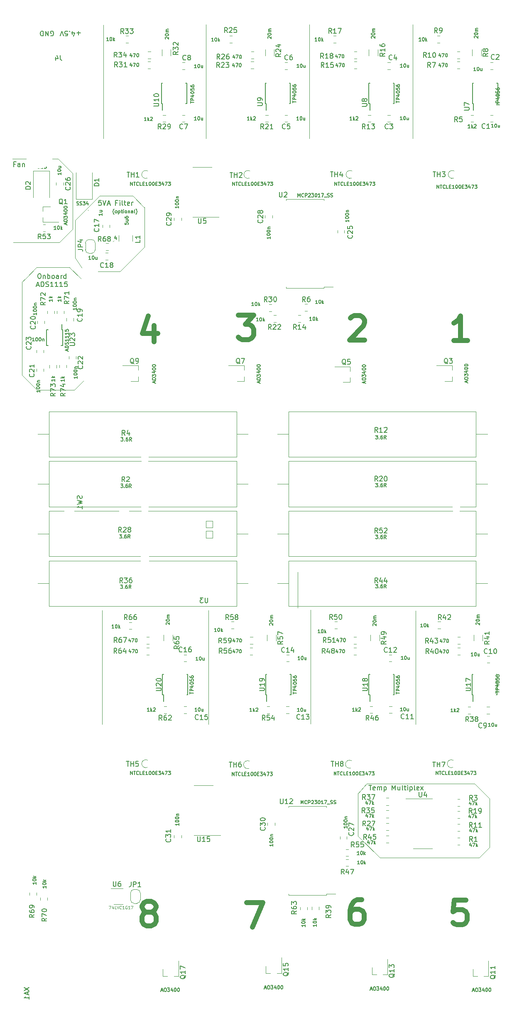
<source format=gbr>
%TF.GenerationSoftware,KiCad,Pcbnew,5.1.8*%
%TF.CreationDate,2020-12-26T20:56:00+01:00*%
%TF.ProjectId,charger2,63686172-6765-4723-922e-6b696361645f,rev?*%
%TF.SameCoordinates,Original*%
%TF.FileFunction,Legend,Top*%
%TF.FilePolarity,Positive*%
%FSLAX46Y46*%
G04 Gerber Fmt 4.6, Leading zero omitted, Abs format (unit mm)*
G04 Created by KiCad (PCBNEW 5.1.8) date 2020-12-26 20:56:00*
%MOMM*%
%LPD*%
G01*
G04 APERTURE LIST*
%ADD10C,1.000000*%
%ADD11C,0.150000*%
%ADD12C,0.120000*%
%ADD13C,0.100000*%
%ADD14R,1.060000X0.650000*%
%ADD15O,1.400000X1.400000*%
%ADD16C,1.400000*%
%ADD17C,3.500000*%
%ADD18R,3.500000X3.500000*%
%ADD19C,3.200000*%
%ADD20R,1.800000X2.500000*%
%ADD21O,2.400000X2.400000*%
%ADD22C,2.400000*%
%ADD23R,1.700000X1.700000*%
%ADD24O,1.700000X1.700000*%
%ADD25R,3.600000X2.700000*%
%ADD26R,0.650000X1.500000*%
%ADD27R,1.900000X0.800000*%
%ADD28C,1.727200*%
%ADD29R,1.727200X1.727200*%
%ADD30C,1.850000*%
%ADD31O,3.800000X8.000000*%
%ADD32R,1.000000X1.000000*%
%ADD33C,5.500000*%
%ADD34R,0.250000X1.100000*%
%ADD35R,2.000000X2.000000*%
%ADD36C,2.000000*%
%ADD37R,2.000000X3.200000*%
%ADD38R,0.800000X1.900000*%
%ADD39R,2.100000X2.100000*%
%ADD40C,2.100000*%
G04 APERTURE END LIST*
D10*
X15283809Y-176894761D02*
X14807619Y-176656666D01*
X14569523Y-176418571D01*
X14331428Y-175942380D01*
X14331428Y-175704285D01*
X14569523Y-175228095D01*
X14807619Y-174990000D01*
X15283809Y-174751904D01*
X16236190Y-174751904D01*
X16712380Y-174990000D01*
X16950476Y-175228095D01*
X17188571Y-175704285D01*
X17188571Y-175942380D01*
X16950476Y-176418571D01*
X16712380Y-176656666D01*
X16236190Y-176894761D01*
X15283809Y-176894761D01*
X14807619Y-177132857D01*
X14569523Y-177370952D01*
X14331428Y-177847142D01*
X14331428Y-178799523D01*
X14569523Y-179275714D01*
X14807619Y-179513809D01*
X15283809Y-179751904D01*
X16236190Y-179751904D01*
X16712380Y-179513809D01*
X16950476Y-179275714D01*
X17188571Y-178799523D01*
X17188571Y-177847142D01*
X16950476Y-177370952D01*
X16712380Y-177132857D01*
X16236190Y-176894761D01*
X80390476Y-174501904D02*
X78009523Y-174501904D01*
X77771428Y-176882857D01*
X78009523Y-176644761D01*
X78485714Y-176406666D01*
X79676190Y-176406666D01*
X80152380Y-176644761D01*
X80390476Y-176882857D01*
X80628571Y-177359047D01*
X80628571Y-178549523D01*
X80390476Y-179025714D01*
X80152380Y-179263809D01*
X79676190Y-179501904D01*
X78485714Y-179501904D01*
X78009523Y-179263809D01*
X77771428Y-179025714D01*
X59132380Y-174421904D02*
X58180000Y-174421904D01*
X57703809Y-174660000D01*
X57465714Y-174898095D01*
X56989523Y-175612380D01*
X56751428Y-176564761D01*
X56751428Y-178469523D01*
X56989523Y-178945714D01*
X57227619Y-179183809D01*
X57703809Y-179421904D01*
X58656190Y-179421904D01*
X59132380Y-179183809D01*
X59370476Y-178945714D01*
X59608571Y-178469523D01*
X59608571Y-177279047D01*
X59370476Y-176802857D01*
X59132380Y-176564761D01*
X58656190Y-176326666D01*
X57703809Y-176326666D01*
X57227619Y-176564761D01*
X56989523Y-176802857D01*
X56751428Y-177279047D01*
X35663333Y-174991904D02*
X38996666Y-174991904D01*
X36853809Y-179991904D01*
D11*
X60598571Y-151072380D02*
X61170000Y-151072380D01*
X60884285Y-152072380D02*
X60884285Y-151072380D01*
X61884285Y-152024761D02*
X61789047Y-152072380D01*
X61598571Y-152072380D01*
X61503333Y-152024761D01*
X61455714Y-151929523D01*
X61455714Y-151548571D01*
X61503333Y-151453333D01*
X61598571Y-151405714D01*
X61789047Y-151405714D01*
X61884285Y-151453333D01*
X61931904Y-151548571D01*
X61931904Y-151643809D01*
X61455714Y-151739047D01*
X62360476Y-152072380D02*
X62360476Y-151405714D01*
X62360476Y-151500952D02*
X62408095Y-151453333D01*
X62503333Y-151405714D01*
X62646190Y-151405714D01*
X62741428Y-151453333D01*
X62789047Y-151548571D01*
X62789047Y-152072380D01*
X62789047Y-151548571D02*
X62836666Y-151453333D01*
X62931904Y-151405714D01*
X63074761Y-151405714D01*
X63170000Y-151453333D01*
X63217619Y-151548571D01*
X63217619Y-152072380D01*
X63693809Y-151405714D02*
X63693809Y-152405714D01*
X63693809Y-151453333D02*
X63789047Y-151405714D01*
X63979523Y-151405714D01*
X64074761Y-151453333D01*
X64122380Y-151500952D01*
X64170000Y-151596190D01*
X64170000Y-151881904D01*
X64122380Y-151977142D01*
X64074761Y-152024761D01*
X63979523Y-152072380D01*
X63789047Y-152072380D01*
X63693809Y-152024761D01*
X65360476Y-152072380D02*
X65360476Y-151072380D01*
X65693809Y-151786666D01*
X66027142Y-151072380D01*
X66027142Y-152072380D01*
X66931904Y-151405714D02*
X66931904Y-152072380D01*
X66503333Y-151405714D02*
X66503333Y-151929523D01*
X66550952Y-152024761D01*
X66646190Y-152072380D01*
X66789047Y-152072380D01*
X66884285Y-152024761D01*
X66931904Y-151977142D01*
X67550952Y-152072380D02*
X67455714Y-152024761D01*
X67408095Y-151929523D01*
X67408095Y-151072380D01*
X67789047Y-151405714D02*
X68170000Y-151405714D01*
X67931904Y-151072380D02*
X67931904Y-151929523D01*
X67979523Y-152024761D01*
X68074761Y-152072380D01*
X68170000Y-152072380D01*
X68503333Y-152072380D02*
X68503333Y-151405714D01*
X68503333Y-151072380D02*
X68455714Y-151120000D01*
X68503333Y-151167619D01*
X68550952Y-151120000D01*
X68503333Y-151072380D01*
X68503333Y-151167619D01*
X68979523Y-151405714D02*
X68979523Y-152405714D01*
X68979523Y-151453333D02*
X69074761Y-151405714D01*
X69265238Y-151405714D01*
X69360476Y-151453333D01*
X69408095Y-151500952D01*
X69455714Y-151596190D01*
X69455714Y-151881904D01*
X69408095Y-151977142D01*
X69360476Y-152024761D01*
X69265238Y-152072380D01*
X69074761Y-152072380D01*
X68979523Y-152024761D01*
X70027142Y-152072380D02*
X69931904Y-152024761D01*
X69884285Y-151929523D01*
X69884285Y-151072380D01*
X70789047Y-152024761D02*
X70693809Y-152072380D01*
X70503333Y-152072380D01*
X70408095Y-152024761D01*
X70360476Y-151929523D01*
X70360476Y-151548571D01*
X70408095Y-151453333D01*
X70503333Y-151405714D01*
X70693809Y-151405714D01*
X70789047Y-151453333D01*
X70836666Y-151548571D01*
X70836666Y-151643809D01*
X70360476Y-151739047D01*
X71170000Y-152072380D02*
X71693809Y-151405714D01*
X71170000Y-151405714D02*
X71693809Y-152072380D01*
D12*
X60140000Y-150750000D02*
X58370000Y-152770000D01*
X82140000Y-150750000D02*
X60140000Y-150750000D01*
X85220000Y-153830000D02*
X82140000Y-150750000D01*
X85220000Y-163720000D02*
X85220000Y-153830000D01*
X83070000Y-165870000D02*
X85220000Y-163720000D01*
X62860000Y-165870000D02*
X83070000Y-165870000D01*
X58410000Y-161420000D02*
X62860000Y-165870000D01*
X58410000Y-152680000D02*
X58410000Y-161420000D01*
X70170000Y-115510000D02*
X70170000Y-138680000D01*
X48750000Y-115410000D02*
X48750000Y-138580000D01*
X27890000Y-115460000D02*
X27890000Y-138630000D01*
X6260000Y-115460000D02*
X6260000Y-138630000D01*
X6440000Y3780000D02*
X6440000Y-19390000D01*
X69590000Y3800000D02*
X69590000Y-19370000D01*
X48470000Y3790000D02*
X48470000Y-19380000D01*
X27410000Y3790000D02*
X27410000Y-19380000D01*
X570000Y-70600000D02*
X2490000Y-68680000D01*
X-7090000Y-70600000D02*
X570000Y-70600000D01*
X-10150000Y-67540000D02*
X-7090000Y-70600000D01*
X-10150000Y-48620000D02*
X-10150000Y-67540000D01*
X-9400000Y-47870000D02*
X-10150000Y-48620000D01*
X-7120000Y-45590000D02*
X-9400000Y-47870000D01*
X-410000Y-45590000D02*
X-7120000Y-45590000D01*
X1870000Y-47900000D02*
X-430000Y-45600000D01*
D11*
X-6666666Y-46897380D02*
X-6476190Y-46897380D01*
X-6380952Y-46945000D01*
X-6285714Y-47040238D01*
X-6238095Y-47230714D01*
X-6238095Y-47564047D01*
X-6285714Y-47754523D01*
X-6380952Y-47849761D01*
X-6476190Y-47897380D01*
X-6666666Y-47897380D01*
X-6761904Y-47849761D01*
X-6857142Y-47754523D01*
X-6904761Y-47564047D01*
X-6904761Y-47230714D01*
X-6857142Y-47040238D01*
X-6761904Y-46945000D01*
X-6666666Y-46897380D01*
X-5809523Y-47230714D02*
X-5809523Y-47897380D01*
X-5809523Y-47325952D02*
X-5761904Y-47278333D01*
X-5666666Y-47230714D01*
X-5523809Y-47230714D01*
X-5428571Y-47278333D01*
X-5380952Y-47373571D01*
X-5380952Y-47897380D01*
X-4904761Y-47897380D02*
X-4904761Y-46897380D01*
X-4904761Y-47278333D02*
X-4809523Y-47230714D01*
X-4619047Y-47230714D01*
X-4523809Y-47278333D01*
X-4476190Y-47325952D01*
X-4428571Y-47421190D01*
X-4428571Y-47706904D01*
X-4476190Y-47802142D01*
X-4523809Y-47849761D01*
X-4619047Y-47897380D01*
X-4809523Y-47897380D01*
X-4904761Y-47849761D01*
X-3857142Y-47897380D02*
X-3952380Y-47849761D01*
X-4000000Y-47802142D01*
X-4047619Y-47706904D01*
X-4047619Y-47421190D01*
X-4000000Y-47325952D01*
X-3952380Y-47278333D01*
X-3857142Y-47230714D01*
X-3714285Y-47230714D01*
X-3619047Y-47278333D01*
X-3571428Y-47325952D01*
X-3523809Y-47421190D01*
X-3523809Y-47706904D01*
X-3571428Y-47802142D01*
X-3619047Y-47849761D01*
X-3714285Y-47897380D01*
X-3857142Y-47897380D01*
X-2666666Y-47897380D02*
X-2666666Y-47373571D01*
X-2714285Y-47278333D01*
X-2809523Y-47230714D01*
X-3000000Y-47230714D01*
X-3095238Y-47278333D01*
X-2666666Y-47849761D02*
X-2761904Y-47897380D01*
X-3000000Y-47897380D01*
X-3095238Y-47849761D01*
X-3142857Y-47754523D01*
X-3142857Y-47659285D01*
X-3095238Y-47564047D01*
X-3000000Y-47516428D01*
X-2761904Y-47516428D01*
X-2666666Y-47468809D01*
X-2190476Y-47897380D02*
X-2190476Y-47230714D01*
X-2190476Y-47421190D02*
X-2142857Y-47325952D01*
X-2095238Y-47278333D01*
X-2000000Y-47230714D01*
X-1904761Y-47230714D01*
X-1142857Y-47897380D02*
X-1142857Y-46897380D01*
X-1142857Y-47849761D02*
X-1238095Y-47897380D01*
X-1428571Y-47897380D01*
X-1523809Y-47849761D01*
X-1571428Y-47802142D01*
X-1619047Y-47706904D01*
X-1619047Y-47421190D01*
X-1571428Y-47325952D01*
X-1523809Y-47278333D01*
X-1428571Y-47230714D01*
X-1238095Y-47230714D01*
X-1142857Y-47278333D01*
X-7119047Y-49261666D02*
X-6642857Y-49261666D01*
X-7214285Y-49547380D02*
X-6880952Y-48547380D01*
X-6547619Y-49547380D01*
X-6214285Y-49547380D02*
X-6214285Y-48547380D01*
X-5976190Y-48547380D01*
X-5833333Y-48595000D01*
X-5738095Y-48690238D01*
X-5690476Y-48785476D01*
X-5642857Y-48975952D01*
X-5642857Y-49118809D01*
X-5690476Y-49309285D01*
X-5738095Y-49404523D01*
X-5833333Y-49499761D01*
X-5976190Y-49547380D01*
X-6214285Y-49547380D01*
X-5261904Y-49499761D02*
X-5119047Y-49547380D01*
X-4880952Y-49547380D01*
X-4785714Y-49499761D01*
X-4738095Y-49452142D01*
X-4690476Y-49356904D01*
X-4690476Y-49261666D01*
X-4738095Y-49166428D01*
X-4785714Y-49118809D01*
X-4880952Y-49071190D01*
X-5071428Y-49023571D01*
X-5166666Y-48975952D01*
X-5214285Y-48928333D01*
X-5261904Y-48833095D01*
X-5261904Y-48737857D01*
X-5214285Y-48642619D01*
X-5166666Y-48595000D01*
X-5071428Y-48547380D01*
X-4833333Y-48547380D01*
X-4690476Y-48595000D01*
X-3738095Y-49547380D02*
X-4309523Y-49547380D01*
X-4023809Y-49547380D02*
X-4023809Y-48547380D01*
X-4119047Y-48690238D01*
X-4214285Y-48785476D01*
X-4309523Y-48833095D01*
X-2785714Y-49547380D02*
X-3357142Y-49547380D01*
X-3071428Y-49547380D02*
X-3071428Y-48547380D01*
X-3166666Y-48690238D01*
X-3261904Y-48785476D01*
X-3357142Y-48833095D01*
X-1833333Y-49547380D02*
X-2404761Y-49547380D01*
X-2119047Y-49547380D02*
X-2119047Y-48547380D01*
X-2214285Y-48690238D01*
X-2309523Y-48785476D01*
X-2404761Y-48833095D01*
X-928571Y-48547380D02*
X-1404761Y-48547380D01*
X-1452380Y-49023571D01*
X-1404761Y-48975952D01*
X-1309523Y-48928333D01*
X-1071428Y-48928333D01*
X-976190Y-48975952D01*
X-928571Y-49023571D01*
X-880952Y-49118809D01*
X-880952Y-49356904D01*
X-928571Y-49452142D01*
X-976190Y-49499761D01*
X-1071428Y-49547380D01*
X-1309523Y-49547380D01*
X-1404761Y-49499761D01*
X-1452380Y-49452142D01*
D12*
X740000Y-36020000D02*
X740000Y-43680000D01*
X5690000Y-31070000D02*
X740000Y-36020000D01*
X12480000Y-31070000D02*
X5690000Y-31070000D01*
X14800000Y-33390000D02*
X12480000Y-31070000D01*
D11*
X8646666Y-34803333D02*
X8613333Y-34770000D01*
X8546666Y-34670000D01*
X8513333Y-34603333D01*
X8480000Y-34503333D01*
X8446666Y-34336666D01*
X8446666Y-34203333D01*
X8480000Y-34036666D01*
X8513333Y-33936666D01*
X8546666Y-33870000D01*
X8613333Y-33770000D01*
X8646666Y-33736666D01*
X9013333Y-34536666D02*
X8946666Y-34503333D01*
X8913333Y-34470000D01*
X8880000Y-34403333D01*
X8880000Y-34203333D01*
X8913333Y-34136666D01*
X8946666Y-34103333D01*
X9013333Y-34070000D01*
X9113333Y-34070000D01*
X9180000Y-34103333D01*
X9213333Y-34136666D01*
X9246666Y-34203333D01*
X9246666Y-34403333D01*
X9213333Y-34470000D01*
X9180000Y-34503333D01*
X9113333Y-34536666D01*
X9013333Y-34536666D01*
X9546666Y-34070000D02*
X9546666Y-34770000D01*
X9546666Y-34103333D02*
X9613333Y-34070000D01*
X9746666Y-34070000D01*
X9813333Y-34103333D01*
X9846666Y-34136666D01*
X9880000Y-34203333D01*
X9880000Y-34403333D01*
X9846666Y-34470000D01*
X9813333Y-34503333D01*
X9746666Y-34536666D01*
X9613333Y-34536666D01*
X9546666Y-34503333D01*
X10080000Y-34070000D02*
X10346666Y-34070000D01*
X10180000Y-33836666D02*
X10180000Y-34436666D01*
X10213333Y-34503333D01*
X10280000Y-34536666D01*
X10346666Y-34536666D01*
X10580000Y-34536666D02*
X10580000Y-34070000D01*
X10580000Y-33836666D02*
X10546666Y-33870000D01*
X10580000Y-33903333D01*
X10613333Y-33870000D01*
X10580000Y-33836666D01*
X10580000Y-33903333D01*
X11013333Y-34536666D02*
X10946666Y-34503333D01*
X10913333Y-34470000D01*
X10880000Y-34403333D01*
X10880000Y-34203333D01*
X10913333Y-34136666D01*
X10946666Y-34103333D01*
X11013333Y-34070000D01*
X11113333Y-34070000D01*
X11180000Y-34103333D01*
X11213333Y-34136666D01*
X11246666Y-34203333D01*
X11246666Y-34403333D01*
X11213333Y-34470000D01*
X11180000Y-34503333D01*
X11113333Y-34536666D01*
X11013333Y-34536666D01*
X11546666Y-34070000D02*
X11546666Y-34536666D01*
X11546666Y-34136666D02*
X11580000Y-34103333D01*
X11646666Y-34070000D01*
X11746666Y-34070000D01*
X11813333Y-34103333D01*
X11846666Y-34170000D01*
X11846666Y-34536666D01*
X12480000Y-34536666D02*
X12480000Y-34170000D01*
X12446666Y-34103333D01*
X12380000Y-34070000D01*
X12246666Y-34070000D01*
X12180000Y-34103333D01*
X12480000Y-34503333D02*
X12413333Y-34536666D01*
X12246666Y-34536666D01*
X12180000Y-34503333D01*
X12146666Y-34436666D01*
X12146666Y-34370000D01*
X12180000Y-34303333D01*
X12246666Y-34270000D01*
X12413333Y-34270000D01*
X12480000Y-34236666D01*
X12913333Y-34536666D02*
X12846666Y-34503333D01*
X12813333Y-34436666D01*
X12813333Y-33836666D01*
X13113333Y-34803333D02*
X13146666Y-34770000D01*
X13213333Y-34670000D01*
X13246666Y-34603333D01*
X13280000Y-34503333D01*
X13313333Y-34336666D01*
X13313333Y-34203333D01*
X13280000Y-34036666D01*
X13246666Y-33936666D01*
X13213333Y-33870000D01*
X13146666Y-33770000D01*
X13113333Y-33736666D01*
D12*
X3370000Y-33990000D02*
X3370000Y-33970000D01*
X14820000Y-41510000D02*
X14820000Y-33380000D01*
X9840000Y-46490000D02*
X14820000Y-41510000D01*
X5360000Y-46490000D02*
X9840000Y-46490000D01*
X720000Y-43680000D02*
X2110000Y-45690000D01*
D11*
X6017619Y-31982380D02*
X5541428Y-31982380D01*
X5493809Y-32458571D01*
X5541428Y-32410952D01*
X5636666Y-32363333D01*
X5874761Y-32363333D01*
X5970000Y-32410952D01*
X6017619Y-32458571D01*
X6065238Y-32553809D01*
X6065238Y-32791904D01*
X6017619Y-32887142D01*
X5970000Y-32934761D01*
X5874761Y-32982380D01*
X5636666Y-32982380D01*
X5541428Y-32934761D01*
X5493809Y-32887142D01*
X6350952Y-31982380D02*
X6684285Y-32982380D01*
X7017619Y-31982380D01*
X7303333Y-32696666D02*
X7779523Y-32696666D01*
X7208095Y-32982380D02*
X7541428Y-31982380D01*
X7874761Y-32982380D01*
X9303333Y-32458571D02*
X8970000Y-32458571D01*
X8970000Y-32982380D02*
X8970000Y-31982380D01*
X9446190Y-31982380D01*
X9827142Y-32982380D02*
X9827142Y-32315714D01*
X9827142Y-31982380D02*
X9779523Y-32030000D01*
X9827142Y-32077619D01*
X9874761Y-32030000D01*
X9827142Y-31982380D01*
X9827142Y-32077619D01*
X10446190Y-32982380D02*
X10350952Y-32934761D01*
X10303333Y-32839523D01*
X10303333Y-31982380D01*
X10684285Y-32315714D02*
X11065238Y-32315714D01*
X10827142Y-31982380D02*
X10827142Y-32839523D01*
X10874761Y-32934761D01*
X10970000Y-32982380D01*
X11065238Y-32982380D01*
X11779523Y-32934761D02*
X11684285Y-32982380D01*
X11493809Y-32982380D01*
X11398571Y-32934761D01*
X11350952Y-32839523D01*
X11350952Y-32458571D01*
X11398571Y-32363333D01*
X11493809Y-32315714D01*
X11684285Y-32315714D01*
X11779523Y-32363333D01*
X11827142Y-32458571D01*
X11827142Y-32553809D01*
X11350952Y-32649047D01*
X12255714Y-32982380D02*
X12255714Y-32315714D01*
X12255714Y-32506190D02*
X12303333Y-32410952D01*
X12350952Y-32363333D01*
X12446190Y-32315714D01*
X12541428Y-32315714D01*
X-11471904Y-24598571D02*
X-11805238Y-24598571D01*
X-11805238Y-25122380D02*
X-11805238Y-24122380D01*
X-11329047Y-24122380D01*
X-10519523Y-25122380D02*
X-10519523Y-24598571D01*
X-10567142Y-24503333D01*
X-10662380Y-24455714D01*
X-10852857Y-24455714D01*
X-10948095Y-24503333D01*
X-10519523Y-25074761D02*
X-10614761Y-25122380D01*
X-10852857Y-25122380D01*
X-10948095Y-25074761D01*
X-10995714Y-24979523D01*
X-10995714Y-24884285D01*
X-10948095Y-24789047D01*
X-10852857Y-24741428D01*
X-10614761Y-24741428D01*
X-10519523Y-24693809D01*
X-10043333Y-24455714D02*
X-10043333Y-25122380D01*
X-10043333Y-24550952D02*
X-9995714Y-24503333D01*
X-9900476Y-24455714D01*
X-9757619Y-24455714D01*
X-9662380Y-24503333D01*
X-9614761Y-24598571D01*
X-9614761Y-25122380D01*
D12*
X-12060000Y-23500000D02*
X-12040000Y-23480000D01*
X-2780000Y-23500000D02*
X-12060000Y-23500000D01*
X170000Y-26450000D02*
X-2780000Y-23500000D01*
X170000Y-37860000D02*
X170000Y-26450000D01*
X-2520000Y-40550000D02*
X170000Y-37860000D01*
X-11940000Y-40550000D02*
X-2520000Y-40550000D01*
D11*
X-4272095Y1550000D02*
X-4176857Y1502380D01*
X-4033999Y1502380D01*
X-3891142Y1550000D01*
X-3795904Y1645238D01*
X-3748285Y1740476D01*
X-3700666Y1930952D01*
X-3700666Y2073809D01*
X-3748285Y2264285D01*
X-3795904Y2359523D01*
X-3891142Y2454761D01*
X-4033999Y2502380D01*
X-4129238Y2502380D01*
X-4272095Y2454761D01*
X-4319714Y2407142D01*
X-4319714Y2073809D01*
X-4129238Y2073809D01*
X-4748285Y2502380D02*
X-4748285Y1502380D01*
X-5319714Y2502380D01*
X-5319714Y1502380D01*
X-5795904Y2502380D02*
X-5795904Y1502380D01*
X-6034000Y1502380D01*
X-6176857Y1550000D01*
X-6272095Y1645238D01*
X-6319714Y1740476D01*
X-6367333Y1930952D01*
X-6367333Y2073809D01*
X-6319714Y2264285D01*
X-6272095Y2359523D01*
X-6176857Y2454761D01*
X-6034000Y2502380D01*
X-5795904Y2502380D01*
X1792000Y2121428D02*
X1030095Y2121428D01*
X1411047Y2502380D02*
X1411047Y1740476D01*
X125333Y1835714D02*
X125333Y2502380D01*
X363428Y1454761D02*
X601523Y2169047D01*
X-17523Y2169047D01*
X-398476Y2407142D02*
X-446095Y2454761D01*
X-398476Y2502380D01*
X-350857Y2454761D01*
X-398476Y2407142D01*
X-398476Y2502380D01*
X-1350857Y1502380D02*
X-874666Y1502380D01*
X-827047Y1978571D01*
X-874666Y1930952D01*
X-969904Y1883333D01*
X-1207999Y1883333D01*
X-1303238Y1930952D01*
X-1350857Y1978571D01*
X-1398476Y2073809D01*
X-1398476Y2311904D01*
X-1350857Y2407142D01*
X-1303238Y2454761D01*
X-1207999Y2502380D01*
X-969904Y2502380D01*
X-874666Y2454761D01*
X-827047Y2407142D01*
X-1684190Y1502380D02*
X-2017523Y2502380D01*
X-2350857Y1502380D01*
D12*
X8428000Y-40368000D02*
X8682000Y-40114000D01*
D10*
X16842380Y-57448571D02*
X16842380Y-60781904D01*
X15651904Y-55543809D02*
X14461428Y-59115238D01*
X17556666Y-59115238D01*
X34003333Y-55351904D02*
X37098571Y-55351904D01*
X35431904Y-57256666D01*
X36146190Y-57256666D01*
X36622380Y-57494761D01*
X36860476Y-57732857D01*
X37098571Y-58209047D01*
X37098571Y-59399523D01*
X36860476Y-59875714D01*
X36622380Y-60113809D01*
X36146190Y-60351904D01*
X34717619Y-60351904D01*
X34241428Y-60113809D01*
X34003333Y-59875714D01*
X56881428Y-55928095D02*
X57119523Y-55690000D01*
X57595714Y-55451904D01*
X58786190Y-55451904D01*
X59262380Y-55690000D01*
X59500476Y-55928095D01*
X59738571Y-56404285D01*
X59738571Y-56880476D01*
X59500476Y-57594761D01*
X56643333Y-60451904D01*
X59738571Y-60451904D01*
X80758571Y-60531904D02*
X77901428Y-60531904D01*
X79330000Y-60531904D02*
X79330000Y-55531904D01*
X78853809Y-56246190D01*
X78377619Y-56722380D01*
X77901428Y-56960476D01*
D12*
X46085500Y-114916900D02*
X46085500Y-107677900D01*
X39951000Y-159268752D02*
X39951000Y-158746248D01*
X41421000Y-159268752D02*
X41421000Y-158746248D01*
X8628000Y-175328000D02*
X10428000Y-175328000D01*
X10428000Y-172108000D02*
X7978000Y-172108000D01*
X13300000Y-175118000D02*
X12700000Y-175118000D01*
X14000000Y-173018000D02*
X14000000Y-174418000D01*
X12700000Y-172318000D02*
X13300000Y-172318000D01*
X12000000Y-174418000D02*
X12000000Y-173018000D01*
X12700000Y-175118000D02*
G75*
G02*
X12000000Y-174418000I0J700000D01*
G01*
X14000000Y-174418000D02*
G75*
G02*
X13300000Y-175118000I-700000J0D01*
G01*
X13300000Y-172318000D02*
G75*
G02*
X14000000Y-173018000I0J-700000D01*
G01*
X12000000Y-173018000D02*
G75*
G02*
X12700000Y-172318000I700000J0D01*
G01*
X22371000Y-161264748D02*
X22371000Y-161787252D01*
X20901000Y-161264748D02*
X20901000Y-161787252D01*
X22371000Y-35513248D02*
X22371000Y-36035752D01*
X20901000Y-35513248D02*
X20901000Y-36035752D01*
X39443000Y-35549252D02*
X39443000Y-35026748D01*
X40913000Y-35549252D02*
X40913000Y-35026748D01*
X71600000Y-163960000D02*
X73550000Y-163960000D01*
X71600000Y-163960000D02*
X69650000Y-163960000D01*
X71600000Y-153840000D02*
X73550000Y-153840000D01*
X71600000Y-153840000D02*
X68150000Y-153840000D01*
X26900000Y-151140000D02*
X24950000Y-151140000D01*
X26900000Y-151140000D02*
X28850000Y-151140000D01*
X26900000Y-161260000D02*
X24950000Y-161260000D01*
X26900000Y-161260000D02*
X30350000Y-161260000D01*
X26600000Y-25240000D02*
X24650000Y-25240000D01*
X26600000Y-25240000D02*
X28550000Y-25240000D01*
X26600000Y-35360000D02*
X24650000Y-35360000D01*
X26600000Y-35360000D02*
X30050000Y-35360000D01*
X77920095Y-27449359D02*
G75*
G02*
X78017133Y-26000000I-320095J749359D01*
G01*
X-4500000Y-26000000D02*
X-4500000Y-31400000D01*
X-7800000Y-26000000D02*
X-7800000Y-31400000D01*
X-4500000Y-26000000D02*
X-7800000Y-26000000D01*
X-3135000Y-28338748D02*
X-3135000Y-28861252D01*
X-1665000Y-28338748D02*
X-1665000Y-28861252D01*
X33660000Y-84220000D02*
X33660000Y-74980000D01*
X33660000Y-74980000D02*
X-4580000Y-74980000D01*
X-4580000Y-74980000D02*
X-4580000Y-84220000D01*
X-4580000Y-84220000D02*
X33660000Y-84220000D01*
X35960000Y-79600000D02*
X33660000Y-79600000D01*
X-6880000Y-79600000D02*
X-4580000Y-79600000D01*
X82460000Y-114620000D02*
X82460000Y-105380000D01*
X82460000Y-105380000D02*
X44220000Y-105380000D01*
X44220000Y-105380000D02*
X44220000Y-114620000D01*
X44220000Y-114620000D02*
X82460000Y-114620000D01*
X84760000Y-110000000D02*
X82460000Y-110000000D01*
X41920000Y-110000000D02*
X44220000Y-110000000D01*
X36902918Y-123090000D02*
X36380414Y-123090000D01*
X36902918Y-124510000D02*
X36380414Y-124510000D01*
X-5827064Y-38335000D02*
X-5372936Y-38335000D01*
X-5827064Y-36865000D02*
X-5372936Y-36865000D01*
X64172936Y-162835000D02*
X64627064Y-162835000D01*
X64172936Y-161365000D02*
X64627064Y-161365000D01*
X64172936Y-155135000D02*
X64627064Y-155135000D01*
X64172936Y-153665000D02*
X64627064Y-153665000D01*
X64172936Y-157701666D02*
X64627064Y-157701666D01*
X64172936Y-156231666D02*
X64627064Y-156231666D01*
X64172936Y-160268332D02*
X64627064Y-160268332D01*
X64172936Y-158798332D02*
X64627064Y-158798332D01*
X79127064Y-156365000D02*
X78672936Y-156365000D01*
X79127064Y-157835000D02*
X78672936Y-157835000D01*
X79127064Y-158965000D02*
X78672936Y-158965000D01*
X79127064Y-160435000D02*
X78672936Y-160435000D01*
X79127064Y-153865000D02*
X78672936Y-153865000D01*
X79127064Y-155335000D02*
X78672936Y-155335000D01*
X79127064Y-161765000D02*
X78672936Y-161765000D01*
X79127064Y-163235000D02*
X78672936Y-163235000D01*
X56953427Y-147549359D02*
G75*
G02*
X57050465Y-146100000I-320095J749359D01*
G01*
X77720095Y-147449359D02*
G75*
G02*
X77817133Y-146000000I-320095J749359D01*
G01*
X36186761Y-147649359D02*
G75*
G02*
X36283799Y-146200000I-320095J749359D01*
G01*
X15420095Y-147449359D02*
G75*
G02*
X15517133Y-146000000I-320095J749359D01*
G01*
X57086761Y-27449359D02*
G75*
G02*
X57183799Y-26000000I-320095J749359D01*
G01*
X36253428Y-27449359D02*
G75*
G02*
X36350466Y-26000000I-320095J749359D01*
G01*
X15420095Y-27449359D02*
G75*
G02*
X15517133Y-26000000I-320095J749359D01*
G01*
D11*
X81725000Y-12275000D02*
X81925000Y-12275000D01*
X81725000Y-8125000D02*
X81925000Y-8125000D01*
X86875000Y-8125000D02*
X86675000Y-8125000D01*
X86875000Y-12275000D02*
X86675000Y-12275000D01*
X81725000Y-12275000D02*
X81725000Y-8125000D01*
X86875000Y-12275000D02*
X86875000Y-8125000D01*
X81925000Y-12275000D02*
X81925000Y-13575000D01*
X18525000Y-132675000D02*
X18725000Y-132675000D01*
X18525000Y-128525000D02*
X18725000Y-128525000D01*
X23675000Y-128525000D02*
X23475000Y-128525000D01*
X23675000Y-132675000D02*
X23475000Y-132675000D01*
X18525000Y-132675000D02*
X18525000Y-128525000D01*
X23675000Y-132675000D02*
X23675000Y-128525000D01*
X18725000Y-132675000D02*
X18725000Y-133975000D01*
X39558333Y-132675000D02*
X39758333Y-132675000D01*
X39558333Y-128525000D02*
X39758333Y-128525000D01*
X44708333Y-128525000D02*
X44508333Y-128525000D01*
X44708333Y-132675000D02*
X44508333Y-132675000D01*
X39558333Y-132675000D02*
X39558333Y-128525000D01*
X44708333Y-132675000D02*
X44708333Y-128525000D01*
X39758333Y-132675000D02*
X39758333Y-133975000D01*
X60591666Y-132675000D02*
X60791666Y-132675000D01*
X60591666Y-128525000D02*
X60791666Y-128525000D01*
X65741666Y-128525000D02*
X65541666Y-128525000D01*
X65741666Y-132675000D02*
X65541666Y-132675000D01*
X60591666Y-132675000D02*
X60591666Y-128525000D01*
X65741666Y-132675000D02*
X65741666Y-128525000D01*
X60791666Y-132675000D02*
X60791666Y-133975000D01*
X81625000Y-132675000D02*
X81825000Y-132675000D01*
X81625000Y-128525000D02*
X81825000Y-128525000D01*
X86775000Y-128525000D02*
X86575000Y-128525000D01*
X86775000Y-132675000D02*
X86575000Y-132675000D01*
X81625000Y-132675000D02*
X81625000Y-128525000D01*
X86775000Y-132675000D02*
X86775000Y-128525000D01*
X81825000Y-132675000D02*
X81825000Y-133975000D01*
D12*
X48100000Y-155340000D02*
X44240000Y-155340000D01*
X44240000Y-155340000D02*
X44240000Y-155585000D01*
X48100000Y-155340000D02*
X51960000Y-155340000D01*
X51960000Y-155340000D02*
X51960000Y-155585000D01*
X48100000Y-173460000D02*
X44240000Y-173460000D01*
X44240000Y-173460000D02*
X44240000Y-173215000D01*
X48100000Y-173460000D02*
X51960000Y-173460000D01*
X51960000Y-173460000D02*
X51960000Y-173215000D01*
X51960000Y-173215000D02*
X53775000Y-173215000D01*
D11*
X18325000Y-12275000D02*
X18525000Y-12275000D01*
X18325000Y-8125000D02*
X18525000Y-8125000D01*
X23475000Y-8125000D02*
X23275000Y-8125000D01*
X23475000Y-12275000D02*
X23275000Y-12275000D01*
X18325000Y-12275000D02*
X18325000Y-8125000D01*
X23475000Y-12275000D02*
X23475000Y-8125000D01*
X18525000Y-12275000D02*
X18525000Y-13575000D01*
X39458333Y-12275000D02*
X39658333Y-12275000D01*
X39458333Y-8125000D02*
X39658333Y-8125000D01*
X44608333Y-8125000D02*
X44408333Y-8125000D01*
X44608333Y-12275000D02*
X44408333Y-12275000D01*
X39458333Y-12275000D02*
X39458333Y-8125000D01*
X44608333Y-12275000D02*
X44608333Y-8125000D01*
X39658333Y-12275000D02*
X39658333Y-13575000D01*
X60591666Y-12275000D02*
X60791666Y-12275000D01*
X60591666Y-8125000D02*
X60791666Y-8125000D01*
X65741666Y-8125000D02*
X65541666Y-8125000D01*
X65741666Y-12275000D02*
X65541666Y-12275000D01*
X60591666Y-12275000D02*
X60591666Y-8125000D01*
X65741666Y-12275000D02*
X65741666Y-8125000D01*
X60791666Y-12275000D02*
X60791666Y-13575000D01*
D12*
X47600000Y-31740000D02*
X43740000Y-31740000D01*
X43740000Y-31740000D02*
X43740000Y-31985000D01*
X47600000Y-31740000D02*
X51460000Y-31740000D01*
X51460000Y-31740000D02*
X51460000Y-31985000D01*
X47600000Y-49860000D02*
X43740000Y-49860000D01*
X43740000Y-49860000D02*
X43740000Y-49615000D01*
X47600000Y-49860000D02*
X51460000Y-49860000D01*
X51460000Y-49860000D02*
X51460000Y-49615000D01*
X51460000Y-49615000D02*
X53275000Y-49615000D01*
X82460000Y-104486666D02*
X82460000Y-95246666D01*
X82460000Y-95246666D02*
X44220000Y-95246666D01*
X44220000Y-95246666D02*
X44220000Y-104486666D01*
X44220000Y-104486666D02*
X82460000Y-104486666D01*
X84760000Y-99866666D02*
X82460000Y-99866666D01*
X41920000Y-99866666D02*
X44220000Y-99866666D01*
X33660000Y-114620000D02*
X33660000Y-105380000D01*
X33660000Y-105380000D02*
X-4580000Y-105380000D01*
X-4580000Y-105380000D02*
X-4580000Y-114620000D01*
X-4580000Y-114620000D02*
X33660000Y-114620000D01*
X35960000Y-110000000D02*
X33660000Y-110000000D01*
X-6880000Y-110000000D02*
X-4580000Y-110000000D01*
X33660000Y-104486666D02*
X33660000Y-95246666D01*
X33660000Y-95246666D02*
X-4580000Y-95246666D01*
X-4580000Y-95246666D02*
X-4580000Y-104486666D01*
X-4580000Y-104486666D02*
X33660000Y-104486666D01*
X35960000Y-99866666D02*
X33660000Y-99866666D01*
X-6880000Y-99866666D02*
X-4580000Y-99866666D01*
X82460000Y-94353333D02*
X82460000Y-85113333D01*
X82460000Y-85113333D02*
X44220000Y-85113333D01*
X44220000Y-85113333D02*
X44220000Y-94353333D01*
X44220000Y-94353333D02*
X82460000Y-94353333D01*
X84760000Y-89733333D02*
X82460000Y-89733333D01*
X41920000Y-89733333D02*
X44220000Y-89733333D01*
X82460000Y-84220000D02*
X82460000Y-74980000D01*
X82460000Y-74980000D02*
X44220000Y-74980000D01*
X44220000Y-74980000D02*
X44220000Y-84220000D01*
X44220000Y-84220000D02*
X82460000Y-84220000D01*
X84760000Y-79600000D02*
X82460000Y-79600000D01*
X41920000Y-79600000D02*
X44220000Y-79600000D01*
X33660000Y-94353333D02*
X33660000Y-85113333D01*
X33660000Y-85113333D02*
X-4580000Y-85113333D01*
X-4580000Y-85113333D02*
X-4580000Y-94353333D01*
X-4580000Y-94353333D02*
X33660000Y-94353333D01*
X35960000Y-89733333D02*
X33660000Y-89733333D01*
X-6880000Y-89733333D02*
X-4580000Y-89733333D01*
X-5860000Y-33220000D02*
X-5860000Y-34150000D01*
X-5860000Y-36380000D02*
X-5860000Y-35450000D01*
X-5860000Y-36380000D02*
X-2700000Y-36380000D01*
X-5860000Y-33220000D02*
X-4400000Y-33220000D01*
X850000Y-31700000D02*
X850000Y-26300000D01*
X4150000Y-31700000D02*
X4150000Y-26300000D01*
X850000Y-31700000D02*
X4150000Y-31700000D01*
X54708000Y-162050252D02*
X54708000Y-161527748D01*
X56128000Y-162050252D02*
X56128000Y-161527748D01*
X54200000Y-38606252D02*
X54200000Y-38083748D01*
X55620000Y-38606252D02*
X55620000Y-38083748D01*
X9640000Y-40314564D02*
X9640000Y-39110436D01*
X12360000Y-40314564D02*
X12360000Y-39110436D01*
X6963748Y-40690000D02*
X7486252Y-40690000D01*
X6963748Y-42110000D02*
X7486252Y-42110000D01*
X3500000Y-39950000D02*
X4100000Y-39950000D01*
X2800000Y-42050000D02*
X2800000Y-40650000D01*
X4100000Y-42750000D02*
X3500000Y-42750000D01*
X4800000Y-40650000D02*
X4800000Y-42050000D01*
X4100000Y-39950000D02*
G75*
G02*
X4800000Y-40650000I0J-700000D01*
G01*
X2800000Y-40650000D02*
G75*
G02*
X3500000Y-39950000I700000J0D01*
G01*
X3500000Y-42750000D02*
G75*
G02*
X2800000Y-42050000I0J700000D01*
G01*
X4800000Y-42050000D02*
G75*
G02*
X4100000Y-42750000I-700000J0D01*
G01*
X6913748Y-42690000D02*
X7436252Y-42690000D01*
X6913748Y-44110000D02*
X7436252Y-44110000D01*
X6290000Y-37474252D02*
X6290000Y-36951748D01*
X7710000Y-37474252D02*
X7710000Y-36951748D01*
X27360000Y-99330000D02*
X28760000Y-99330000D01*
X28760000Y-99330000D02*
X28760000Y-100730000D01*
X28760000Y-100730000D02*
X27360000Y-100730000D01*
X27360000Y-100730000D02*
X27360000Y-99330000D01*
X27360000Y-97240000D02*
X28760000Y-97240000D01*
X28760000Y-97240000D02*
X28760000Y-98640000D01*
X28760000Y-98640000D02*
X27360000Y-98640000D01*
X27360000Y-98640000D02*
X27360000Y-97240000D01*
X18790000Y-120485436D02*
X18790000Y-121689564D01*
X20610000Y-120485436D02*
X20610000Y-121689564D01*
X39856666Y-120485436D02*
X39856666Y-121689564D01*
X41676666Y-120485436D02*
X41676666Y-121689564D01*
X60923332Y-120485436D02*
X60923332Y-121689564D01*
X62743332Y-120485436D02*
X62743332Y-121689564D01*
X81990000Y-120485436D02*
X81990000Y-121689564D01*
X83810000Y-120485436D02*
X83810000Y-121689564D01*
X18390000Y-1285436D02*
X18390000Y-2489564D01*
X20210000Y-1285436D02*
X20210000Y-2489564D01*
X39490000Y-1285436D02*
X39490000Y-2489564D01*
X41310000Y-1285436D02*
X41310000Y-2489564D01*
X60590000Y-1285436D02*
X60590000Y-2489564D01*
X62410000Y-1285436D02*
X62410000Y-2489564D01*
X81690000Y-1285436D02*
X81690000Y-2489564D01*
X83510000Y-1285436D02*
X83510000Y-2489564D01*
D11*
X-1846000Y-58285300D02*
X-2021000Y-58285300D01*
X-1846000Y-61535300D02*
X-2121000Y-61535300D01*
X-5096000Y-61535300D02*
X-4821000Y-61535300D01*
X-5096000Y-58285300D02*
X-4821000Y-58285300D01*
X-1846000Y-58285300D02*
X-1846000Y-61535300D01*
X-5096000Y-58285300D02*
X-5096000Y-61535300D01*
X-2021000Y-58285300D02*
X-2021000Y-57210300D01*
D12*
X-1090000Y-65538748D02*
X-1090000Y-66061252D01*
X-2510000Y-65538748D02*
X-2510000Y-66061252D01*
X-3120000Y-65543748D02*
X-3120000Y-66066252D01*
X-4540000Y-65543748D02*
X-4540000Y-66066252D01*
X-4955700Y-55006352D02*
X-4955700Y-54483848D01*
X-3535700Y-55006352D02*
X-3535700Y-54483848D01*
X-3025300Y-55002652D02*
X-3025300Y-54480148D01*
X-1605300Y-55002652D02*
X-1605300Y-54480148D01*
X-4990000Y-173938748D02*
X-4990000Y-174461252D01*
X-6410000Y-173938748D02*
X-6410000Y-174461252D01*
X-7190000Y-172913748D02*
X-7190000Y-173436252D01*
X-8610000Y-172913748D02*
X-8610000Y-173436252D01*
X15263748Y-120890000D02*
X15786252Y-120890000D01*
X15263748Y-122310000D02*
X15786252Y-122310000D01*
X12236252Y-119310000D02*
X11713748Y-119310000D01*
X12236252Y-117890000D02*
X11713748Y-117890000D01*
X15761252Y-123090000D02*
X15238748Y-123090000D01*
X15761252Y-124510000D02*
X15238748Y-124510000D01*
X48010000Y-175913748D02*
X48010000Y-176436252D01*
X46590000Y-175913748D02*
X46590000Y-176436252D01*
X19336252Y-136452200D02*
X18813748Y-136452200D01*
X19336252Y-135032200D02*
X18813748Y-135032200D01*
X36397081Y-120890000D02*
X36919585Y-120890000D01*
X36397081Y-122310000D02*
X36919585Y-122310000D01*
X33052918Y-119210000D02*
X32530414Y-119210000D01*
X33052918Y-117790000D02*
X32530414Y-117790000D01*
X55927748Y-164118000D02*
X56450252Y-164118000D01*
X55927748Y-165538000D02*
X56450252Y-165538000D01*
X40336252Y-136452200D02*
X39813748Y-136452200D01*
X40336252Y-135032200D02*
X39813748Y-135032200D01*
X57530414Y-120890000D02*
X58052918Y-120890000D01*
X57530414Y-122310000D02*
X58052918Y-122310000D01*
X54119584Y-119210000D02*
X53597080Y-119210000D01*
X54119584Y-117790000D02*
X53597080Y-117790000D01*
X58044584Y-124510000D02*
X57522080Y-124510000D01*
X58044584Y-123090000D02*
X57522080Y-123090000D01*
X55927748Y-166150000D02*
X56450252Y-166150000D01*
X55927748Y-167570000D02*
X56450252Y-167570000D01*
X61336252Y-136410000D02*
X60813748Y-136410000D01*
X61336252Y-134990000D02*
X60813748Y-134990000D01*
X78663748Y-120890000D02*
X79186252Y-120890000D01*
X78663748Y-122310000D02*
X79186252Y-122310000D01*
X75186252Y-119210000D02*
X74663748Y-119210000D01*
X75186252Y-117790000D02*
X74663748Y-117790000D01*
X79186252Y-124510000D02*
X78663748Y-124510000D01*
X79186252Y-123090000D02*
X78663748Y-123090000D01*
X50410000Y-175863748D02*
X50410000Y-176386252D01*
X48990000Y-175863748D02*
X48990000Y-176386252D01*
X81336252Y-136510000D02*
X80813748Y-136510000D01*
X81336252Y-135090000D02*
X80813748Y-135090000D01*
X15563748Y-1690000D02*
X16086252Y-1690000D01*
X15563748Y-3110000D02*
X16086252Y-3110000D01*
X11536252Y90000D02*
X11013748Y90000D01*
X11536252Y1510000D02*
X11013748Y1510000D01*
X16061252Y-3690000D02*
X15538748Y-3690000D01*
X16061252Y-5110000D02*
X15538748Y-5110000D01*
X40786252Y-53190000D02*
X40263748Y-53190000D01*
X40786252Y-54610000D02*
X40263748Y-54610000D01*
X19136252Y-16010000D02*
X18613748Y-16010000D01*
X19136252Y-14590000D02*
X18613748Y-14590000D01*
X36580414Y-1690000D02*
X37102918Y-1690000D01*
X36580414Y-3110000D02*
X37102918Y-3110000D01*
X32702918Y90000D02*
X32180414Y90000D01*
X32702918Y1510000D02*
X32180414Y1510000D01*
X37086252Y-3690000D02*
X36563748Y-3690000D01*
X37086252Y-5110000D02*
X36563748Y-5110000D01*
X41736252Y-55390000D02*
X41213748Y-55390000D01*
X41736252Y-56810000D02*
X41213748Y-56810000D01*
X40052918Y-14590000D02*
X39530414Y-14590000D01*
X40052918Y-16010000D02*
X39530414Y-16010000D01*
X57597080Y-1690000D02*
X58119584Y-1690000D01*
X57597080Y-3110000D02*
X58119584Y-3110000D01*
X53869584Y1510000D02*
X53347080Y1510000D01*
X53869584Y90000D02*
X53347080Y90000D01*
X58111252Y-3690000D02*
X57588748Y-3690000D01*
X58111252Y-5110000D02*
X57588748Y-5110000D01*
X46163748Y-56810000D02*
X46686252Y-56810000D01*
X46163748Y-55390000D02*
X46686252Y-55390000D01*
X60969584Y-16010000D02*
X60447080Y-16010000D01*
X60969584Y-14590000D02*
X60447080Y-14590000D01*
X78613748Y-1690000D02*
X79136252Y-1690000D01*
X78613748Y-3110000D02*
X79136252Y-3110000D01*
X75036252Y90000D02*
X74513748Y90000D01*
X75036252Y1510000D02*
X74513748Y1510000D01*
X79136252Y-3690000D02*
X78613748Y-3690000D01*
X79136252Y-5110000D02*
X78613748Y-5110000D01*
X47563748Y-54510000D02*
X48086252Y-54510000D01*
X47563748Y-53090000D02*
X48086252Y-53090000D01*
X81886252Y-16010000D02*
X81363748Y-16010000D01*
X81886252Y-14590000D02*
X81363748Y-14590000D01*
X18620000Y-189960000D02*
X19550000Y-189960000D01*
X21780000Y-189960000D02*
X20850000Y-189960000D01*
X21780000Y-189960000D02*
X21780000Y-186800000D01*
X18620000Y-189960000D02*
X18620000Y-188500000D01*
X39620000Y-189360000D02*
X40550000Y-189360000D01*
X42780000Y-189360000D02*
X41850000Y-189360000D01*
X42780000Y-189360000D02*
X42780000Y-186200000D01*
X39620000Y-189360000D02*
X39620000Y-187900000D01*
X61220000Y-189660000D02*
X62150000Y-189660000D01*
X64380000Y-189660000D02*
X63450000Y-189660000D01*
X64380000Y-189660000D02*
X64380000Y-186500000D01*
X61220000Y-189660000D02*
X61220000Y-188200000D01*
X81820000Y-189960000D02*
X82750000Y-189960000D01*
X84980000Y-189960000D02*
X84050000Y-189960000D01*
X84980000Y-189960000D02*
X84980000Y-186800000D01*
X81820000Y-189960000D02*
X81820000Y-188500000D01*
X13560000Y-68780000D02*
X13560000Y-67850000D01*
X13560000Y-65620000D02*
X13560000Y-66550000D01*
X13560000Y-65620000D02*
X10400000Y-65620000D01*
X13560000Y-68780000D02*
X12100000Y-68780000D01*
X35160000Y-68780000D02*
X35160000Y-67850000D01*
X35160000Y-65620000D02*
X35160000Y-66550000D01*
X35160000Y-65620000D02*
X32000000Y-65620000D01*
X35160000Y-68780000D02*
X33700000Y-68780000D01*
X56760000Y-68980000D02*
X56760000Y-68050000D01*
X56760000Y-65820000D02*
X56760000Y-66750000D01*
X56760000Y-65820000D02*
X53600000Y-65820000D01*
X56760000Y-68980000D02*
X55300000Y-68980000D01*
X77560000Y-68780000D02*
X77560000Y-67850000D01*
X77560000Y-65620000D02*
X77560000Y-66550000D01*
X77560000Y-65620000D02*
X74400000Y-65620000D01*
X77560000Y-68780000D02*
X76100000Y-68780000D01*
X-5721000Y-62458748D02*
X-5721000Y-62981252D01*
X-7141000Y-62458748D02*
X-7141000Y-62981252D01*
X-536100Y-64251952D02*
X-536100Y-63729448D01*
X883900Y-64251952D02*
X883900Y-63729448D01*
X-5721000Y-66259748D02*
X-5721000Y-66782252D01*
X-7141000Y-66259748D02*
X-7141000Y-66782252D01*
X-5540000Y-56558748D02*
X-5540000Y-57081252D01*
X-6960000Y-56558748D02*
X-6960000Y-57081252D01*
X340000Y-55988748D02*
X340000Y-56511252D01*
X-1080000Y-55988748D02*
X-1080000Y-56511252D01*
X22863748Y-125910000D02*
X23386252Y-125910000D01*
X22863748Y-124490000D02*
X23386252Y-124490000D01*
X23438272Y-135027120D02*
X22915768Y-135027120D01*
X23438272Y-136447120D02*
X22915768Y-136447120D01*
X43797081Y-125910000D02*
X44319585Y-125910000D01*
X43797081Y-124490000D02*
X44319585Y-124490000D01*
X44282872Y-135027120D02*
X43760368Y-135027120D01*
X44282872Y-136447120D02*
X43760368Y-136447120D01*
X64730414Y-125910000D02*
X65252918Y-125910000D01*
X64730414Y-124490000D02*
X65252918Y-124490000D01*
X65286252Y-134990000D02*
X64763748Y-134990000D01*
X65286252Y-136410000D02*
X64763748Y-136410000D01*
X85211252Y-126160000D02*
X84688748Y-126160000D01*
X85211252Y-124740000D02*
X84688748Y-124740000D01*
X85186252Y-135090000D02*
X84663748Y-135090000D01*
X85186252Y-136510000D02*
X84663748Y-136510000D01*
X22538748Y-5310000D02*
X23061252Y-5310000D01*
X22538748Y-3890000D02*
X23061252Y-3890000D01*
X23061252Y-14590000D02*
X22538748Y-14590000D01*
X23061252Y-16010000D02*
X22538748Y-16010000D01*
X43480414Y-5310000D02*
X44002918Y-5310000D01*
X43480414Y-3890000D02*
X44002918Y-3890000D01*
X44002918Y-14590000D02*
X43480414Y-14590000D01*
X44002918Y-16010000D02*
X43480414Y-16010000D01*
X64422080Y-5310000D02*
X64944584Y-5310000D01*
X64422080Y-3890000D02*
X64944584Y-3890000D01*
X64944584Y-14590000D02*
X64422080Y-14590000D01*
X64944584Y-16010000D02*
X64422080Y-16010000D01*
X85363748Y-5310000D02*
X85886252Y-5310000D01*
X85363748Y-3890000D02*
X85886252Y-3890000D01*
X85886252Y-14590000D02*
X85363748Y-14590000D01*
X85886252Y-16010000D02*
X85363748Y-16010000D01*
D11*
X39363142Y-159650357D02*
X39410761Y-159697976D01*
X39458380Y-159840833D01*
X39458380Y-159936071D01*
X39410761Y-160078928D01*
X39315523Y-160174166D01*
X39220285Y-160221785D01*
X39029809Y-160269404D01*
X38886952Y-160269404D01*
X38696476Y-160221785D01*
X38601238Y-160174166D01*
X38506000Y-160078928D01*
X38458380Y-159936071D01*
X38458380Y-159840833D01*
X38506000Y-159697976D01*
X38553619Y-159650357D01*
X38458380Y-159317023D02*
X38458380Y-158697976D01*
X38839333Y-159031309D01*
X38839333Y-158888452D01*
X38886952Y-158793214D01*
X38934571Y-158745595D01*
X39029809Y-158697976D01*
X39267904Y-158697976D01*
X39363142Y-158745595D01*
X39410761Y-158793214D01*
X39458380Y-158888452D01*
X39458380Y-159174166D01*
X39410761Y-159269404D01*
X39363142Y-159317023D01*
X38458380Y-158078928D02*
X38458380Y-157983690D01*
X38506000Y-157888452D01*
X38553619Y-157840833D01*
X38648857Y-157793214D01*
X38839333Y-157745595D01*
X39077428Y-157745595D01*
X39267904Y-157793214D01*
X39363142Y-157840833D01*
X39410761Y-157888452D01*
X39458380Y-157983690D01*
X39458380Y-158078928D01*
X39410761Y-158174166D01*
X39363142Y-158221785D01*
X39267904Y-158269404D01*
X39077428Y-158317023D01*
X38839333Y-158317023D01*
X38648857Y-158269404D01*
X38553619Y-158221785D01*
X38506000Y-158174166D01*
X38458380Y-158078928D01*
X41053466Y-163071333D02*
X41053466Y-163471333D01*
X41053466Y-163271333D02*
X40353466Y-163271333D01*
X40453466Y-163338000D01*
X40520133Y-163404666D01*
X40553466Y-163471333D01*
X40353466Y-162638000D02*
X40353466Y-162571333D01*
X40386800Y-162504666D01*
X40420133Y-162471333D01*
X40486800Y-162438000D01*
X40620133Y-162404666D01*
X40786800Y-162404666D01*
X40920133Y-162438000D01*
X40986800Y-162471333D01*
X41020133Y-162504666D01*
X41053466Y-162571333D01*
X41053466Y-162638000D01*
X41020133Y-162704666D01*
X40986800Y-162738000D01*
X40920133Y-162771333D01*
X40786800Y-162804666D01*
X40620133Y-162804666D01*
X40486800Y-162771333D01*
X40420133Y-162738000D01*
X40386800Y-162704666D01*
X40353466Y-162638000D01*
X40353466Y-161971333D02*
X40353466Y-161904666D01*
X40386800Y-161838000D01*
X40420133Y-161804666D01*
X40486800Y-161771333D01*
X40620133Y-161738000D01*
X40786800Y-161738000D01*
X40920133Y-161771333D01*
X40986800Y-161804666D01*
X41020133Y-161838000D01*
X41053466Y-161904666D01*
X41053466Y-161971333D01*
X41020133Y-162038000D01*
X40986800Y-162071333D01*
X40920133Y-162104666D01*
X40786800Y-162138000D01*
X40620133Y-162138000D01*
X40486800Y-162104666D01*
X40420133Y-162071333D01*
X40386800Y-162038000D01*
X40353466Y-161971333D01*
X40586800Y-161438000D02*
X41053466Y-161438000D01*
X40653466Y-161438000D02*
X40620133Y-161404666D01*
X40586800Y-161338000D01*
X40586800Y-161238000D01*
X40620133Y-161171333D01*
X40686800Y-161138000D01*
X41053466Y-161138000D01*
X8478895Y-170681180D02*
X8478895Y-171490704D01*
X8526514Y-171585942D01*
X8574133Y-171633561D01*
X8669371Y-171681180D01*
X8859847Y-171681180D01*
X8955085Y-171633561D01*
X9002704Y-171585942D01*
X9050323Y-171490704D01*
X9050323Y-170681180D01*
X9955085Y-170681180D02*
X9764609Y-170681180D01*
X9669371Y-170728800D01*
X9621752Y-170776419D01*
X9526514Y-170919276D01*
X9478895Y-171109752D01*
X9478895Y-171490704D01*
X9526514Y-171585942D01*
X9574133Y-171633561D01*
X9669371Y-171681180D01*
X9859847Y-171681180D01*
X9955085Y-171633561D01*
X10002704Y-171585942D01*
X10050323Y-171490704D01*
X10050323Y-171252609D01*
X10002704Y-171157371D01*
X9955085Y-171109752D01*
X9859847Y-171062133D01*
X9669371Y-171062133D01*
X9574133Y-171109752D01*
X9526514Y-171157371D01*
X9478895Y-171252609D01*
D13*
X7610742Y-175675428D02*
X8010742Y-175675428D01*
X7753599Y-176275428D01*
X8496457Y-175875428D02*
X8496457Y-176275428D01*
X8353599Y-175646857D02*
X8210742Y-176075428D01*
X8582171Y-176075428D01*
X9096457Y-176275428D02*
X8810742Y-176275428D01*
X8810742Y-175675428D01*
X9210742Y-175675428D02*
X9410742Y-176275428D01*
X9610742Y-175675428D01*
X10153600Y-176218285D02*
X10125028Y-176246857D01*
X10039314Y-176275428D01*
X9982171Y-176275428D01*
X9896457Y-176246857D01*
X9839314Y-176189714D01*
X9810742Y-176132571D01*
X9782171Y-176018285D01*
X9782171Y-175932571D01*
X9810742Y-175818285D01*
X9839314Y-175761142D01*
X9896457Y-175704000D01*
X9982171Y-175675428D01*
X10039314Y-175675428D01*
X10125028Y-175704000D01*
X10153600Y-175732571D01*
X10725028Y-176275428D02*
X10382171Y-176275428D01*
X10553600Y-176275428D02*
X10553600Y-175675428D01*
X10496457Y-175761142D01*
X10439314Y-175818285D01*
X10382171Y-175846857D01*
X11296457Y-175704000D02*
X11239314Y-175675428D01*
X11153600Y-175675428D01*
X11067885Y-175704000D01*
X11010742Y-175761142D01*
X10982171Y-175818285D01*
X10953600Y-175932571D01*
X10953600Y-176018285D01*
X10982171Y-176132571D01*
X11010742Y-176189714D01*
X11067885Y-176246857D01*
X11153600Y-176275428D01*
X11210742Y-176275428D01*
X11296457Y-176246857D01*
X11325028Y-176218285D01*
X11325028Y-176018285D01*
X11210742Y-176018285D01*
X11896457Y-176275428D02*
X11553600Y-176275428D01*
X11725028Y-176275428D02*
X11725028Y-175675428D01*
X11667885Y-175761142D01*
X11610742Y-175818285D01*
X11553600Y-175846857D01*
X12096457Y-175675428D02*
X12496457Y-175675428D01*
X12239314Y-176275428D01*
D11*
X12115866Y-170731980D02*
X12115866Y-171446266D01*
X12068247Y-171589123D01*
X11973009Y-171684361D01*
X11830152Y-171731980D01*
X11734914Y-171731980D01*
X12592057Y-171731980D02*
X12592057Y-170731980D01*
X12973009Y-170731980D01*
X13068247Y-170779600D01*
X13115866Y-170827219D01*
X13163485Y-170922457D01*
X13163485Y-171065314D01*
X13115866Y-171160552D01*
X13068247Y-171208171D01*
X12973009Y-171255790D01*
X12592057Y-171255790D01*
X14115866Y-171731980D02*
X13544438Y-171731980D01*
X13830152Y-171731980D02*
X13830152Y-170731980D01*
X13734914Y-170874838D01*
X13639676Y-170970076D01*
X13544438Y-171017695D01*
X20113542Y-162016457D02*
X20161161Y-162064076D01*
X20208780Y-162206933D01*
X20208780Y-162302171D01*
X20161161Y-162445028D01*
X20065923Y-162540266D01*
X19970685Y-162587885D01*
X19780209Y-162635504D01*
X19637352Y-162635504D01*
X19446876Y-162587885D01*
X19351638Y-162540266D01*
X19256400Y-162445028D01*
X19208780Y-162302171D01*
X19208780Y-162206933D01*
X19256400Y-162064076D01*
X19304019Y-162016457D01*
X19208780Y-161683123D02*
X19208780Y-161064076D01*
X19589733Y-161397409D01*
X19589733Y-161254552D01*
X19637352Y-161159314D01*
X19684971Y-161111695D01*
X19780209Y-161064076D01*
X20018304Y-161064076D01*
X20113542Y-161111695D01*
X20161161Y-161159314D01*
X20208780Y-161254552D01*
X20208780Y-161540266D01*
X20161161Y-161635504D01*
X20113542Y-161683123D01*
X20208780Y-160111695D02*
X20208780Y-160683123D01*
X20208780Y-160397409D02*
X19208780Y-160397409D01*
X19351638Y-160492647D01*
X19446876Y-160587885D01*
X19494495Y-160683123D01*
X21851066Y-158854933D02*
X21851066Y-159254933D01*
X21851066Y-159054933D02*
X21151066Y-159054933D01*
X21251066Y-159121600D01*
X21317733Y-159188266D01*
X21351066Y-159254933D01*
X21151066Y-158421600D02*
X21151066Y-158354933D01*
X21184400Y-158288266D01*
X21217733Y-158254933D01*
X21284400Y-158221600D01*
X21417733Y-158188266D01*
X21584400Y-158188266D01*
X21717733Y-158221600D01*
X21784400Y-158254933D01*
X21817733Y-158288266D01*
X21851066Y-158354933D01*
X21851066Y-158421600D01*
X21817733Y-158488266D01*
X21784400Y-158521600D01*
X21717733Y-158554933D01*
X21584400Y-158588266D01*
X21417733Y-158588266D01*
X21284400Y-158554933D01*
X21217733Y-158521600D01*
X21184400Y-158488266D01*
X21151066Y-158421600D01*
X21151066Y-157754933D02*
X21151066Y-157688266D01*
X21184400Y-157621600D01*
X21217733Y-157588266D01*
X21284400Y-157554933D01*
X21417733Y-157521600D01*
X21584400Y-157521600D01*
X21717733Y-157554933D01*
X21784400Y-157588266D01*
X21817733Y-157621600D01*
X21851066Y-157688266D01*
X21851066Y-157754933D01*
X21817733Y-157821600D01*
X21784400Y-157854933D01*
X21717733Y-157888266D01*
X21584400Y-157921600D01*
X21417733Y-157921600D01*
X21284400Y-157888266D01*
X21217733Y-157854933D01*
X21184400Y-157821600D01*
X21151066Y-157754933D01*
X21384400Y-157221600D02*
X21851066Y-157221600D01*
X21451066Y-157221600D02*
X21417733Y-157188266D01*
X21384400Y-157121600D01*
X21384400Y-157021600D01*
X21417733Y-156954933D01*
X21484400Y-156921600D01*
X21851066Y-156921600D01*
X20215142Y-36438857D02*
X20262761Y-36486476D01*
X20310380Y-36629333D01*
X20310380Y-36724571D01*
X20262761Y-36867428D01*
X20167523Y-36962666D01*
X20072285Y-37010285D01*
X19881809Y-37057904D01*
X19738952Y-37057904D01*
X19548476Y-37010285D01*
X19453238Y-36962666D01*
X19358000Y-36867428D01*
X19310380Y-36724571D01*
X19310380Y-36629333D01*
X19358000Y-36486476D01*
X19405619Y-36438857D01*
X19405619Y-36057904D02*
X19358000Y-36010285D01*
X19310380Y-35915047D01*
X19310380Y-35676952D01*
X19358000Y-35581714D01*
X19405619Y-35534095D01*
X19500857Y-35486476D01*
X19596095Y-35486476D01*
X19738952Y-35534095D01*
X20310380Y-36105523D01*
X20310380Y-35486476D01*
X20310380Y-35010285D02*
X20310380Y-34819809D01*
X20262761Y-34724571D01*
X20215142Y-34676952D01*
X20072285Y-34581714D01*
X19881809Y-34534095D01*
X19500857Y-34534095D01*
X19405619Y-34581714D01*
X19358000Y-34629333D01*
X19310380Y-34724571D01*
X19310380Y-34915047D01*
X19358000Y-35010285D01*
X19405619Y-35057904D01*
X19500857Y-35105523D01*
X19738952Y-35105523D01*
X19834190Y-35057904D01*
X19881809Y-35010285D01*
X19929428Y-34915047D01*
X19929428Y-34724571D01*
X19881809Y-34629333D01*
X19834190Y-34581714D01*
X19738952Y-34534095D01*
X21825666Y-33150333D02*
X21825666Y-33550333D01*
X21825666Y-33350333D02*
X21125666Y-33350333D01*
X21225666Y-33417000D01*
X21292333Y-33483666D01*
X21325666Y-33550333D01*
X21125666Y-32717000D02*
X21125666Y-32650333D01*
X21159000Y-32583666D01*
X21192333Y-32550333D01*
X21259000Y-32517000D01*
X21392333Y-32483666D01*
X21559000Y-32483666D01*
X21692333Y-32517000D01*
X21759000Y-32550333D01*
X21792333Y-32583666D01*
X21825666Y-32650333D01*
X21825666Y-32717000D01*
X21792333Y-32783666D01*
X21759000Y-32817000D01*
X21692333Y-32850333D01*
X21559000Y-32883666D01*
X21392333Y-32883666D01*
X21259000Y-32850333D01*
X21192333Y-32817000D01*
X21159000Y-32783666D01*
X21125666Y-32717000D01*
X21125666Y-32050333D02*
X21125666Y-31983666D01*
X21159000Y-31917000D01*
X21192333Y-31883666D01*
X21259000Y-31850333D01*
X21392333Y-31817000D01*
X21559000Y-31817000D01*
X21692333Y-31850333D01*
X21759000Y-31883666D01*
X21792333Y-31917000D01*
X21825666Y-31983666D01*
X21825666Y-32050333D01*
X21792333Y-32117000D01*
X21759000Y-32150333D01*
X21692333Y-32183666D01*
X21559000Y-32217000D01*
X21392333Y-32217000D01*
X21259000Y-32183666D01*
X21192333Y-32150333D01*
X21159000Y-32117000D01*
X21125666Y-32050333D01*
X21359000Y-31517000D02*
X21825666Y-31517000D01*
X21425666Y-31517000D02*
X21392333Y-31483666D01*
X21359000Y-31417000D01*
X21359000Y-31317000D01*
X21392333Y-31250333D01*
X21459000Y-31217000D01*
X21825666Y-31217000D01*
X38855142Y-35930857D02*
X38902761Y-35978476D01*
X38950380Y-36121333D01*
X38950380Y-36216571D01*
X38902761Y-36359428D01*
X38807523Y-36454666D01*
X38712285Y-36502285D01*
X38521809Y-36549904D01*
X38378952Y-36549904D01*
X38188476Y-36502285D01*
X38093238Y-36454666D01*
X37998000Y-36359428D01*
X37950380Y-36216571D01*
X37950380Y-36121333D01*
X37998000Y-35978476D01*
X38045619Y-35930857D01*
X38045619Y-35549904D02*
X37998000Y-35502285D01*
X37950380Y-35407047D01*
X37950380Y-35168952D01*
X37998000Y-35073714D01*
X38045619Y-35026095D01*
X38140857Y-34978476D01*
X38236095Y-34978476D01*
X38378952Y-35026095D01*
X38950380Y-35597523D01*
X38950380Y-34978476D01*
X38378952Y-34407047D02*
X38331333Y-34502285D01*
X38283714Y-34549904D01*
X38188476Y-34597523D01*
X38140857Y-34597523D01*
X38045619Y-34549904D01*
X37998000Y-34502285D01*
X37950380Y-34407047D01*
X37950380Y-34216571D01*
X37998000Y-34121333D01*
X38045619Y-34073714D01*
X38140857Y-34026095D01*
X38188476Y-34026095D01*
X38283714Y-34073714D01*
X38331333Y-34121333D01*
X38378952Y-34216571D01*
X38378952Y-34407047D01*
X38426571Y-34502285D01*
X38474190Y-34549904D01*
X38569428Y-34597523D01*
X38759904Y-34597523D01*
X38855142Y-34549904D01*
X38902761Y-34502285D01*
X38950380Y-34407047D01*
X38950380Y-34216571D01*
X38902761Y-34121333D01*
X38855142Y-34073714D01*
X38759904Y-34026095D01*
X38569428Y-34026095D01*
X38474190Y-34073714D01*
X38426571Y-34121333D01*
X38378952Y-34216571D01*
X40494666Y-39373333D02*
X40494666Y-39773333D01*
X40494666Y-39573333D02*
X39794666Y-39573333D01*
X39894666Y-39640000D01*
X39961333Y-39706666D01*
X39994666Y-39773333D01*
X39794666Y-38940000D02*
X39794666Y-38873333D01*
X39828000Y-38806666D01*
X39861333Y-38773333D01*
X39928000Y-38740000D01*
X40061333Y-38706666D01*
X40228000Y-38706666D01*
X40361333Y-38740000D01*
X40428000Y-38773333D01*
X40461333Y-38806666D01*
X40494666Y-38873333D01*
X40494666Y-38940000D01*
X40461333Y-39006666D01*
X40428000Y-39040000D01*
X40361333Y-39073333D01*
X40228000Y-39106666D01*
X40061333Y-39106666D01*
X39928000Y-39073333D01*
X39861333Y-39040000D01*
X39828000Y-39006666D01*
X39794666Y-38940000D01*
X39794666Y-38273333D02*
X39794666Y-38206666D01*
X39828000Y-38140000D01*
X39861333Y-38106666D01*
X39928000Y-38073333D01*
X40061333Y-38040000D01*
X40228000Y-38040000D01*
X40361333Y-38073333D01*
X40428000Y-38106666D01*
X40461333Y-38140000D01*
X40494666Y-38206666D01*
X40494666Y-38273333D01*
X40461333Y-38340000D01*
X40428000Y-38373333D01*
X40361333Y-38406666D01*
X40228000Y-38440000D01*
X40061333Y-38440000D01*
X39928000Y-38406666D01*
X39861333Y-38373333D01*
X39828000Y-38340000D01*
X39794666Y-38273333D01*
X40028000Y-37740000D02*
X40494666Y-37740000D01*
X40094666Y-37740000D02*
X40061333Y-37706666D01*
X40028000Y-37640000D01*
X40028000Y-37540000D01*
X40061333Y-37473333D01*
X40128000Y-37440000D01*
X40494666Y-37440000D01*
X70838095Y-152452380D02*
X70838095Y-153261904D01*
X70885714Y-153357142D01*
X70933333Y-153404761D01*
X71028571Y-153452380D01*
X71219047Y-153452380D01*
X71314285Y-153404761D01*
X71361904Y-153357142D01*
X71409523Y-153261904D01*
X71409523Y-152452380D01*
X72314285Y-152785714D02*
X72314285Y-153452380D01*
X72076190Y-152404761D02*
X71838095Y-153119047D01*
X72457142Y-153119047D01*
X25661904Y-161552380D02*
X25661904Y-162361904D01*
X25709523Y-162457142D01*
X25757142Y-162504761D01*
X25852380Y-162552380D01*
X26042857Y-162552380D01*
X26138095Y-162504761D01*
X26185714Y-162457142D01*
X26233333Y-162361904D01*
X26233333Y-161552380D01*
X27233333Y-162552380D02*
X26661904Y-162552380D01*
X26947619Y-162552380D02*
X26947619Y-161552380D01*
X26852380Y-161695238D01*
X26757142Y-161790476D01*
X26661904Y-161838095D01*
X28138095Y-161552380D02*
X27661904Y-161552380D01*
X27614285Y-162028571D01*
X27661904Y-161980952D01*
X27757142Y-161933333D01*
X27995238Y-161933333D01*
X28090476Y-161980952D01*
X28138095Y-162028571D01*
X28185714Y-162123809D01*
X28185714Y-162361904D01*
X28138095Y-162457142D01*
X28090476Y-162504761D01*
X27995238Y-162552380D01*
X27757142Y-162552380D01*
X27661904Y-162504761D01*
X27614285Y-162457142D01*
X25838095Y-35652380D02*
X25838095Y-36461904D01*
X25885714Y-36557142D01*
X25933333Y-36604761D01*
X26028571Y-36652380D01*
X26219047Y-36652380D01*
X26314285Y-36604761D01*
X26361904Y-36557142D01*
X26409523Y-36461904D01*
X26409523Y-35652380D01*
X27361904Y-35652380D02*
X26885714Y-35652380D01*
X26838095Y-36128571D01*
X26885714Y-36080952D01*
X26980952Y-36033333D01*
X27219047Y-36033333D01*
X27314285Y-36080952D01*
X27361904Y-36128571D01*
X27409523Y-36223809D01*
X27409523Y-36461904D01*
X27361904Y-36557142D01*
X27314285Y-36604761D01*
X27219047Y-36652380D01*
X26980952Y-36652380D01*
X26885714Y-36604761D01*
X26838095Y-36557142D01*
X73664285Y-26152380D02*
X74235714Y-26152380D01*
X73950000Y-27152380D02*
X73950000Y-26152380D01*
X74569047Y-27152380D02*
X74569047Y-26152380D01*
X74569047Y-26628571D02*
X75140476Y-26628571D01*
X75140476Y-27152380D02*
X75140476Y-26152380D01*
X75521428Y-26152380D02*
X76140476Y-26152380D01*
X75807142Y-26533333D01*
X75950000Y-26533333D01*
X76045238Y-26580952D01*
X76092857Y-26628571D01*
X76140476Y-26723809D01*
X76140476Y-26961904D01*
X76092857Y-27057142D01*
X76045238Y-27104761D01*
X75950000Y-27152380D01*
X75664285Y-27152380D01*
X75569047Y-27104761D01*
X75521428Y-27057142D01*
X74483333Y-29536666D02*
X74483333Y-28836666D01*
X74883333Y-29536666D01*
X74883333Y-28836666D01*
X75116666Y-28836666D02*
X75516666Y-28836666D01*
X75316666Y-29536666D02*
X75316666Y-28836666D01*
X76150000Y-29470000D02*
X76116666Y-29503333D01*
X76016666Y-29536666D01*
X75950000Y-29536666D01*
X75850000Y-29503333D01*
X75783333Y-29436666D01*
X75750000Y-29370000D01*
X75716666Y-29236666D01*
X75716666Y-29136666D01*
X75750000Y-29003333D01*
X75783333Y-28936666D01*
X75850000Y-28870000D01*
X75950000Y-28836666D01*
X76016666Y-28836666D01*
X76116666Y-28870000D01*
X76150000Y-28903333D01*
X76783333Y-29536666D02*
X76450000Y-29536666D01*
X76450000Y-28836666D01*
X77016666Y-29170000D02*
X77250000Y-29170000D01*
X77350000Y-29536666D02*
X77016666Y-29536666D01*
X77016666Y-28836666D01*
X77350000Y-28836666D01*
X78016666Y-29536666D02*
X77616666Y-29536666D01*
X77816666Y-29536666D02*
X77816666Y-28836666D01*
X77750000Y-28936666D01*
X77683333Y-29003333D01*
X77616666Y-29036666D01*
X78450000Y-28836666D02*
X78516666Y-28836666D01*
X78583333Y-28870000D01*
X78616666Y-28903333D01*
X78650000Y-28970000D01*
X78683333Y-29103333D01*
X78683333Y-29270000D01*
X78650000Y-29403333D01*
X78616666Y-29470000D01*
X78583333Y-29503333D01*
X78516666Y-29536666D01*
X78450000Y-29536666D01*
X78383333Y-29503333D01*
X78350000Y-29470000D01*
X78316666Y-29403333D01*
X78283333Y-29270000D01*
X78283333Y-29103333D01*
X78316666Y-28970000D01*
X78350000Y-28903333D01*
X78383333Y-28870000D01*
X78450000Y-28836666D01*
X79116666Y-28836666D02*
X79183333Y-28836666D01*
X79250000Y-28870000D01*
X79283333Y-28903333D01*
X79316666Y-28970000D01*
X79350000Y-29103333D01*
X79350000Y-29270000D01*
X79316666Y-29403333D01*
X79283333Y-29470000D01*
X79250000Y-29503333D01*
X79183333Y-29536666D01*
X79116666Y-29536666D01*
X79050000Y-29503333D01*
X79016666Y-29470000D01*
X78983333Y-29403333D01*
X78950000Y-29270000D01*
X78950000Y-29103333D01*
X78983333Y-28970000D01*
X79016666Y-28903333D01*
X79050000Y-28870000D01*
X79116666Y-28836666D01*
X79650000Y-29170000D02*
X79883333Y-29170000D01*
X79983333Y-29536666D02*
X79650000Y-29536666D01*
X79650000Y-28836666D01*
X79983333Y-28836666D01*
X80216666Y-28836666D02*
X80650000Y-28836666D01*
X80416666Y-29103333D01*
X80516666Y-29103333D01*
X80583333Y-29136666D01*
X80616666Y-29170000D01*
X80650000Y-29236666D01*
X80650000Y-29403333D01*
X80616666Y-29470000D01*
X80583333Y-29503333D01*
X80516666Y-29536666D01*
X80316666Y-29536666D01*
X80250000Y-29503333D01*
X80216666Y-29470000D01*
X81250000Y-29070000D02*
X81250000Y-29536666D01*
X81083333Y-28803333D02*
X80916666Y-29303333D01*
X81350000Y-29303333D01*
X81550000Y-28836666D02*
X82016666Y-28836666D01*
X81716666Y-29536666D01*
X82216666Y-28836666D02*
X82650000Y-28836666D01*
X82416666Y-29103333D01*
X82516666Y-29103333D01*
X82583333Y-29136666D01*
X82616666Y-29170000D01*
X82650000Y-29236666D01*
X82650000Y-29403333D01*
X82616666Y-29470000D01*
X82583333Y-29503333D01*
X82516666Y-29536666D01*
X82316666Y-29536666D01*
X82250000Y-29503333D01*
X82216666Y-29470000D01*
X-8391619Y-29676095D02*
X-9391619Y-29676095D01*
X-9391619Y-29438000D01*
X-9344000Y-29295142D01*
X-9248761Y-29199904D01*
X-9153523Y-29152285D01*
X-8963047Y-29104666D01*
X-8820190Y-29104666D01*
X-8629714Y-29152285D01*
X-8534476Y-29199904D01*
X-8439238Y-29295142D01*
X-8391619Y-29438000D01*
X-8391619Y-29676095D01*
X-9296380Y-28723714D02*
X-9344000Y-28676095D01*
X-9391619Y-28580857D01*
X-9391619Y-28342761D01*
X-9344000Y-28247523D01*
X-9296380Y-28199904D01*
X-9201142Y-28152285D01*
X-9105904Y-28152285D01*
X-8963047Y-28199904D01*
X-8391619Y-28771333D01*
X-8391619Y-28152285D01*
X-6933333Y-25411333D02*
X-6833333Y-25444666D01*
X-6666666Y-25444666D01*
X-6599999Y-25411333D01*
X-6566666Y-25378000D01*
X-6533333Y-25311333D01*
X-6533333Y-25244666D01*
X-6566666Y-25178000D01*
X-6599999Y-25144666D01*
X-6666666Y-25111333D01*
X-6799999Y-25078000D01*
X-6866666Y-25044666D01*
X-6899999Y-25011333D01*
X-6933333Y-24944666D01*
X-6933333Y-24878000D01*
X-6899999Y-24811333D01*
X-6866666Y-24778000D01*
X-6799999Y-24744666D01*
X-6633333Y-24744666D01*
X-6533333Y-24778000D01*
X-5866666Y-25444666D02*
X-6266666Y-25444666D01*
X-6066666Y-25444666D02*
X-6066666Y-24744666D01*
X-6133333Y-24844666D01*
X-6199999Y-24911333D01*
X-6266666Y-24944666D01*
X-5333333Y-25078000D02*
X-5233333Y-25111333D01*
X-5200000Y-25144666D01*
X-5166666Y-25211333D01*
X-5166666Y-25311333D01*
X-5200000Y-25378000D01*
X-5233333Y-25411333D01*
X-5300000Y-25444666D01*
X-5566666Y-25444666D01*
X-5566666Y-24744666D01*
X-5333333Y-24744666D01*
X-5266666Y-24778000D01*
X-5233333Y-24811333D01*
X-5200000Y-24878000D01*
X-5200000Y-24944666D01*
X-5233333Y-25011333D01*
X-5266666Y-25044666D01*
X-5333333Y-25078000D01*
X-5566666Y-25078000D01*
X-362857Y-29242857D02*
X-315238Y-29290476D01*
X-267619Y-29433333D01*
X-267619Y-29528571D01*
X-315238Y-29671428D01*
X-410476Y-29766666D01*
X-505714Y-29814285D01*
X-696190Y-29861904D01*
X-839047Y-29861904D01*
X-1029523Y-29814285D01*
X-1124761Y-29766666D01*
X-1220000Y-29671428D01*
X-1267619Y-29528571D01*
X-1267619Y-29433333D01*
X-1220000Y-29290476D01*
X-1172380Y-29242857D01*
X-1172380Y-28861904D02*
X-1220000Y-28814285D01*
X-1267619Y-28719047D01*
X-1267619Y-28480952D01*
X-1220000Y-28385714D01*
X-1172380Y-28338095D01*
X-1077142Y-28290476D01*
X-981904Y-28290476D01*
X-839047Y-28338095D01*
X-267619Y-28909523D01*
X-267619Y-28290476D01*
X-1267619Y-27433333D02*
X-1267619Y-27623809D01*
X-1220000Y-27719047D01*
X-1172380Y-27766666D01*
X-1029523Y-27861904D01*
X-839047Y-27909523D01*
X-458095Y-27909523D01*
X-362857Y-27861904D01*
X-315238Y-27814285D01*
X-267619Y-27719047D01*
X-267619Y-27528571D01*
X-315238Y-27433333D01*
X-362857Y-27385714D01*
X-458095Y-27338095D01*
X-696190Y-27338095D01*
X-791428Y-27385714D01*
X-839047Y-27433333D01*
X-886666Y-27528571D01*
X-886666Y-27719047D01*
X-839047Y-27814285D01*
X-791428Y-27861904D01*
X-696190Y-27909523D01*
X-2177333Y-26340000D02*
X-2177333Y-26740000D01*
X-2177333Y-26540000D02*
X-2877333Y-26540000D01*
X-2777333Y-26606666D01*
X-2710666Y-26673333D01*
X-2677333Y-26740000D01*
X-2877333Y-25906666D02*
X-2877333Y-25840000D01*
X-2844000Y-25773333D01*
X-2810666Y-25740000D01*
X-2744000Y-25706666D01*
X-2610666Y-25673333D01*
X-2444000Y-25673333D01*
X-2310666Y-25706666D01*
X-2244000Y-25740000D01*
X-2210666Y-25773333D01*
X-2177333Y-25840000D01*
X-2177333Y-25906666D01*
X-2210666Y-25973333D01*
X-2244000Y-26006666D01*
X-2310666Y-26040000D01*
X-2444000Y-26073333D01*
X-2610666Y-26073333D01*
X-2744000Y-26040000D01*
X-2810666Y-26006666D01*
X-2844000Y-25973333D01*
X-2877333Y-25906666D01*
X-2644000Y-25073333D02*
X-2177333Y-25073333D01*
X-2644000Y-25373333D02*
X-2277333Y-25373333D01*
X-2210666Y-25340000D01*
X-2177333Y-25273333D01*
X-2177333Y-25173333D01*
X-2210666Y-25106666D01*
X-2244000Y-25073333D01*
X10883333Y-79802380D02*
X10550000Y-79326190D01*
X10311904Y-79802380D02*
X10311904Y-78802380D01*
X10692857Y-78802380D01*
X10788095Y-78850000D01*
X10835714Y-78897619D01*
X10883333Y-78992857D01*
X10883333Y-79135714D01*
X10835714Y-79230952D01*
X10788095Y-79278571D01*
X10692857Y-79326190D01*
X10311904Y-79326190D01*
X11740476Y-79135714D02*
X11740476Y-79802380D01*
X11502380Y-78754761D02*
X11264285Y-79469047D01*
X11883333Y-79469047D01*
X10056666Y-80266666D02*
X10490000Y-80266666D01*
X10256666Y-80533333D01*
X10356666Y-80533333D01*
X10423333Y-80566666D01*
X10456666Y-80600000D01*
X10490000Y-80666666D01*
X10490000Y-80833333D01*
X10456666Y-80900000D01*
X10423333Y-80933333D01*
X10356666Y-80966666D01*
X10156666Y-80966666D01*
X10090000Y-80933333D01*
X10056666Y-80900000D01*
X10790000Y-80900000D02*
X10823333Y-80933333D01*
X10790000Y-80966666D01*
X10756666Y-80933333D01*
X10790000Y-80900000D01*
X10790000Y-80966666D01*
X11423333Y-80266666D02*
X11290000Y-80266666D01*
X11223333Y-80300000D01*
X11190000Y-80333333D01*
X11123333Y-80433333D01*
X11090000Y-80566666D01*
X11090000Y-80833333D01*
X11123333Y-80900000D01*
X11156666Y-80933333D01*
X11223333Y-80966666D01*
X11356666Y-80966666D01*
X11423333Y-80933333D01*
X11456666Y-80900000D01*
X11490000Y-80833333D01*
X11490000Y-80666666D01*
X11456666Y-80600000D01*
X11423333Y-80566666D01*
X11356666Y-80533333D01*
X11223333Y-80533333D01*
X11156666Y-80566666D01*
X11123333Y-80600000D01*
X11090000Y-80666666D01*
X12190000Y-80966666D02*
X11956666Y-80633333D01*
X11790000Y-80966666D02*
X11790000Y-80266666D01*
X12056666Y-80266666D01*
X12123333Y-80300000D01*
X12156666Y-80333333D01*
X12190000Y-80400000D01*
X12190000Y-80500000D01*
X12156666Y-80566666D01*
X12123333Y-80600000D01*
X12056666Y-80633333D01*
X11790000Y-80633333D01*
X62407142Y-109852380D02*
X62073809Y-109376190D01*
X61835714Y-109852380D02*
X61835714Y-108852380D01*
X62216666Y-108852380D01*
X62311904Y-108900000D01*
X62359523Y-108947619D01*
X62407142Y-109042857D01*
X62407142Y-109185714D01*
X62359523Y-109280952D01*
X62311904Y-109328571D01*
X62216666Y-109376190D01*
X61835714Y-109376190D01*
X63264285Y-109185714D02*
X63264285Y-109852380D01*
X63026190Y-108804761D02*
X62788095Y-109519047D01*
X63407142Y-109519047D01*
X64216666Y-109185714D02*
X64216666Y-109852380D01*
X63978571Y-108804761D02*
X63740476Y-109519047D01*
X64359523Y-109519047D01*
X61966666Y-110216666D02*
X62400000Y-110216666D01*
X62166666Y-110483333D01*
X62266666Y-110483333D01*
X62333333Y-110516666D01*
X62366666Y-110550000D01*
X62400000Y-110616666D01*
X62400000Y-110783333D01*
X62366666Y-110850000D01*
X62333333Y-110883333D01*
X62266666Y-110916666D01*
X62066666Y-110916666D01*
X62000000Y-110883333D01*
X61966666Y-110850000D01*
X62700000Y-110850000D02*
X62733333Y-110883333D01*
X62700000Y-110916666D01*
X62666666Y-110883333D01*
X62700000Y-110850000D01*
X62700000Y-110916666D01*
X63333333Y-110216666D02*
X63200000Y-110216666D01*
X63133333Y-110250000D01*
X63100000Y-110283333D01*
X63033333Y-110383333D01*
X63000000Y-110516666D01*
X63000000Y-110783333D01*
X63033333Y-110850000D01*
X63066666Y-110883333D01*
X63133333Y-110916666D01*
X63266666Y-110916666D01*
X63333333Y-110883333D01*
X63366666Y-110850000D01*
X63400000Y-110783333D01*
X63400000Y-110616666D01*
X63366666Y-110550000D01*
X63333333Y-110516666D01*
X63266666Y-110483333D01*
X63133333Y-110483333D01*
X63066666Y-110516666D01*
X63033333Y-110550000D01*
X63000000Y-110616666D01*
X64100000Y-110916666D02*
X63866666Y-110583333D01*
X63700000Y-110916666D02*
X63700000Y-110216666D01*
X63966666Y-110216666D01*
X64033333Y-110250000D01*
X64066666Y-110283333D01*
X64100000Y-110350000D01*
X64100000Y-110450000D01*
X64066666Y-110516666D01*
X64033333Y-110550000D01*
X63966666Y-110583333D01*
X63700000Y-110583333D01*
X30682142Y-124202380D02*
X30348809Y-123726190D01*
X30110714Y-124202380D02*
X30110714Y-123202380D01*
X30491666Y-123202380D01*
X30586904Y-123250000D01*
X30634523Y-123297619D01*
X30682142Y-123392857D01*
X30682142Y-123535714D01*
X30634523Y-123630952D01*
X30586904Y-123678571D01*
X30491666Y-123726190D01*
X30110714Y-123726190D01*
X31586904Y-123202380D02*
X31110714Y-123202380D01*
X31063095Y-123678571D01*
X31110714Y-123630952D01*
X31205952Y-123583333D01*
X31444047Y-123583333D01*
X31539285Y-123630952D01*
X31586904Y-123678571D01*
X31634523Y-123773809D01*
X31634523Y-124011904D01*
X31586904Y-124107142D01*
X31539285Y-124154761D01*
X31444047Y-124202380D01*
X31205952Y-124202380D01*
X31110714Y-124154761D01*
X31063095Y-124107142D01*
X32491666Y-123202380D02*
X32301190Y-123202380D01*
X32205952Y-123250000D01*
X32158333Y-123297619D01*
X32063095Y-123440476D01*
X32015476Y-123630952D01*
X32015476Y-124011904D01*
X32063095Y-124107142D01*
X32110714Y-124154761D01*
X32205952Y-124202380D01*
X32396428Y-124202380D01*
X32491666Y-124154761D01*
X32539285Y-124107142D01*
X32586904Y-124011904D01*
X32586904Y-123773809D01*
X32539285Y-123678571D01*
X32491666Y-123630952D01*
X32396428Y-123583333D01*
X32205952Y-123583333D01*
X32110714Y-123630952D01*
X32063095Y-123678571D01*
X32015476Y-123773809D01*
X33241666Y-121475000D02*
X33241666Y-121941666D01*
X33075000Y-121208333D02*
X32908333Y-121708333D01*
X33341666Y-121708333D01*
X33541666Y-121241666D02*
X34008333Y-121241666D01*
X33708333Y-121941666D01*
X34408333Y-121241666D02*
X34475000Y-121241666D01*
X34541666Y-121275000D01*
X34575000Y-121308333D01*
X34608333Y-121375000D01*
X34641666Y-121508333D01*
X34641666Y-121675000D01*
X34608333Y-121808333D01*
X34575000Y-121875000D01*
X34541666Y-121908333D01*
X34475000Y-121941666D01*
X34408333Y-121941666D01*
X34341666Y-121908333D01*
X34308333Y-121875000D01*
X34275000Y-121808333D01*
X34241666Y-121675000D01*
X34241666Y-121508333D01*
X34275000Y-121375000D01*
X34308333Y-121308333D01*
X34341666Y-121275000D01*
X34408333Y-121241666D01*
X-6242857Y-39804380D02*
X-6576190Y-39328190D01*
X-6814285Y-39804380D02*
X-6814285Y-38804380D01*
X-6433333Y-38804380D01*
X-6338095Y-38852000D01*
X-6290476Y-38899619D01*
X-6242857Y-38994857D01*
X-6242857Y-39137714D01*
X-6290476Y-39232952D01*
X-6338095Y-39280571D01*
X-6433333Y-39328190D01*
X-6814285Y-39328190D01*
X-5338095Y-38804380D02*
X-5814285Y-38804380D01*
X-5861904Y-39280571D01*
X-5814285Y-39232952D01*
X-5719047Y-39185333D01*
X-5480952Y-39185333D01*
X-5385714Y-39232952D01*
X-5338095Y-39280571D01*
X-5290476Y-39375809D01*
X-5290476Y-39613904D01*
X-5338095Y-39709142D01*
X-5385714Y-39756761D01*
X-5480952Y-39804380D01*
X-5719047Y-39804380D01*
X-5814285Y-39756761D01*
X-5861904Y-39709142D01*
X-4957142Y-38804380D02*
X-4338095Y-38804380D01*
X-4671428Y-39185333D01*
X-4528571Y-39185333D01*
X-4433333Y-39232952D01*
X-4385714Y-39280571D01*
X-4338095Y-39375809D01*
X-4338095Y-39613904D01*
X-4385714Y-39709142D01*
X-4433333Y-39756761D01*
X-4528571Y-39804380D01*
X-4814285Y-39804380D01*
X-4909523Y-39756761D01*
X-4957142Y-39709142D01*
X-3164666Y-37890666D02*
X-3564666Y-37890666D01*
X-3364666Y-37890666D02*
X-3364666Y-37190666D01*
X-3431333Y-37290666D01*
X-3498000Y-37357333D01*
X-3564666Y-37390666D01*
X-2731333Y-37190666D02*
X-2664666Y-37190666D01*
X-2598000Y-37224000D01*
X-2564666Y-37257333D01*
X-2531333Y-37324000D01*
X-2498000Y-37457333D01*
X-2498000Y-37624000D01*
X-2531333Y-37757333D01*
X-2564666Y-37824000D01*
X-2598000Y-37857333D01*
X-2664666Y-37890666D01*
X-2731333Y-37890666D01*
X-2798000Y-37857333D01*
X-2831333Y-37824000D01*
X-2864666Y-37757333D01*
X-2898000Y-37624000D01*
X-2898000Y-37457333D01*
X-2864666Y-37324000D01*
X-2831333Y-37257333D01*
X-2798000Y-37224000D01*
X-2731333Y-37190666D01*
X-2198000Y-37890666D02*
X-2198000Y-37190666D01*
X-2131333Y-37624000D02*
X-1931333Y-37890666D01*
X-1931333Y-37424000D02*
X-2198000Y-37690666D01*
X60147142Y-162082380D02*
X59813809Y-161606190D01*
X59575714Y-162082380D02*
X59575714Y-161082380D01*
X59956666Y-161082380D01*
X60051904Y-161130000D01*
X60099523Y-161177619D01*
X60147142Y-161272857D01*
X60147142Y-161415714D01*
X60099523Y-161510952D01*
X60051904Y-161558571D01*
X59956666Y-161606190D01*
X59575714Y-161606190D01*
X61004285Y-161415714D02*
X61004285Y-162082380D01*
X60766190Y-161034761D02*
X60528095Y-161749047D01*
X61147142Y-161749047D01*
X62004285Y-161082380D02*
X61528095Y-161082380D01*
X61480476Y-161558571D01*
X61528095Y-161510952D01*
X61623333Y-161463333D01*
X61861428Y-161463333D01*
X61956666Y-161510952D01*
X62004285Y-161558571D01*
X62051904Y-161653809D01*
X62051904Y-161891904D01*
X62004285Y-161987142D01*
X61956666Y-162034761D01*
X61861428Y-162082380D01*
X61623333Y-162082380D01*
X61528095Y-162034761D01*
X61480476Y-161987142D01*
X60666666Y-162570000D02*
X60666666Y-163036666D01*
X60500000Y-162303333D02*
X60333333Y-162803333D01*
X60766666Y-162803333D01*
X60966666Y-162336666D02*
X61433333Y-162336666D01*
X61133333Y-163036666D01*
X61700000Y-163036666D02*
X61700000Y-162336666D01*
X61766666Y-162770000D02*
X61966666Y-163036666D01*
X61966666Y-162570000D02*
X61700000Y-162836666D01*
X59897142Y-153972380D02*
X59563809Y-153496190D01*
X59325714Y-153972380D02*
X59325714Y-152972380D01*
X59706666Y-152972380D01*
X59801904Y-153020000D01*
X59849523Y-153067619D01*
X59897142Y-153162857D01*
X59897142Y-153305714D01*
X59849523Y-153400952D01*
X59801904Y-153448571D01*
X59706666Y-153496190D01*
X59325714Y-153496190D01*
X60230476Y-152972380D02*
X60849523Y-152972380D01*
X60516190Y-153353333D01*
X60659047Y-153353333D01*
X60754285Y-153400952D01*
X60801904Y-153448571D01*
X60849523Y-153543809D01*
X60849523Y-153781904D01*
X60801904Y-153877142D01*
X60754285Y-153924761D01*
X60659047Y-153972380D01*
X60373333Y-153972380D01*
X60278095Y-153924761D01*
X60230476Y-153877142D01*
X61182857Y-152972380D02*
X61849523Y-152972380D01*
X61420952Y-153972380D01*
X60276666Y-154500000D02*
X60276666Y-154966666D01*
X60110000Y-154233333D02*
X59943333Y-154733333D01*
X60376666Y-154733333D01*
X60576666Y-154266666D02*
X61043333Y-154266666D01*
X60743333Y-154966666D01*
X61310000Y-154966666D02*
X61310000Y-154266666D01*
X61376666Y-154700000D02*
X61576666Y-154966666D01*
X61576666Y-154500000D02*
X61310000Y-154766666D01*
X59797142Y-156702380D02*
X59463809Y-156226190D01*
X59225714Y-156702380D02*
X59225714Y-155702380D01*
X59606666Y-155702380D01*
X59701904Y-155750000D01*
X59749523Y-155797619D01*
X59797142Y-155892857D01*
X59797142Y-156035714D01*
X59749523Y-156130952D01*
X59701904Y-156178571D01*
X59606666Y-156226190D01*
X59225714Y-156226190D01*
X60130476Y-155702380D02*
X60749523Y-155702380D01*
X60416190Y-156083333D01*
X60559047Y-156083333D01*
X60654285Y-156130952D01*
X60701904Y-156178571D01*
X60749523Y-156273809D01*
X60749523Y-156511904D01*
X60701904Y-156607142D01*
X60654285Y-156654761D01*
X60559047Y-156702380D01*
X60273333Y-156702380D01*
X60178095Y-156654761D01*
X60130476Y-156607142D01*
X61654285Y-155702380D02*
X61178095Y-155702380D01*
X61130476Y-156178571D01*
X61178095Y-156130952D01*
X61273333Y-156083333D01*
X61511428Y-156083333D01*
X61606666Y-156130952D01*
X61654285Y-156178571D01*
X61701904Y-156273809D01*
X61701904Y-156511904D01*
X61654285Y-156607142D01*
X61606666Y-156654761D01*
X61511428Y-156702380D01*
X61273333Y-156702380D01*
X61178095Y-156654761D01*
X61130476Y-156607142D01*
X60326666Y-157160000D02*
X60326666Y-157626666D01*
X60160000Y-156893333D02*
X59993333Y-157393333D01*
X60426666Y-157393333D01*
X60626666Y-156926666D02*
X61093333Y-156926666D01*
X60793333Y-157626666D01*
X61360000Y-157626666D02*
X61360000Y-156926666D01*
X61426666Y-157360000D02*
X61626666Y-157626666D01*
X61626666Y-157160000D02*
X61360000Y-157426666D01*
X59927142Y-159362380D02*
X59593809Y-158886190D01*
X59355714Y-159362380D02*
X59355714Y-158362380D01*
X59736666Y-158362380D01*
X59831904Y-158410000D01*
X59879523Y-158457619D01*
X59927142Y-158552857D01*
X59927142Y-158695714D01*
X59879523Y-158790952D01*
X59831904Y-158838571D01*
X59736666Y-158886190D01*
X59355714Y-158886190D01*
X60308095Y-158457619D02*
X60355714Y-158410000D01*
X60450952Y-158362380D01*
X60689047Y-158362380D01*
X60784285Y-158410000D01*
X60831904Y-158457619D01*
X60879523Y-158552857D01*
X60879523Y-158648095D01*
X60831904Y-158790952D01*
X60260476Y-159362380D01*
X60879523Y-159362380D01*
X61212857Y-158362380D02*
X61879523Y-158362380D01*
X61450952Y-159362380D01*
X60446666Y-159810000D02*
X60446666Y-160276666D01*
X60280000Y-159543333D02*
X60113333Y-160043333D01*
X60546666Y-160043333D01*
X60746666Y-159576666D02*
X61213333Y-159576666D01*
X60913333Y-160276666D01*
X61480000Y-160276666D02*
X61480000Y-159576666D01*
X61546666Y-160010000D02*
X61746666Y-160276666D01*
X61746666Y-159810000D02*
X61480000Y-160076666D01*
X81637142Y-156792380D02*
X81303809Y-156316190D01*
X81065714Y-156792380D02*
X81065714Y-155792380D01*
X81446666Y-155792380D01*
X81541904Y-155840000D01*
X81589523Y-155887619D01*
X81637142Y-155982857D01*
X81637142Y-156125714D01*
X81589523Y-156220952D01*
X81541904Y-156268571D01*
X81446666Y-156316190D01*
X81065714Y-156316190D01*
X82589523Y-156792380D02*
X82018095Y-156792380D01*
X82303809Y-156792380D02*
X82303809Y-155792380D01*
X82208571Y-155935238D01*
X82113333Y-156030476D01*
X82018095Y-156078095D01*
X83065714Y-156792380D02*
X83256190Y-156792380D01*
X83351428Y-156744761D01*
X83399047Y-156697142D01*
X83494285Y-156554285D01*
X83541904Y-156363809D01*
X83541904Y-155982857D01*
X83494285Y-155887619D01*
X83446666Y-155840000D01*
X83351428Y-155792380D01*
X83160952Y-155792380D01*
X83065714Y-155840000D01*
X83018095Y-155887619D01*
X82970476Y-155982857D01*
X82970476Y-156220952D01*
X83018095Y-156316190D01*
X83065714Y-156363809D01*
X83160952Y-156411428D01*
X83351428Y-156411428D01*
X83446666Y-156363809D01*
X83494285Y-156316190D01*
X83541904Y-156220952D01*
X81306666Y-157290000D02*
X81306666Y-157756666D01*
X81140000Y-157023333D02*
X80973333Y-157523333D01*
X81406666Y-157523333D01*
X81606666Y-157056666D02*
X82073333Y-157056666D01*
X81773333Y-157756666D01*
X82340000Y-157756666D02*
X82340000Y-157056666D01*
X82406666Y-157490000D02*
X82606666Y-157756666D01*
X82606666Y-157290000D02*
X82340000Y-157556666D01*
X81687142Y-159672380D02*
X81353809Y-159196190D01*
X81115714Y-159672380D02*
X81115714Y-158672380D01*
X81496666Y-158672380D01*
X81591904Y-158720000D01*
X81639523Y-158767619D01*
X81687142Y-158862857D01*
X81687142Y-159005714D01*
X81639523Y-159100952D01*
X81591904Y-159148571D01*
X81496666Y-159196190D01*
X81115714Y-159196190D01*
X82639523Y-159672380D02*
X82068095Y-159672380D01*
X82353809Y-159672380D02*
X82353809Y-158672380D01*
X82258571Y-158815238D01*
X82163333Y-158910476D01*
X82068095Y-158958095D01*
X83591904Y-159672380D02*
X83020476Y-159672380D01*
X83306190Y-159672380D02*
X83306190Y-158672380D01*
X83210952Y-158815238D01*
X83115714Y-158910476D01*
X83020476Y-158958095D01*
X81466666Y-160150000D02*
X81466666Y-160616666D01*
X81300000Y-159883333D02*
X81133333Y-160383333D01*
X81566666Y-160383333D01*
X81766666Y-159916666D02*
X82233333Y-159916666D01*
X81933333Y-160616666D01*
X82500000Y-160616666D02*
X82500000Y-159916666D01*
X82566666Y-160350000D02*
X82766666Y-160616666D01*
X82766666Y-160150000D02*
X82500000Y-160416666D01*
X81723333Y-154152380D02*
X81390000Y-153676190D01*
X81151904Y-154152380D02*
X81151904Y-153152380D01*
X81532857Y-153152380D01*
X81628095Y-153200000D01*
X81675714Y-153247619D01*
X81723333Y-153342857D01*
X81723333Y-153485714D01*
X81675714Y-153580952D01*
X81628095Y-153628571D01*
X81532857Y-153676190D01*
X81151904Y-153676190D01*
X82056666Y-153152380D02*
X82675714Y-153152380D01*
X82342380Y-153533333D01*
X82485238Y-153533333D01*
X82580476Y-153580952D01*
X82628095Y-153628571D01*
X82675714Y-153723809D01*
X82675714Y-153961904D01*
X82628095Y-154057142D01*
X82580476Y-154104761D01*
X82485238Y-154152380D01*
X82199523Y-154152380D01*
X82104285Y-154104761D01*
X82056666Y-154057142D01*
X81396666Y-154640000D02*
X81396666Y-155106666D01*
X81230000Y-154373333D02*
X81063333Y-154873333D01*
X81496666Y-154873333D01*
X81696666Y-154406666D02*
X82163333Y-154406666D01*
X81863333Y-155106666D01*
X82430000Y-155106666D02*
X82430000Y-154406666D01*
X82496666Y-154840000D02*
X82696666Y-155106666D01*
X82696666Y-154640000D02*
X82430000Y-154906666D01*
X81733333Y-162522380D02*
X81400000Y-162046190D01*
X81161904Y-162522380D02*
X81161904Y-161522380D01*
X81542857Y-161522380D01*
X81638095Y-161570000D01*
X81685714Y-161617619D01*
X81733333Y-161712857D01*
X81733333Y-161855714D01*
X81685714Y-161950952D01*
X81638095Y-161998571D01*
X81542857Y-162046190D01*
X81161904Y-162046190D01*
X82685714Y-162522380D02*
X82114285Y-162522380D01*
X82400000Y-162522380D02*
X82400000Y-161522380D01*
X82304761Y-161665238D01*
X82209523Y-161760476D01*
X82114285Y-161808095D01*
X81456666Y-163100000D02*
X81456666Y-163566666D01*
X81290000Y-162833333D02*
X81123333Y-163333333D01*
X81556666Y-163333333D01*
X81756666Y-162866666D02*
X82223333Y-162866666D01*
X81923333Y-163566666D01*
X82490000Y-163566666D02*
X82490000Y-162866666D01*
X82556666Y-163300000D02*
X82756666Y-163566666D01*
X82756666Y-163100000D02*
X82490000Y-163366666D01*
X52884285Y-146202380D02*
X53455714Y-146202380D01*
X53170000Y-147202380D02*
X53170000Y-146202380D01*
X53789047Y-147202380D02*
X53789047Y-146202380D01*
X53789047Y-146678571D02*
X54360476Y-146678571D01*
X54360476Y-147202380D02*
X54360476Y-146202380D01*
X54979523Y-146630952D02*
X54884285Y-146583333D01*
X54836666Y-146535714D01*
X54789047Y-146440476D01*
X54789047Y-146392857D01*
X54836666Y-146297619D01*
X54884285Y-146250000D01*
X54979523Y-146202380D01*
X55170000Y-146202380D01*
X55265238Y-146250000D01*
X55312857Y-146297619D01*
X55360476Y-146392857D01*
X55360476Y-146440476D01*
X55312857Y-146535714D01*
X55265238Y-146583333D01*
X55170000Y-146630952D01*
X54979523Y-146630952D01*
X54884285Y-146678571D01*
X54836666Y-146726190D01*
X54789047Y-146821428D01*
X54789047Y-147011904D01*
X54836666Y-147107142D01*
X54884285Y-147154761D01*
X54979523Y-147202380D01*
X55170000Y-147202380D01*
X55265238Y-147154761D01*
X55312857Y-147107142D01*
X55360476Y-147011904D01*
X55360476Y-146821428D01*
X55312857Y-146726190D01*
X55265238Y-146678571D01*
X55170000Y-146630952D01*
X53516665Y-149036666D02*
X53516665Y-148336666D01*
X53916665Y-149036666D01*
X53916665Y-148336666D01*
X54149998Y-148336666D02*
X54549998Y-148336666D01*
X54349998Y-149036666D02*
X54349998Y-148336666D01*
X55183332Y-148970000D02*
X55149998Y-149003333D01*
X55049998Y-149036666D01*
X54983332Y-149036666D01*
X54883332Y-149003333D01*
X54816665Y-148936666D01*
X54783332Y-148870000D01*
X54749998Y-148736666D01*
X54749998Y-148636666D01*
X54783332Y-148503333D01*
X54816665Y-148436666D01*
X54883332Y-148370000D01*
X54983332Y-148336666D01*
X55049998Y-148336666D01*
X55149998Y-148370000D01*
X55183332Y-148403333D01*
X55816665Y-149036666D02*
X55483332Y-149036666D01*
X55483332Y-148336666D01*
X56049998Y-148670000D02*
X56283332Y-148670000D01*
X56383332Y-149036666D02*
X56049998Y-149036666D01*
X56049998Y-148336666D01*
X56383332Y-148336666D01*
X57049998Y-149036666D02*
X56649998Y-149036666D01*
X56849998Y-149036666D02*
X56849998Y-148336666D01*
X56783332Y-148436666D01*
X56716665Y-148503333D01*
X56649998Y-148536666D01*
X57483332Y-148336666D02*
X57549998Y-148336666D01*
X57616665Y-148370000D01*
X57649998Y-148403333D01*
X57683332Y-148470000D01*
X57716665Y-148603333D01*
X57716665Y-148770000D01*
X57683332Y-148903333D01*
X57649998Y-148970000D01*
X57616665Y-149003333D01*
X57549998Y-149036666D01*
X57483332Y-149036666D01*
X57416665Y-149003333D01*
X57383332Y-148970000D01*
X57349998Y-148903333D01*
X57316665Y-148770000D01*
X57316665Y-148603333D01*
X57349998Y-148470000D01*
X57383332Y-148403333D01*
X57416665Y-148370000D01*
X57483332Y-148336666D01*
X58149998Y-148336666D02*
X58216665Y-148336666D01*
X58283332Y-148370000D01*
X58316665Y-148403333D01*
X58349998Y-148470000D01*
X58383332Y-148603333D01*
X58383332Y-148770000D01*
X58349998Y-148903333D01*
X58316665Y-148970000D01*
X58283332Y-149003333D01*
X58216665Y-149036666D01*
X58149998Y-149036666D01*
X58083332Y-149003333D01*
X58049998Y-148970000D01*
X58016665Y-148903333D01*
X57983332Y-148770000D01*
X57983332Y-148603333D01*
X58016665Y-148470000D01*
X58049998Y-148403333D01*
X58083332Y-148370000D01*
X58149998Y-148336666D01*
X58683332Y-148670000D02*
X58916665Y-148670000D01*
X59016665Y-149036666D02*
X58683332Y-149036666D01*
X58683332Y-148336666D01*
X59016665Y-148336666D01*
X59249998Y-148336666D02*
X59683332Y-148336666D01*
X59449998Y-148603333D01*
X59549998Y-148603333D01*
X59616665Y-148636666D01*
X59649998Y-148670000D01*
X59683332Y-148736666D01*
X59683332Y-148903333D01*
X59649998Y-148970000D01*
X59616665Y-149003333D01*
X59549998Y-149036666D01*
X59349998Y-149036666D01*
X59283332Y-149003333D01*
X59249998Y-148970000D01*
X60283332Y-148570000D02*
X60283332Y-149036666D01*
X60116665Y-148303333D02*
X59949998Y-148803333D01*
X60383332Y-148803333D01*
X60583332Y-148336666D02*
X61049998Y-148336666D01*
X60749998Y-149036666D01*
X61249998Y-148336666D02*
X61683332Y-148336666D01*
X61449998Y-148603333D01*
X61549998Y-148603333D01*
X61616665Y-148636666D01*
X61649998Y-148670000D01*
X61683332Y-148736666D01*
X61683332Y-148903333D01*
X61649998Y-148970000D01*
X61616665Y-149003333D01*
X61549998Y-149036666D01*
X61349998Y-149036666D01*
X61283332Y-149003333D01*
X61249998Y-148970000D01*
X73614285Y-146332380D02*
X74185714Y-146332380D01*
X73900000Y-147332380D02*
X73900000Y-146332380D01*
X74519047Y-147332380D02*
X74519047Y-146332380D01*
X74519047Y-146808571D02*
X75090476Y-146808571D01*
X75090476Y-147332380D02*
X75090476Y-146332380D01*
X75471428Y-146332380D02*
X76138095Y-146332380D01*
X75709523Y-147332380D01*
X74283333Y-148936666D02*
X74283333Y-148236666D01*
X74683333Y-148936666D01*
X74683333Y-148236666D01*
X74916666Y-148236666D02*
X75316666Y-148236666D01*
X75116666Y-148936666D02*
X75116666Y-148236666D01*
X75950000Y-148870000D02*
X75916666Y-148903333D01*
X75816666Y-148936666D01*
X75750000Y-148936666D01*
X75650000Y-148903333D01*
X75583333Y-148836666D01*
X75550000Y-148770000D01*
X75516666Y-148636666D01*
X75516666Y-148536666D01*
X75550000Y-148403333D01*
X75583333Y-148336666D01*
X75650000Y-148270000D01*
X75750000Y-148236666D01*
X75816666Y-148236666D01*
X75916666Y-148270000D01*
X75950000Y-148303333D01*
X76583333Y-148936666D02*
X76250000Y-148936666D01*
X76250000Y-148236666D01*
X76816666Y-148570000D02*
X77050000Y-148570000D01*
X77150000Y-148936666D02*
X76816666Y-148936666D01*
X76816666Y-148236666D01*
X77150000Y-148236666D01*
X77816666Y-148936666D02*
X77416666Y-148936666D01*
X77616666Y-148936666D02*
X77616666Y-148236666D01*
X77550000Y-148336666D01*
X77483333Y-148403333D01*
X77416666Y-148436666D01*
X78250000Y-148236666D02*
X78316666Y-148236666D01*
X78383333Y-148270000D01*
X78416666Y-148303333D01*
X78450000Y-148370000D01*
X78483333Y-148503333D01*
X78483333Y-148670000D01*
X78450000Y-148803333D01*
X78416666Y-148870000D01*
X78383333Y-148903333D01*
X78316666Y-148936666D01*
X78250000Y-148936666D01*
X78183333Y-148903333D01*
X78150000Y-148870000D01*
X78116666Y-148803333D01*
X78083333Y-148670000D01*
X78083333Y-148503333D01*
X78116666Y-148370000D01*
X78150000Y-148303333D01*
X78183333Y-148270000D01*
X78250000Y-148236666D01*
X78916666Y-148236666D02*
X78983333Y-148236666D01*
X79050000Y-148270000D01*
X79083333Y-148303333D01*
X79116666Y-148370000D01*
X79150000Y-148503333D01*
X79150000Y-148670000D01*
X79116666Y-148803333D01*
X79083333Y-148870000D01*
X79050000Y-148903333D01*
X78983333Y-148936666D01*
X78916666Y-148936666D01*
X78850000Y-148903333D01*
X78816666Y-148870000D01*
X78783333Y-148803333D01*
X78750000Y-148670000D01*
X78750000Y-148503333D01*
X78783333Y-148370000D01*
X78816666Y-148303333D01*
X78850000Y-148270000D01*
X78916666Y-148236666D01*
X79450000Y-148570000D02*
X79683333Y-148570000D01*
X79783333Y-148936666D02*
X79450000Y-148936666D01*
X79450000Y-148236666D01*
X79783333Y-148236666D01*
X80016666Y-148236666D02*
X80450000Y-148236666D01*
X80216666Y-148503333D01*
X80316666Y-148503333D01*
X80383333Y-148536666D01*
X80416666Y-148570000D01*
X80450000Y-148636666D01*
X80450000Y-148803333D01*
X80416666Y-148870000D01*
X80383333Y-148903333D01*
X80316666Y-148936666D01*
X80116666Y-148936666D01*
X80050000Y-148903333D01*
X80016666Y-148870000D01*
X81050000Y-148470000D02*
X81050000Y-148936666D01*
X80883333Y-148203333D02*
X80716666Y-148703333D01*
X81150000Y-148703333D01*
X81350000Y-148236666D02*
X81816666Y-148236666D01*
X81516666Y-148936666D01*
X82016666Y-148236666D02*
X82450000Y-148236666D01*
X82216666Y-148503333D01*
X82316666Y-148503333D01*
X82383333Y-148536666D01*
X82416666Y-148570000D01*
X82450000Y-148636666D01*
X82450000Y-148803333D01*
X82416666Y-148870000D01*
X82383333Y-148903333D01*
X82316666Y-148936666D01*
X82116666Y-148936666D01*
X82050000Y-148903333D01*
X82016666Y-148870000D01*
X32124285Y-146352380D02*
X32695714Y-146352380D01*
X32410000Y-147352380D02*
X32410000Y-146352380D01*
X33029047Y-147352380D02*
X33029047Y-146352380D01*
X33029047Y-146828571D02*
X33600476Y-146828571D01*
X33600476Y-147352380D02*
X33600476Y-146352380D01*
X34505238Y-146352380D02*
X34314761Y-146352380D01*
X34219523Y-146400000D01*
X34171904Y-146447619D01*
X34076666Y-146590476D01*
X34029047Y-146780952D01*
X34029047Y-147161904D01*
X34076666Y-147257142D01*
X34124285Y-147304761D01*
X34219523Y-147352380D01*
X34410000Y-147352380D01*
X34505238Y-147304761D01*
X34552857Y-147257142D01*
X34600476Y-147161904D01*
X34600476Y-146923809D01*
X34552857Y-146828571D01*
X34505238Y-146780952D01*
X34410000Y-146733333D01*
X34219523Y-146733333D01*
X34124285Y-146780952D01*
X34076666Y-146828571D01*
X34029047Y-146923809D01*
X32749999Y-149136666D02*
X32749999Y-148436666D01*
X33149999Y-149136666D01*
X33149999Y-148436666D01*
X33383332Y-148436666D02*
X33783332Y-148436666D01*
X33583332Y-149136666D02*
X33583332Y-148436666D01*
X34416666Y-149070000D02*
X34383332Y-149103333D01*
X34283332Y-149136666D01*
X34216666Y-149136666D01*
X34116666Y-149103333D01*
X34049999Y-149036666D01*
X34016666Y-148970000D01*
X33983332Y-148836666D01*
X33983332Y-148736666D01*
X34016666Y-148603333D01*
X34049999Y-148536666D01*
X34116666Y-148470000D01*
X34216666Y-148436666D01*
X34283332Y-148436666D01*
X34383332Y-148470000D01*
X34416666Y-148503333D01*
X35049999Y-149136666D02*
X34716666Y-149136666D01*
X34716666Y-148436666D01*
X35283332Y-148770000D02*
X35516666Y-148770000D01*
X35616666Y-149136666D02*
X35283332Y-149136666D01*
X35283332Y-148436666D01*
X35616666Y-148436666D01*
X36283332Y-149136666D02*
X35883332Y-149136666D01*
X36083332Y-149136666D02*
X36083332Y-148436666D01*
X36016666Y-148536666D01*
X35949999Y-148603333D01*
X35883332Y-148636666D01*
X36716666Y-148436666D02*
X36783332Y-148436666D01*
X36849999Y-148470000D01*
X36883332Y-148503333D01*
X36916666Y-148570000D01*
X36949999Y-148703333D01*
X36949999Y-148870000D01*
X36916666Y-149003333D01*
X36883332Y-149070000D01*
X36849999Y-149103333D01*
X36783332Y-149136666D01*
X36716666Y-149136666D01*
X36649999Y-149103333D01*
X36616666Y-149070000D01*
X36583332Y-149003333D01*
X36549999Y-148870000D01*
X36549999Y-148703333D01*
X36583332Y-148570000D01*
X36616666Y-148503333D01*
X36649999Y-148470000D01*
X36716666Y-148436666D01*
X37383332Y-148436666D02*
X37449999Y-148436666D01*
X37516666Y-148470000D01*
X37549999Y-148503333D01*
X37583332Y-148570000D01*
X37616666Y-148703333D01*
X37616666Y-148870000D01*
X37583332Y-149003333D01*
X37549999Y-149070000D01*
X37516666Y-149103333D01*
X37449999Y-149136666D01*
X37383332Y-149136666D01*
X37316666Y-149103333D01*
X37283332Y-149070000D01*
X37249999Y-149003333D01*
X37216666Y-148870000D01*
X37216666Y-148703333D01*
X37249999Y-148570000D01*
X37283332Y-148503333D01*
X37316666Y-148470000D01*
X37383332Y-148436666D01*
X37916666Y-148770000D02*
X38149999Y-148770000D01*
X38249999Y-149136666D02*
X37916666Y-149136666D01*
X37916666Y-148436666D01*
X38249999Y-148436666D01*
X38483332Y-148436666D02*
X38916666Y-148436666D01*
X38683332Y-148703333D01*
X38783332Y-148703333D01*
X38849999Y-148736666D01*
X38883332Y-148770000D01*
X38916666Y-148836666D01*
X38916666Y-149003333D01*
X38883332Y-149070000D01*
X38849999Y-149103333D01*
X38783332Y-149136666D01*
X38583332Y-149136666D01*
X38516666Y-149103333D01*
X38483332Y-149070000D01*
X39516666Y-148670000D02*
X39516666Y-149136666D01*
X39349999Y-148403333D02*
X39183332Y-148903333D01*
X39616666Y-148903333D01*
X39816666Y-148436666D02*
X40283332Y-148436666D01*
X39983332Y-149136666D01*
X40483332Y-148436666D02*
X40916666Y-148436666D01*
X40683332Y-148703333D01*
X40783332Y-148703333D01*
X40849999Y-148736666D01*
X40883332Y-148770000D01*
X40916666Y-148836666D01*
X40916666Y-149003333D01*
X40883332Y-149070000D01*
X40849999Y-149103333D01*
X40783332Y-149136666D01*
X40583332Y-149136666D01*
X40516666Y-149103333D01*
X40483332Y-149070000D01*
X11144285Y-146232380D02*
X11715714Y-146232380D01*
X11430000Y-147232380D02*
X11430000Y-146232380D01*
X12049047Y-147232380D02*
X12049047Y-146232380D01*
X12049047Y-146708571D02*
X12620476Y-146708571D01*
X12620476Y-147232380D02*
X12620476Y-146232380D01*
X13572857Y-146232380D02*
X13096666Y-146232380D01*
X13049047Y-146708571D01*
X13096666Y-146660952D01*
X13191904Y-146613333D01*
X13430000Y-146613333D01*
X13525238Y-146660952D01*
X13572857Y-146708571D01*
X13620476Y-146803809D01*
X13620476Y-147041904D01*
X13572857Y-147137142D01*
X13525238Y-147184761D01*
X13430000Y-147232380D01*
X13191904Y-147232380D01*
X13096666Y-147184761D01*
X13049047Y-147137142D01*
X11983333Y-148936666D02*
X11983333Y-148236666D01*
X12383333Y-148936666D01*
X12383333Y-148236666D01*
X12616666Y-148236666D02*
X13016666Y-148236666D01*
X12816666Y-148936666D02*
X12816666Y-148236666D01*
X13650000Y-148870000D02*
X13616666Y-148903333D01*
X13516666Y-148936666D01*
X13450000Y-148936666D01*
X13350000Y-148903333D01*
X13283333Y-148836666D01*
X13250000Y-148770000D01*
X13216666Y-148636666D01*
X13216666Y-148536666D01*
X13250000Y-148403333D01*
X13283333Y-148336666D01*
X13350000Y-148270000D01*
X13450000Y-148236666D01*
X13516666Y-148236666D01*
X13616666Y-148270000D01*
X13650000Y-148303333D01*
X14283333Y-148936666D02*
X13950000Y-148936666D01*
X13950000Y-148236666D01*
X14516666Y-148570000D02*
X14750000Y-148570000D01*
X14850000Y-148936666D02*
X14516666Y-148936666D01*
X14516666Y-148236666D01*
X14850000Y-148236666D01*
X15516666Y-148936666D02*
X15116666Y-148936666D01*
X15316666Y-148936666D02*
X15316666Y-148236666D01*
X15249999Y-148336666D01*
X15183333Y-148403333D01*
X15116666Y-148436666D01*
X15949999Y-148236666D02*
X16016666Y-148236666D01*
X16083333Y-148270000D01*
X16116666Y-148303333D01*
X16149999Y-148370000D01*
X16183333Y-148503333D01*
X16183333Y-148670000D01*
X16149999Y-148803333D01*
X16116666Y-148870000D01*
X16083333Y-148903333D01*
X16016666Y-148936666D01*
X15949999Y-148936666D01*
X15883333Y-148903333D01*
X15849999Y-148870000D01*
X15816666Y-148803333D01*
X15783333Y-148670000D01*
X15783333Y-148503333D01*
X15816666Y-148370000D01*
X15849999Y-148303333D01*
X15883333Y-148270000D01*
X15949999Y-148236666D01*
X16616666Y-148236666D02*
X16683333Y-148236666D01*
X16749999Y-148270000D01*
X16783333Y-148303333D01*
X16816666Y-148370000D01*
X16850000Y-148503333D01*
X16850000Y-148670000D01*
X16816666Y-148803333D01*
X16783333Y-148870000D01*
X16749999Y-148903333D01*
X16683333Y-148936666D01*
X16616666Y-148936666D01*
X16549999Y-148903333D01*
X16516666Y-148870000D01*
X16483333Y-148803333D01*
X16449999Y-148670000D01*
X16449999Y-148503333D01*
X16483333Y-148370000D01*
X16516666Y-148303333D01*
X16549999Y-148270000D01*
X16616666Y-148236666D01*
X17150000Y-148570000D02*
X17383333Y-148570000D01*
X17483333Y-148936666D02*
X17150000Y-148936666D01*
X17150000Y-148236666D01*
X17483333Y-148236666D01*
X17716666Y-148236666D02*
X18150000Y-148236666D01*
X17916666Y-148503333D01*
X18016666Y-148503333D01*
X18083333Y-148536666D01*
X18116666Y-148570000D01*
X18150000Y-148636666D01*
X18150000Y-148803333D01*
X18116666Y-148870000D01*
X18083333Y-148903333D01*
X18016666Y-148936666D01*
X17816666Y-148936666D01*
X17750000Y-148903333D01*
X17716666Y-148870000D01*
X18750000Y-148470000D02*
X18750000Y-148936666D01*
X18583333Y-148203333D02*
X18416666Y-148703333D01*
X18850000Y-148703333D01*
X19050000Y-148236666D02*
X19516666Y-148236666D01*
X19216666Y-148936666D01*
X19716666Y-148236666D02*
X20150000Y-148236666D01*
X19916666Y-148503333D01*
X20016666Y-148503333D01*
X20083333Y-148536666D01*
X20116666Y-148570000D01*
X20150000Y-148636666D01*
X20150000Y-148803333D01*
X20116666Y-148870000D01*
X20083333Y-148903333D01*
X20016666Y-148936666D01*
X19816666Y-148936666D01*
X19750000Y-148903333D01*
X19716666Y-148870000D01*
X52764285Y-26152380D02*
X53335714Y-26152380D01*
X53050000Y-27152380D02*
X53050000Y-26152380D01*
X53669047Y-27152380D02*
X53669047Y-26152380D01*
X53669047Y-26628571D02*
X54240476Y-26628571D01*
X54240476Y-27152380D02*
X54240476Y-26152380D01*
X55145238Y-26485714D02*
X55145238Y-27152380D01*
X54907142Y-26104761D02*
X54669047Y-26819047D01*
X55288095Y-26819047D01*
X53649999Y-28936666D02*
X53649999Y-28236666D01*
X54049999Y-28936666D01*
X54049999Y-28236666D01*
X54283332Y-28236666D02*
X54683332Y-28236666D01*
X54483332Y-28936666D02*
X54483332Y-28236666D01*
X55316666Y-28870000D02*
X55283332Y-28903333D01*
X55183332Y-28936666D01*
X55116666Y-28936666D01*
X55016666Y-28903333D01*
X54949999Y-28836666D01*
X54916666Y-28770000D01*
X54883332Y-28636666D01*
X54883332Y-28536666D01*
X54916666Y-28403333D01*
X54949999Y-28336666D01*
X55016666Y-28270000D01*
X55116666Y-28236666D01*
X55183332Y-28236666D01*
X55283332Y-28270000D01*
X55316666Y-28303333D01*
X55949999Y-28936666D02*
X55616666Y-28936666D01*
X55616666Y-28236666D01*
X56183332Y-28570000D02*
X56416666Y-28570000D01*
X56516666Y-28936666D02*
X56183332Y-28936666D01*
X56183332Y-28236666D01*
X56516666Y-28236666D01*
X57183332Y-28936666D02*
X56783332Y-28936666D01*
X56983332Y-28936666D02*
X56983332Y-28236666D01*
X56916666Y-28336666D01*
X56849999Y-28403333D01*
X56783332Y-28436666D01*
X57616666Y-28236666D02*
X57683332Y-28236666D01*
X57749999Y-28270000D01*
X57783332Y-28303333D01*
X57816666Y-28370000D01*
X57849999Y-28503333D01*
X57849999Y-28670000D01*
X57816666Y-28803333D01*
X57783332Y-28870000D01*
X57749999Y-28903333D01*
X57683332Y-28936666D01*
X57616666Y-28936666D01*
X57549999Y-28903333D01*
X57516666Y-28870000D01*
X57483332Y-28803333D01*
X57449999Y-28670000D01*
X57449999Y-28503333D01*
X57483332Y-28370000D01*
X57516666Y-28303333D01*
X57549999Y-28270000D01*
X57616666Y-28236666D01*
X58283332Y-28236666D02*
X58349999Y-28236666D01*
X58416666Y-28270000D01*
X58449999Y-28303333D01*
X58483332Y-28370000D01*
X58516666Y-28503333D01*
X58516666Y-28670000D01*
X58483332Y-28803333D01*
X58449999Y-28870000D01*
X58416666Y-28903333D01*
X58349999Y-28936666D01*
X58283332Y-28936666D01*
X58216666Y-28903333D01*
X58183332Y-28870000D01*
X58149999Y-28803333D01*
X58116666Y-28670000D01*
X58116666Y-28503333D01*
X58149999Y-28370000D01*
X58183332Y-28303333D01*
X58216666Y-28270000D01*
X58283332Y-28236666D01*
X58816666Y-28570000D02*
X59049999Y-28570000D01*
X59149999Y-28936666D02*
X58816666Y-28936666D01*
X58816666Y-28236666D01*
X59149999Y-28236666D01*
X59383332Y-28236666D02*
X59816666Y-28236666D01*
X59583332Y-28503333D01*
X59683332Y-28503333D01*
X59749999Y-28536666D01*
X59783332Y-28570000D01*
X59816666Y-28636666D01*
X59816666Y-28803333D01*
X59783332Y-28870000D01*
X59749999Y-28903333D01*
X59683332Y-28936666D01*
X59483332Y-28936666D01*
X59416666Y-28903333D01*
X59383332Y-28870000D01*
X60416666Y-28470000D02*
X60416666Y-28936666D01*
X60249999Y-28203333D02*
X60083332Y-28703333D01*
X60516666Y-28703333D01*
X60716666Y-28236666D02*
X61183332Y-28236666D01*
X60883332Y-28936666D01*
X61383332Y-28236666D02*
X61816666Y-28236666D01*
X61583332Y-28503333D01*
X61683332Y-28503333D01*
X61749999Y-28536666D01*
X61783332Y-28570000D01*
X61816666Y-28636666D01*
X61816666Y-28803333D01*
X61783332Y-28870000D01*
X61749999Y-28903333D01*
X61683332Y-28936666D01*
X61483332Y-28936666D01*
X61416666Y-28903333D01*
X61383332Y-28870000D01*
X32264285Y-26302380D02*
X32835714Y-26302380D01*
X32550000Y-27302380D02*
X32550000Y-26302380D01*
X33169047Y-27302380D02*
X33169047Y-26302380D01*
X33169047Y-26778571D02*
X33740476Y-26778571D01*
X33740476Y-27302380D02*
X33740476Y-26302380D01*
X34169047Y-26397619D02*
X34216666Y-26350000D01*
X34311904Y-26302380D01*
X34550000Y-26302380D01*
X34645238Y-26350000D01*
X34692857Y-26397619D01*
X34740476Y-26492857D01*
X34740476Y-26588095D01*
X34692857Y-26730952D01*
X34121428Y-27302380D01*
X34740476Y-27302380D01*
X32816666Y-28936666D02*
X32816666Y-28236666D01*
X33216666Y-28936666D01*
X33216666Y-28236666D01*
X33449999Y-28236666D02*
X33849999Y-28236666D01*
X33649999Y-28936666D02*
X33649999Y-28236666D01*
X34483333Y-28870000D02*
X34449999Y-28903333D01*
X34349999Y-28936666D01*
X34283333Y-28936666D01*
X34183333Y-28903333D01*
X34116666Y-28836666D01*
X34083333Y-28770000D01*
X34049999Y-28636666D01*
X34049999Y-28536666D01*
X34083333Y-28403333D01*
X34116666Y-28336666D01*
X34183333Y-28270000D01*
X34283333Y-28236666D01*
X34349999Y-28236666D01*
X34449999Y-28270000D01*
X34483333Y-28303333D01*
X35116666Y-28936666D02*
X34783333Y-28936666D01*
X34783333Y-28236666D01*
X35349999Y-28570000D02*
X35583333Y-28570000D01*
X35683333Y-28936666D02*
X35349999Y-28936666D01*
X35349999Y-28236666D01*
X35683333Y-28236666D01*
X36349999Y-28936666D02*
X35949999Y-28936666D01*
X36149999Y-28936666D02*
X36149999Y-28236666D01*
X36083333Y-28336666D01*
X36016666Y-28403333D01*
X35949999Y-28436666D01*
X36783333Y-28236666D02*
X36849999Y-28236666D01*
X36916666Y-28270000D01*
X36949999Y-28303333D01*
X36983333Y-28370000D01*
X37016666Y-28503333D01*
X37016666Y-28670000D01*
X36983333Y-28803333D01*
X36949999Y-28870000D01*
X36916666Y-28903333D01*
X36849999Y-28936666D01*
X36783333Y-28936666D01*
X36716666Y-28903333D01*
X36683333Y-28870000D01*
X36649999Y-28803333D01*
X36616666Y-28670000D01*
X36616666Y-28503333D01*
X36649999Y-28370000D01*
X36683333Y-28303333D01*
X36716666Y-28270000D01*
X36783333Y-28236666D01*
X37449999Y-28236666D02*
X37516666Y-28236666D01*
X37583333Y-28270000D01*
X37616666Y-28303333D01*
X37649999Y-28370000D01*
X37683333Y-28503333D01*
X37683333Y-28670000D01*
X37649999Y-28803333D01*
X37616666Y-28870000D01*
X37583333Y-28903333D01*
X37516666Y-28936666D01*
X37449999Y-28936666D01*
X37383333Y-28903333D01*
X37349999Y-28870000D01*
X37316666Y-28803333D01*
X37283333Y-28670000D01*
X37283333Y-28503333D01*
X37316666Y-28370000D01*
X37349999Y-28303333D01*
X37383333Y-28270000D01*
X37449999Y-28236666D01*
X37983333Y-28570000D02*
X38216666Y-28570000D01*
X38316666Y-28936666D02*
X37983333Y-28936666D01*
X37983333Y-28236666D01*
X38316666Y-28236666D01*
X38549999Y-28236666D02*
X38983333Y-28236666D01*
X38749999Y-28503333D01*
X38849999Y-28503333D01*
X38916666Y-28536666D01*
X38949999Y-28570000D01*
X38983333Y-28636666D01*
X38983333Y-28803333D01*
X38949999Y-28870000D01*
X38916666Y-28903333D01*
X38849999Y-28936666D01*
X38649999Y-28936666D01*
X38583333Y-28903333D01*
X38549999Y-28870000D01*
X39583333Y-28470000D02*
X39583333Y-28936666D01*
X39416666Y-28203333D02*
X39249999Y-28703333D01*
X39683333Y-28703333D01*
X39883333Y-28236666D02*
X40349999Y-28236666D01*
X40049999Y-28936666D01*
X40549999Y-28236666D02*
X40983333Y-28236666D01*
X40749999Y-28503333D01*
X40849999Y-28503333D01*
X40916666Y-28536666D01*
X40949999Y-28570000D01*
X40983333Y-28636666D01*
X40983333Y-28803333D01*
X40949999Y-28870000D01*
X40916666Y-28903333D01*
X40849999Y-28936666D01*
X40649999Y-28936666D01*
X40583333Y-28903333D01*
X40549999Y-28870000D01*
X11264285Y-26202380D02*
X11835714Y-26202380D01*
X11550000Y-27202380D02*
X11550000Y-26202380D01*
X12169047Y-27202380D02*
X12169047Y-26202380D01*
X12169047Y-26678571D02*
X12740476Y-26678571D01*
X12740476Y-27202380D02*
X12740476Y-26202380D01*
X13740476Y-27202380D02*
X13169047Y-27202380D01*
X13454761Y-27202380D02*
X13454761Y-26202380D01*
X13359523Y-26345238D01*
X13264285Y-26440476D01*
X13169047Y-26488095D01*
X11983333Y-28936666D02*
X11983333Y-28236666D01*
X12383333Y-28936666D01*
X12383333Y-28236666D01*
X12616666Y-28236666D02*
X13016666Y-28236666D01*
X12816666Y-28936666D02*
X12816666Y-28236666D01*
X13650000Y-28870000D02*
X13616666Y-28903333D01*
X13516666Y-28936666D01*
X13450000Y-28936666D01*
X13350000Y-28903333D01*
X13283333Y-28836666D01*
X13250000Y-28770000D01*
X13216666Y-28636666D01*
X13216666Y-28536666D01*
X13250000Y-28403333D01*
X13283333Y-28336666D01*
X13350000Y-28270000D01*
X13450000Y-28236666D01*
X13516666Y-28236666D01*
X13616666Y-28270000D01*
X13650000Y-28303333D01*
X14283333Y-28936666D02*
X13950000Y-28936666D01*
X13950000Y-28236666D01*
X14516666Y-28570000D02*
X14750000Y-28570000D01*
X14850000Y-28936666D02*
X14516666Y-28936666D01*
X14516666Y-28236666D01*
X14850000Y-28236666D01*
X15516666Y-28936666D02*
X15116666Y-28936666D01*
X15316666Y-28936666D02*
X15316666Y-28236666D01*
X15249999Y-28336666D01*
X15183333Y-28403333D01*
X15116666Y-28436666D01*
X15949999Y-28236666D02*
X16016666Y-28236666D01*
X16083333Y-28270000D01*
X16116666Y-28303333D01*
X16149999Y-28370000D01*
X16183333Y-28503333D01*
X16183333Y-28670000D01*
X16149999Y-28803333D01*
X16116666Y-28870000D01*
X16083333Y-28903333D01*
X16016666Y-28936666D01*
X15949999Y-28936666D01*
X15883333Y-28903333D01*
X15849999Y-28870000D01*
X15816666Y-28803333D01*
X15783333Y-28670000D01*
X15783333Y-28503333D01*
X15816666Y-28370000D01*
X15849999Y-28303333D01*
X15883333Y-28270000D01*
X15949999Y-28236666D01*
X16616666Y-28236666D02*
X16683333Y-28236666D01*
X16749999Y-28270000D01*
X16783333Y-28303333D01*
X16816666Y-28370000D01*
X16850000Y-28503333D01*
X16850000Y-28670000D01*
X16816666Y-28803333D01*
X16783333Y-28870000D01*
X16749999Y-28903333D01*
X16683333Y-28936666D01*
X16616666Y-28936666D01*
X16549999Y-28903333D01*
X16516666Y-28870000D01*
X16483333Y-28803333D01*
X16449999Y-28670000D01*
X16449999Y-28503333D01*
X16483333Y-28370000D01*
X16516666Y-28303333D01*
X16549999Y-28270000D01*
X16616666Y-28236666D01*
X17150000Y-28570000D02*
X17383333Y-28570000D01*
X17483333Y-28936666D02*
X17150000Y-28936666D01*
X17150000Y-28236666D01*
X17483333Y-28236666D01*
X17716666Y-28236666D02*
X18150000Y-28236666D01*
X17916666Y-28503333D01*
X18016666Y-28503333D01*
X18083333Y-28536666D01*
X18116666Y-28570000D01*
X18150000Y-28636666D01*
X18150000Y-28803333D01*
X18116666Y-28870000D01*
X18083333Y-28903333D01*
X18016666Y-28936666D01*
X17816666Y-28936666D01*
X17750000Y-28903333D01*
X17716666Y-28870000D01*
X18750000Y-28470000D02*
X18750000Y-28936666D01*
X18583333Y-28203333D02*
X18416666Y-28703333D01*
X18850000Y-28703333D01*
X19050000Y-28236666D02*
X19516666Y-28236666D01*
X19216666Y-28936666D01*
X19716666Y-28236666D02*
X20150000Y-28236666D01*
X19916666Y-28503333D01*
X20016666Y-28503333D01*
X20083333Y-28536666D01*
X20116666Y-28570000D01*
X20150000Y-28636666D01*
X20150000Y-28803333D01*
X20116666Y-28870000D01*
X20083333Y-28903333D01*
X20016666Y-28936666D01*
X19816666Y-28936666D01*
X19750000Y-28903333D01*
X19716666Y-28870000D01*
X80052380Y-13611904D02*
X80861904Y-13611904D01*
X80957142Y-13564285D01*
X81004761Y-13516666D01*
X81052380Y-13421428D01*
X81052380Y-13230952D01*
X81004761Y-13135714D01*
X80957142Y-13088095D01*
X80861904Y-13040476D01*
X80052380Y-13040476D01*
X80052380Y-12659523D02*
X80052380Y-11992857D01*
X81052380Y-12421428D01*
X86516666Y-12733333D02*
X86516666Y-12333333D01*
X87216666Y-12533333D02*
X86516666Y-12533333D01*
X87216666Y-12100000D02*
X86516666Y-12100000D01*
X86516666Y-11833333D01*
X86550000Y-11766666D01*
X86583333Y-11733333D01*
X86650000Y-11700000D01*
X86750000Y-11700000D01*
X86816666Y-11733333D01*
X86850000Y-11766666D01*
X86883333Y-11833333D01*
X86883333Y-12100000D01*
X86750000Y-11100000D02*
X87216666Y-11100000D01*
X86483333Y-11266666D02*
X86983333Y-11433333D01*
X86983333Y-11000000D01*
X86516666Y-10600000D02*
X86516666Y-10533333D01*
X86550000Y-10466666D01*
X86583333Y-10433333D01*
X86650000Y-10400000D01*
X86783333Y-10366666D01*
X86950000Y-10366666D01*
X87083333Y-10400000D01*
X87150000Y-10433333D01*
X87183333Y-10466666D01*
X87216666Y-10533333D01*
X87216666Y-10600000D01*
X87183333Y-10666666D01*
X87150000Y-10700000D01*
X87083333Y-10733333D01*
X86950000Y-10766666D01*
X86783333Y-10766666D01*
X86650000Y-10733333D01*
X86583333Y-10700000D01*
X86550000Y-10666666D01*
X86516666Y-10600000D01*
X86516666Y-9733333D02*
X86516666Y-10066666D01*
X86850000Y-10100000D01*
X86816666Y-10066666D01*
X86783333Y-10000000D01*
X86783333Y-9833333D01*
X86816666Y-9766666D01*
X86850000Y-9733333D01*
X86916666Y-9700000D01*
X87083333Y-9700000D01*
X87150000Y-9733333D01*
X87183333Y-9766666D01*
X87216666Y-9833333D01*
X87216666Y-10000000D01*
X87183333Y-10066666D01*
X87150000Y-10100000D01*
X86516666Y-9100000D02*
X86516666Y-9233333D01*
X86550000Y-9300000D01*
X86583333Y-9333333D01*
X86683333Y-9400000D01*
X86816666Y-9433333D01*
X87083333Y-9433333D01*
X87150000Y-9400000D01*
X87183333Y-9366666D01*
X87216666Y-9300000D01*
X87216666Y-9166666D01*
X87183333Y-9100000D01*
X87150000Y-9066666D01*
X87083333Y-9033333D01*
X86916666Y-9033333D01*
X86850000Y-9066666D01*
X86816666Y-9100000D01*
X86783333Y-9166666D01*
X86783333Y-9300000D01*
X86816666Y-9366666D01*
X86850000Y-9400000D01*
X86916666Y-9433333D01*
X17252380Y-131838095D02*
X18061904Y-131838095D01*
X18157142Y-131790476D01*
X18204761Y-131742857D01*
X18252380Y-131647619D01*
X18252380Y-131457142D01*
X18204761Y-131361904D01*
X18157142Y-131314285D01*
X18061904Y-131266666D01*
X17252380Y-131266666D01*
X17347619Y-130838095D02*
X17300000Y-130790476D01*
X17252380Y-130695238D01*
X17252380Y-130457142D01*
X17300000Y-130361904D01*
X17347619Y-130314285D01*
X17442857Y-130266666D01*
X17538095Y-130266666D01*
X17680952Y-130314285D01*
X18252380Y-130885714D01*
X18252380Y-130266666D01*
X17252380Y-129647619D02*
X17252380Y-129552380D01*
X17300000Y-129457142D01*
X17347619Y-129409523D01*
X17442857Y-129361904D01*
X17633333Y-129314285D01*
X17871428Y-129314285D01*
X18061904Y-129361904D01*
X18157142Y-129409523D01*
X18204761Y-129457142D01*
X18252380Y-129552380D01*
X18252380Y-129647619D01*
X18204761Y-129742857D01*
X18157142Y-129790476D01*
X18061904Y-129838095D01*
X17871428Y-129885714D01*
X17633333Y-129885714D01*
X17442857Y-129838095D01*
X17347619Y-129790476D01*
X17300000Y-129742857D01*
X17252380Y-129647619D01*
X24116666Y-132483333D02*
X24116666Y-132083333D01*
X24816666Y-132283333D02*
X24116666Y-132283333D01*
X24816666Y-131850000D02*
X24116666Y-131850000D01*
X24116666Y-131583333D01*
X24150000Y-131516666D01*
X24183333Y-131483333D01*
X24250000Y-131450000D01*
X24350000Y-131450000D01*
X24416666Y-131483333D01*
X24450000Y-131516666D01*
X24483333Y-131583333D01*
X24483333Y-131850000D01*
X24350000Y-130850000D02*
X24816666Y-130850000D01*
X24083333Y-131016666D02*
X24583333Y-131183333D01*
X24583333Y-130750000D01*
X24116666Y-130350000D02*
X24116666Y-130283333D01*
X24150000Y-130216666D01*
X24183333Y-130183333D01*
X24250000Y-130150000D01*
X24383333Y-130116666D01*
X24550000Y-130116666D01*
X24683333Y-130150000D01*
X24750000Y-130183333D01*
X24783333Y-130216666D01*
X24816666Y-130283333D01*
X24816666Y-130350000D01*
X24783333Y-130416666D01*
X24750000Y-130450000D01*
X24683333Y-130483333D01*
X24550000Y-130516666D01*
X24383333Y-130516666D01*
X24250000Y-130483333D01*
X24183333Y-130450000D01*
X24150000Y-130416666D01*
X24116666Y-130350000D01*
X24116666Y-129483333D02*
X24116666Y-129816666D01*
X24450000Y-129850000D01*
X24416666Y-129816666D01*
X24383333Y-129750000D01*
X24383333Y-129583333D01*
X24416666Y-129516666D01*
X24450000Y-129483333D01*
X24516666Y-129450000D01*
X24683333Y-129450000D01*
X24750000Y-129483333D01*
X24783333Y-129516666D01*
X24816666Y-129583333D01*
X24816666Y-129750000D01*
X24783333Y-129816666D01*
X24750000Y-129850000D01*
X24116666Y-128850000D02*
X24116666Y-128983333D01*
X24150000Y-129050000D01*
X24183333Y-129083333D01*
X24283333Y-129150000D01*
X24416666Y-129183333D01*
X24683333Y-129183333D01*
X24750000Y-129150000D01*
X24783333Y-129116666D01*
X24816666Y-129050000D01*
X24816666Y-128916666D01*
X24783333Y-128850000D01*
X24750000Y-128816666D01*
X24683333Y-128783333D01*
X24516666Y-128783333D01*
X24450000Y-128816666D01*
X24416666Y-128850000D01*
X24383333Y-128916666D01*
X24383333Y-129050000D01*
X24416666Y-129116666D01*
X24450000Y-129150000D01*
X24516666Y-129183333D01*
X38285713Y-131838095D02*
X39095237Y-131838095D01*
X39190475Y-131790476D01*
X39238094Y-131742857D01*
X39285713Y-131647619D01*
X39285713Y-131457142D01*
X39238094Y-131361904D01*
X39190475Y-131314285D01*
X39095237Y-131266666D01*
X38285713Y-131266666D01*
X39285713Y-130266666D02*
X39285713Y-130838095D01*
X39285713Y-130552380D02*
X38285713Y-130552380D01*
X38428571Y-130647619D01*
X38523809Y-130742857D01*
X38571428Y-130838095D01*
X39285713Y-129790476D02*
X39285713Y-129600000D01*
X39238094Y-129504761D01*
X39190475Y-129457142D01*
X39047618Y-129361904D01*
X38857142Y-129314285D01*
X38476190Y-129314285D01*
X38380952Y-129361904D01*
X38333333Y-129409523D01*
X38285713Y-129504761D01*
X38285713Y-129695238D01*
X38333333Y-129790476D01*
X38380952Y-129838095D01*
X38476190Y-129885714D01*
X38714285Y-129885714D01*
X38809523Y-129838095D01*
X38857142Y-129790476D01*
X38904761Y-129695238D01*
X38904761Y-129504761D01*
X38857142Y-129409523D01*
X38809523Y-129361904D01*
X38714285Y-129314285D01*
X45149999Y-132483333D02*
X45149999Y-132083333D01*
X45849999Y-132283333D02*
X45149999Y-132283333D01*
X45849999Y-131850000D02*
X45149999Y-131850000D01*
X45149999Y-131583333D01*
X45183333Y-131516666D01*
X45216666Y-131483333D01*
X45283333Y-131450000D01*
X45383333Y-131450000D01*
X45449999Y-131483333D01*
X45483333Y-131516666D01*
X45516666Y-131583333D01*
X45516666Y-131850000D01*
X45383333Y-130850000D02*
X45849999Y-130850000D01*
X45116666Y-131016666D02*
X45616666Y-131183333D01*
X45616666Y-130750000D01*
X45149999Y-130350000D02*
X45149999Y-130283333D01*
X45183333Y-130216666D01*
X45216666Y-130183333D01*
X45283333Y-130150000D01*
X45416666Y-130116666D01*
X45583333Y-130116666D01*
X45716666Y-130150000D01*
X45783333Y-130183333D01*
X45816666Y-130216666D01*
X45849999Y-130283333D01*
X45849999Y-130350000D01*
X45816666Y-130416666D01*
X45783333Y-130450000D01*
X45716666Y-130483333D01*
X45583333Y-130516666D01*
X45416666Y-130516666D01*
X45283333Y-130483333D01*
X45216666Y-130450000D01*
X45183333Y-130416666D01*
X45149999Y-130350000D01*
X45149999Y-129483333D02*
X45149999Y-129816666D01*
X45483333Y-129850000D01*
X45449999Y-129816666D01*
X45416666Y-129750000D01*
X45416666Y-129583333D01*
X45449999Y-129516666D01*
X45483333Y-129483333D01*
X45549999Y-129450000D01*
X45716666Y-129450000D01*
X45783333Y-129483333D01*
X45816666Y-129516666D01*
X45849999Y-129583333D01*
X45849999Y-129750000D01*
X45816666Y-129816666D01*
X45783333Y-129850000D01*
X45149999Y-128850000D02*
X45149999Y-128983333D01*
X45183333Y-129050000D01*
X45216666Y-129083333D01*
X45316666Y-129150000D01*
X45449999Y-129183333D01*
X45716666Y-129183333D01*
X45783333Y-129150000D01*
X45816666Y-129116666D01*
X45849999Y-129050000D01*
X45849999Y-128916666D01*
X45816666Y-128850000D01*
X45783333Y-128816666D01*
X45716666Y-128783333D01*
X45549999Y-128783333D01*
X45483333Y-128816666D01*
X45449999Y-128850000D01*
X45416666Y-128916666D01*
X45416666Y-129050000D01*
X45449999Y-129116666D01*
X45483333Y-129150000D01*
X45549999Y-129183333D01*
X59319046Y-131838095D02*
X60128570Y-131838095D01*
X60223808Y-131790476D01*
X60271427Y-131742857D01*
X60319046Y-131647619D01*
X60319046Y-131457142D01*
X60271427Y-131361904D01*
X60223808Y-131314285D01*
X60128570Y-131266666D01*
X59319046Y-131266666D01*
X60319046Y-130266666D02*
X60319046Y-130838095D01*
X60319046Y-130552380D02*
X59319046Y-130552380D01*
X59461904Y-130647619D01*
X59557142Y-130742857D01*
X59604761Y-130838095D01*
X59747618Y-129695238D02*
X59699999Y-129790476D01*
X59652380Y-129838095D01*
X59557142Y-129885714D01*
X59509523Y-129885714D01*
X59414285Y-129838095D01*
X59366666Y-129790476D01*
X59319046Y-129695238D01*
X59319046Y-129504761D01*
X59366666Y-129409523D01*
X59414285Y-129361904D01*
X59509523Y-129314285D01*
X59557142Y-129314285D01*
X59652380Y-129361904D01*
X59699999Y-129409523D01*
X59747618Y-129504761D01*
X59747618Y-129695238D01*
X59795237Y-129790476D01*
X59842856Y-129838095D01*
X59938094Y-129885714D01*
X60128570Y-129885714D01*
X60223808Y-129838095D01*
X60271427Y-129790476D01*
X60319046Y-129695238D01*
X60319046Y-129504761D01*
X60271427Y-129409523D01*
X60223808Y-129361904D01*
X60128570Y-129314285D01*
X59938094Y-129314285D01*
X59842856Y-129361904D01*
X59795237Y-129409523D01*
X59747618Y-129504761D01*
X66183332Y-132483333D02*
X66183332Y-132083333D01*
X66883332Y-132283333D02*
X66183332Y-132283333D01*
X66883332Y-131850000D02*
X66183332Y-131850000D01*
X66183332Y-131583333D01*
X66216666Y-131516666D01*
X66249999Y-131483333D01*
X66316666Y-131450000D01*
X66416666Y-131450000D01*
X66483332Y-131483333D01*
X66516666Y-131516666D01*
X66549999Y-131583333D01*
X66549999Y-131850000D01*
X66416666Y-130850000D02*
X66883332Y-130850000D01*
X66149999Y-131016666D02*
X66649999Y-131183333D01*
X66649999Y-130750000D01*
X66183332Y-130350000D02*
X66183332Y-130283333D01*
X66216666Y-130216666D01*
X66249999Y-130183333D01*
X66316666Y-130150000D01*
X66449999Y-130116666D01*
X66616666Y-130116666D01*
X66749999Y-130150000D01*
X66816666Y-130183333D01*
X66849999Y-130216666D01*
X66883332Y-130283333D01*
X66883332Y-130350000D01*
X66849999Y-130416666D01*
X66816666Y-130450000D01*
X66749999Y-130483333D01*
X66616666Y-130516666D01*
X66449999Y-130516666D01*
X66316666Y-130483333D01*
X66249999Y-130450000D01*
X66216666Y-130416666D01*
X66183332Y-130350000D01*
X66183332Y-129483333D02*
X66183332Y-129816666D01*
X66516666Y-129850000D01*
X66483332Y-129816666D01*
X66449999Y-129750000D01*
X66449999Y-129583333D01*
X66483332Y-129516666D01*
X66516666Y-129483333D01*
X66583332Y-129450000D01*
X66749999Y-129450000D01*
X66816666Y-129483333D01*
X66849999Y-129516666D01*
X66883332Y-129583333D01*
X66883332Y-129750000D01*
X66849999Y-129816666D01*
X66816666Y-129850000D01*
X66183332Y-128850000D02*
X66183332Y-128983333D01*
X66216666Y-129050000D01*
X66249999Y-129083333D01*
X66349999Y-129150000D01*
X66483332Y-129183333D01*
X66749999Y-129183333D01*
X66816666Y-129150000D01*
X66849999Y-129116666D01*
X66883332Y-129050000D01*
X66883332Y-128916666D01*
X66849999Y-128850000D01*
X66816666Y-128816666D01*
X66749999Y-128783333D01*
X66583332Y-128783333D01*
X66516666Y-128816666D01*
X66483332Y-128850000D01*
X66449999Y-128916666D01*
X66449999Y-129050000D01*
X66483332Y-129116666D01*
X66516666Y-129150000D01*
X66583332Y-129183333D01*
X80352380Y-131838095D02*
X81161904Y-131838095D01*
X81257142Y-131790476D01*
X81304761Y-131742857D01*
X81352380Y-131647619D01*
X81352380Y-131457142D01*
X81304761Y-131361904D01*
X81257142Y-131314285D01*
X81161904Y-131266666D01*
X80352380Y-131266666D01*
X81352380Y-130266666D02*
X81352380Y-130838095D01*
X81352380Y-130552380D02*
X80352380Y-130552380D01*
X80495238Y-130647619D01*
X80590476Y-130742857D01*
X80638095Y-130838095D01*
X80352380Y-129933333D02*
X80352380Y-129266666D01*
X81352380Y-129695238D01*
X86456666Y-132283333D02*
X86456666Y-131883333D01*
X87156666Y-132083333D02*
X86456666Y-132083333D01*
X87156666Y-131650000D02*
X86456666Y-131650000D01*
X86456666Y-131383333D01*
X86490000Y-131316666D01*
X86523333Y-131283333D01*
X86590000Y-131250000D01*
X86690000Y-131250000D01*
X86756666Y-131283333D01*
X86790000Y-131316666D01*
X86823333Y-131383333D01*
X86823333Y-131650000D01*
X86690000Y-130650000D02*
X87156666Y-130650000D01*
X86423333Y-130816666D02*
X86923333Y-130983333D01*
X86923333Y-130550000D01*
X86456666Y-130150000D02*
X86456666Y-130083333D01*
X86490000Y-130016666D01*
X86523333Y-129983333D01*
X86590000Y-129950000D01*
X86723333Y-129916666D01*
X86890000Y-129916666D01*
X87023333Y-129950000D01*
X87090000Y-129983333D01*
X87123333Y-130016666D01*
X87156666Y-130083333D01*
X87156666Y-130150000D01*
X87123333Y-130216666D01*
X87090000Y-130250000D01*
X87023333Y-130283333D01*
X86890000Y-130316666D01*
X86723333Y-130316666D01*
X86590000Y-130283333D01*
X86523333Y-130250000D01*
X86490000Y-130216666D01*
X86456666Y-130150000D01*
X86456666Y-129283333D02*
X86456666Y-129616666D01*
X86790000Y-129650000D01*
X86756666Y-129616666D01*
X86723333Y-129550000D01*
X86723333Y-129383333D01*
X86756666Y-129316666D01*
X86790000Y-129283333D01*
X86856666Y-129250000D01*
X87023333Y-129250000D01*
X87090000Y-129283333D01*
X87123333Y-129316666D01*
X87156666Y-129383333D01*
X87156666Y-129550000D01*
X87123333Y-129616666D01*
X87090000Y-129650000D01*
X86456666Y-128650000D02*
X86456666Y-128783333D01*
X86490000Y-128850000D01*
X86523333Y-128883333D01*
X86623333Y-128950000D01*
X86756666Y-128983333D01*
X87023333Y-128983333D01*
X87090000Y-128950000D01*
X87123333Y-128916666D01*
X87156666Y-128850000D01*
X87156666Y-128716666D01*
X87123333Y-128650000D01*
X87090000Y-128616666D01*
X87023333Y-128583333D01*
X86856666Y-128583333D01*
X86790000Y-128616666D01*
X86756666Y-128650000D01*
X86723333Y-128716666D01*
X86723333Y-128850000D01*
X86756666Y-128916666D01*
X86790000Y-128950000D01*
X86856666Y-128983333D01*
X42531904Y-153852380D02*
X42531904Y-154661904D01*
X42579523Y-154757142D01*
X42627142Y-154804761D01*
X42722380Y-154852380D01*
X42912857Y-154852380D01*
X43008095Y-154804761D01*
X43055714Y-154757142D01*
X43103333Y-154661904D01*
X43103333Y-153852380D01*
X44103333Y-154852380D02*
X43531904Y-154852380D01*
X43817619Y-154852380D02*
X43817619Y-153852380D01*
X43722380Y-153995238D01*
X43627142Y-154090476D01*
X43531904Y-154138095D01*
X44484285Y-153947619D02*
X44531904Y-153900000D01*
X44627142Y-153852380D01*
X44865238Y-153852380D01*
X44960476Y-153900000D01*
X45008095Y-153947619D01*
X45055714Y-154042857D01*
X45055714Y-154138095D01*
X45008095Y-154280952D01*
X44436666Y-154852380D01*
X45055714Y-154852380D01*
X46746666Y-154876666D02*
X46746666Y-154176666D01*
X46980000Y-154676666D01*
X47213333Y-154176666D01*
X47213333Y-154876666D01*
X47946666Y-154810000D02*
X47913333Y-154843333D01*
X47813333Y-154876666D01*
X47746666Y-154876666D01*
X47646666Y-154843333D01*
X47580000Y-154776666D01*
X47546666Y-154710000D01*
X47513333Y-154576666D01*
X47513333Y-154476666D01*
X47546666Y-154343333D01*
X47580000Y-154276666D01*
X47646666Y-154210000D01*
X47746666Y-154176666D01*
X47813333Y-154176666D01*
X47913333Y-154210000D01*
X47946666Y-154243333D01*
X48246666Y-154876666D02*
X48246666Y-154176666D01*
X48513333Y-154176666D01*
X48580000Y-154210000D01*
X48613333Y-154243333D01*
X48646666Y-154310000D01*
X48646666Y-154410000D01*
X48613333Y-154476666D01*
X48580000Y-154510000D01*
X48513333Y-154543333D01*
X48246666Y-154543333D01*
X48913333Y-154243333D02*
X48946666Y-154210000D01*
X49013333Y-154176666D01*
X49180000Y-154176666D01*
X49246666Y-154210000D01*
X49280000Y-154243333D01*
X49313333Y-154310000D01*
X49313333Y-154376666D01*
X49280000Y-154476666D01*
X48880000Y-154876666D01*
X49313333Y-154876666D01*
X49546666Y-154176666D02*
X49980000Y-154176666D01*
X49746666Y-154443333D01*
X49846666Y-154443333D01*
X49913333Y-154476666D01*
X49946666Y-154510000D01*
X49980000Y-154576666D01*
X49980000Y-154743333D01*
X49946666Y-154810000D01*
X49913333Y-154843333D01*
X49846666Y-154876666D01*
X49646666Y-154876666D01*
X49580000Y-154843333D01*
X49546666Y-154810000D01*
X50413333Y-154176666D02*
X50480000Y-154176666D01*
X50546666Y-154210000D01*
X50580000Y-154243333D01*
X50613333Y-154310000D01*
X50646666Y-154443333D01*
X50646666Y-154610000D01*
X50613333Y-154743333D01*
X50580000Y-154810000D01*
X50546666Y-154843333D01*
X50480000Y-154876666D01*
X50413333Y-154876666D01*
X50346666Y-154843333D01*
X50313333Y-154810000D01*
X50280000Y-154743333D01*
X50246666Y-154610000D01*
X50246666Y-154443333D01*
X50280000Y-154310000D01*
X50313333Y-154243333D01*
X50346666Y-154210000D01*
X50413333Y-154176666D01*
X51313333Y-154876666D02*
X50913333Y-154876666D01*
X51113333Y-154876666D02*
X51113333Y-154176666D01*
X51046666Y-154276666D01*
X50980000Y-154343333D01*
X50913333Y-154376666D01*
X51546666Y-154176666D02*
X52013333Y-154176666D01*
X51713333Y-154876666D01*
X52113333Y-154943333D02*
X52646666Y-154943333D01*
X52780000Y-154843333D02*
X52880000Y-154876666D01*
X53046666Y-154876666D01*
X53113333Y-154843333D01*
X53146666Y-154810000D01*
X53180000Y-154743333D01*
X53180000Y-154676666D01*
X53146666Y-154610000D01*
X53113333Y-154576666D01*
X53046666Y-154543333D01*
X52913333Y-154510000D01*
X52846666Y-154476666D01*
X52813333Y-154443333D01*
X52780000Y-154376666D01*
X52780000Y-154310000D01*
X52813333Y-154243333D01*
X52846666Y-154210000D01*
X52913333Y-154176666D01*
X53080000Y-154176666D01*
X53180000Y-154210000D01*
X53446666Y-154843333D02*
X53546666Y-154876666D01*
X53713333Y-154876666D01*
X53780000Y-154843333D01*
X53813333Y-154810000D01*
X53846666Y-154743333D01*
X53846666Y-154676666D01*
X53813333Y-154610000D01*
X53780000Y-154576666D01*
X53713333Y-154543333D01*
X53580000Y-154510000D01*
X53513333Y-154476666D01*
X53480000Y-154443333D01*
X53446666Y-154376666D01*
X53446666Y-154310000D01*
X53480000Y-154243333D01*
X53513333Y-154210000D01*
X53580000Y-154176666D01*
X53746666Y-154176666D01*
X53846666Y-154210000D01*
X16752380Y-12788095D02*
X17561904Y-12788095D01*
X17657142Y-12740476D01*
X17704761Y-12692857D01*
X17752380Y-12597619D01*
X17752380Y-12407142D01*
X17704761Y-12311904D01*
X17657142Y-12264285D01*
X17561904Y-12216666D01*
X16752380Y-12216666D01*
X17752380Y-11216666D02*
X17752380Y-11788095D01*
X17752380Y-11502380D02*
X16752380Y-11502380D01*
X16895238Y-11597619D01*
X16990476Y-11692857D01*
X17038095Y-11788095D01*
X16752380Y-10597619D02*
X16752380Y-10502380D01*
X16800000Y-10407142D01*
X16847619Y-10359523D01*
X16942857Y-10311904D01*
X17133333Y-10264285D01*
X17371428Y-10264285D01*
X17561904Y-10311904D01*
X17657142Y-10359523D01*
X17704761Y-10407142D01*
X17752380Y-10502380D01*
X17752380Y-10597619D01*
X17704761Y-10692857D01*
X17657142Y-10740476D01*
X17561904Y-10788095D01*
X17371428Y-10835714D01*
X17133333Y-10835714D01*
X16942857Y-10788095D01*
X16847619Y-10740476D01*
X16800000Y-10692857D01*
X16752380Y-10597619D01*
X24266666Y-12183333D02*
X24266666Y-11783333D01*
X24966666Y-11983333D02*
X24266666Y-11983333D01*
X24966666Y-11550000D02*
X24266666Y-11550000D01*
X24266666Y-11283333D01*
X24300000Y-11216666D01*
X24333333Y-11183333D01*
X24400000Y-11150000D01*
X24500000Y-11150000D01*
X24566666Y-11183333D01*
X24600000Y-11216666D01*
X24633333Y-11283333D01*
X24633333Y-11550000D01*
X24500000Y-10550000D02*
X24966666Y-10550000D01*
X24233333Y-10716666D02*
X24733333Y-10883333D01*
X24733333Y-10450000D01*
X24266666Y-10050000D02*
X24266666Y-9983333D01*
X24300000Y-9916666D01*
X24333333Y-9883333D01*
X24400000Y-9850000D01*
X24533333Y-9816666D01*
X24700000Y-9816666D01*
X24833333Y-9850000D01*
X24900000Y-9883333D01*
X24933333Y-9916666D01*
X24966666Y-9983333D01*
X24966666Y-10050000D01*
X24933333Y-10116666D01*
X24900000Y-10150000D01*
X24833333Y-10183333D01*
X24700000Y-10216666D01*
X24533333Y-10216666D01*
X24400000Y-10183333D01*
X24333333Y-10150000D01*
X24300000Y-10116666D01*
X24266666Y-10050000D01*
X24266666Y-9183333D02*
X24266666Y-9516666D01*
X24600000Y-9550000D01*
X24566666Y-9516666D01*
X24533333Y-9450000D01*
X24533333Y-9283333D01*
X24566666Y-9216666D01*
X24600000Y-9183333D01*
X24666666Y-9150000D01*
X24833333Y-9150000D01*
X24900000Y-9183333D01*
X24933333Y-9216666D01*
X24966666Y-9283333D01*
X24966666Y-9450000D01*
X24933333Y-9516666D01*
X24900000Y-9550000D01*
X24266666Y-8550000D02*
X24266666Y-8683333D01*
X24300000Y-8750000D01*
X24333333Y-8783333D01*
X24433333Y-8850000D01*
X24566666Y-8883333D01*
X24833333Y-8883333D01*
X24900000Y-8850000D01*
X24933333Y-8816666D01*
X24966666Y-8750000D01*
X24966666Y-8616666D01*
X24933333Y-8550000D01*
X24900000Y-8516666D01*
X24833333Y-8483333D01*
X24666666Y-8483333D01*
X24600000Y-8516666D01*
X24566666Y-8550000D01*
X24533333Y-8616666D01*
X24533333Y-8750000D01*
X24566666Y-8816666D01*
X24600000Y-8850000D01*
X24666666Y-8883333D01*
X37902380Y-12661904D02*
X38711904Y-12661904D01*
X38807142Y-12614285D01*
X38854761Y-12566666D01*
X38902380Y-12471428D01*
X38902380Y-12280952D01*
X38854761Y-12185714D01*
X38807142Y-12138095D01*
X38711904Y-12090476D01*
X37902380Y-12090476D01*
X38902380Y-11566666D02*
X38902380Y-11376190D01*
X38854761Y-11280952D01*
X38807142Y-11233333D01*
X38664285Y-11138095D01*
X38473809Y-11090476D01*
X38092857Y-11090476D01*
X37997619Y-11138095D01*
X37950000Y-11185714D01*
X37902380Y-11280952D01*
X37902380Y-11471428D01*
X37950000Y-11566666D01*
X37997619Y-11614285D01*
X38092857Y-11661904D01*
X38330952Y-11661904D01*
X38426190Y-11614285D01*
X38473809Y-11566666D01*
X38521428Y-11471428D01*
X38521428Y-11280952D01*
X38473809Y-11185714D01*
X38426190Y-11138095D01*
X38330952Y-11090476D01*
X45049999Y-12083333D02*
X45049999Y-11683333D01*
X45749999Y-11883333D02*
X45049999Y-11883333D01*
X45749999Y-11450000D02*
X45049999Y-11450000D01*
X45049999Y-11183333D01*
X45083333Y-11116666D01*
X45116666Y-11083333D01*
X45183333Y-11050000D01*
X45283333Y-11050000D01*
X45349999Y-11083333D01*
X45383333Y-11116666D01*
X45416666Y-11183333D01*
X45416666Y-11450000D01*
X45283333Y-10450000D02*
X45749999Y-10450000D01*
X45016666Y-10616666D02*
X45516666Y-10783333D01*
X45516666Y-10350000D01*
X45049999Y-9950000D02*
X45049999Y-9883333D01*
X45083333Y-9816666D01*
X45116666Y-9783333D01*
X45183333Y-9750000D01*
X45316666Y-9716666D01*
X45483333Y-9716666D01*
X45616666Y-9750000D01*
X45683333Y-9783333D01*
X45716666Y-9816666D01*
X45749999Y-9883333D01*
X45749999Y-9950000D01*
X45716666Y-10016666D01*
X45683333Y-10050000D01*
X45616666Y-10083333D01*
X45483333Y-10116666D01*
X45316666Y-10116666D01*
X45183333Y-10083333D01*
X45116666Y-10050000D01*
X45083333Y-10016666D01*
X45049999Y-9950000D01*
X45049999Y-9083333D02*
X45049999Y-9416666D01*
X45383333Y-9450000D01*
X45349999Y-9416666D01*
X45316666Y-9350000D01*
X45316666Y-9183333D01*
X45349999Y-9116666D01*
X45383333Y-9083333D01*
X45449999Y-9050000D01*
X45616666Y-9050000D01*
X45683333Y-9083333D01*
X45716666Y-9116666D01*
X45749999Y-9183333D01*
X45749999Y-9350000D01*
X45716666Y-9416666D01*
X45683333Y-9450000D01*
X45049999Y-8450000D02*
X45049999Y-8583333D01*
X45083333Y-8650000D01*
X45116666Y-8683333D01*
X45216666Y-8750000D01*
X45349999Y-8783333D01*
X45616666Y-8783333D01*
X45683333Y-8750000D01*
X45716666Y-8716666D01*
X45749999Y-8650000D01*
X45749999Y-8516666D01*
X45716666Y-8450000D01*
X45683333Y-8416666D01*
X45616666Y-8383333D01*
X45449999Y-8383333D01*
X45383333Y-8416666D01*
X45349999Y-8450000D01*
X45316666Y-8516666D01*
X45316666Y-8650000D01*
X45349999Y-8716666D01*
X45383333Y-8750000D01*
X45449999Y-8783333D01*
X59202380Y-12811904D02*
X60011904Y-12811904D01*
X60107142Y-12764285D01*
X60154761Y-12716666D01*
X60202380Y-12621428D01*
X60202380Y-12430952D01*
X60154761Y-12335714D01*
X60107142Y-12288095D01*
X60011904Y-12240476D01*
X59202380Y-12240476D01*
X59630952Y-11621428D02*
X59583333Y-11716666D01*
X59535714Y-11764285D01*
X59440476Y-11811904D01*
X59392857Y-11811904D01*
X59297619Y-11764285D01*
X59250000Y-11716666D01*
X59202380Y-11621428D01*
X59202380Y-11430952D01*
X59250000Y-11335714D01*
X59297619Y-11288095D01*
X59392857Y-11240476D01*
X59440476Y-11240476D01*
X59535714Y-11288095D01*
X59583333Y-11335714D01*
X59630952Y-11430952D01*
X59630952Y-11621428D01*
X59678571Y-11716666D01*
X59726190Y-11764285D01*
X59821428Y-11811904D01*
X60011904Y-11811904D01*
X60107142Y-11764285D01*
X60154761Y-11716666D01*
X60202380Y-11621428D01*
X60202380Y-11430952D01*
X60154761Y-11335714D01*
X60107142Y-11288095D01*
X60011904Y-11240476D01*
X59821428Y-11240476D01*
X59726190Y-11288095D01*
X59678571Y-11335714D01*
X59630952Y-11430952D01*
X66183332Y-12083333D02*
X66183332Y-11683333D01*
X66883332Y-11883333D02*
X66183332Y-11883333D01*
X66883332Y-11450000D02*
X66183332Y-11450000D01*
X66183332Y-11183333D01*
X66216666Y-11116666D01*
X66249999Y-11083333D01*
X66316666Y-11050000D01*
X66416666Y-11050000D01*
X66483332Y-11083333D01*
X66516666Y-11116666D01*
X66549999Y-11183333D01*
X66549999Y-11450000D01*
X66416666Y-10450000D02*
X66883332Y-10450000D01*
X66149999Y-10616666D02*
X66649999Y-10783333D01*
X66649999Y-10350000D01*
X66183332Y-9950000D02*
X66183332Y-9883333D01*
X66216666Y-9816666D01*
X66249999Y-9783333D01*
X66316666Y-9750000D01*
X66449999Y-9716666D01*
X66616666Y-9716666D01*
X66749999Y-9750000D01*
X66816666Y-9783333D01*
X66849999Y-9816666D01*
X66883332Y-9883333D01*
X66883332Y-9950000D01*
X66849999Y-10016666D01*
X66816666Y-10050000D01*
X66749999Y-10083333D01*
X66616666Y-10116666D01*
X66449999Y-10116666D01*
X66316666Y-10083333D01*
X66249999Y-10050000D01*
X66216666Y-10016666D01*
X66183332Y-9950000D01*
X66183332Y-9083333D02*
X66183332Y-9416666D01*
X66516666Y-9450000D01*
X66483332Y-9416666D01*
X66449999Y-9350000D01*
X66449999Y-9183333D01*
X66483332Y-9116666D01*
X66516666Y-9083333D01*
X66583332Y-9050000D01*
X66749999Y-9050000D01*
X66816666Y-9083333D01*
X66849999Y-9116666D01*
X66883332Y-9183333D01*
X66883332Y-9350000D01*
X66849999Y-9416666D01*
X66816666Y-9450000D01*
X66183332Y-8450000D02*
X66183332Y-8583333D01*
X66216666Y-8650000D01*
X66249999Y-8683333D01*
X66349999Y-8750000D01*
X66483332Y-8783333D01*
X66749999Y-8783333D01*
X66816666Y-8750000D01*
X66849999Y-8716666D01*
X66883332Y-8650000D01*
X66883332Y-8516666D01*
X66849999Y-8450000D01*
X66816666Y-8416666D01*
X66749999Y-8383333D01*
X66583332Y-8383333D01*
X66516666Y-8416666D01*
X66483332Y-8450000D01*
X66449999Y-8516666D01*
X66449999Y-8650000D01*
X66483332Y-8716666D01*
X66516666Y-8750000D01*
X66583332Y-8783333D01*
X42338095Y-30302380D02*
X42338095Y-31111904D01*
X42385714Y-31207142D01*
X42433333Y-31254761D01*
X42528571Y-31302380D01*
X42719047Y-31302380D01*
X42814285Y-31254761D01*
X42861904Y-31207142D01*
X42909523Y-31111904D01*
X42909523Y-30302380D01*
X43338095Y-30397619D02*
X43385714Y-30350000D01*
X43480952Y-30302380D01*
X43719047Y-30302380D01*
X43814285Y-30350000D01*
X43861904Y-30397619D01*
X43909523Y-30492857D01*
X43909523Y-30588095D01*
X43861904Y-30730952D01*
X43290476Y-31302380D01*
X43909523Y-31302380D01*
X46116666Y-31266666D02*
X46116666Y-30566666D01*
X46350000Y-31066666D01*
X46583333Y-30566666D01*
X46583333Y-31266666D01*
X47316666Y-31200000D02*
X47283333Y-31233333D01*
X47183333Y-31266666D01*
X47116666Y-31266666D01*
X47016666Y-31233333D01*
X46950000Y-31166666D01*
X46916666Y-31100000D01*
X46883333Y-30966666D01*
X46883333Y-30866666D01*
X46916666Y-30733333D01*
X46950000Y-30666666D01*
X47016666Y-30600000D01*
X47116666Y-30566666D01*
X47183333Y-30566666D01*
X47283333Y-30600000D01*
X47316666Y-30633333D01*
X47616666Y-31266666D02*
X47616666Y-30566666D01*
X47883333Y-30566666D01*
X47950000Y-30600000D01*
X47983333Y-30633333D01*
X48016666Y-30700000D01*
X48016666Y-30800000D01*
X47983333Y-30866666D01*
X47950000Y-30900000D01*
X47883333Y-30933333D01*
X47616666Y-30933333D01*
X48283333Y-30633333D02*
X48316666Y-30600000D01*
X48383333Y-30566666D01*
X48550000Y-30566666D01*
X48616666Y-30600000D01*
X48650000Y-30633333D01*
X48683333Y-30700000D01*
X48683333Y-30766666D01*
X48650000Y-30866666D01*
X48250000Y-31266666D01*
X48683333Y-31266666D01*
X48916666Y-30566666D02*
X49350000Y-30566666D01*
X49116666Y-30833333D01*
X49216666Y-30833333D01*
X49283333Y-30866666D01*
X49316666Y-30900000D01*
X49350000Y-30966666D01*
X49350000Y-31133333D01*
X49316666Y-31200000D01*
X49283333Y-31233333D01*
X49216666Y-31266666D01*
X49016666Y-31266666D01*
X48950000Y-31233333D01*
X48916666Y-31200000D01*
X49783333Y-30566666D02*
X49850000Y-30566666D01*
X49916666Y-30600000D01*
X49950000Y-30633333D01*
X49983333Y-30700000D01*
X50016666Y-30833333D01*
X50016666Y-31000000D01*
X49983333Y-31133333D01*
X49950000Y-31200000D01*
X49916666Y-31233333D01*
X49850000Y-31266666D01*
X49783333Y-31266666D01*
X49716666Y-31233333D01*
X49683333Y-31200000D01*
X49650000Y-31133333D01*
X49616666Y-31000000D01*
X49616666Y-30833333D01*
X49650000Y-30700000D01*
X49683333Y-30633333D01*
X49716666Y-30600000D01*
X49783333Y-30566666D01*
X50683333Y-31266666D02*
X50283333Y-31266666D01*
X50483333Y-31266666D02*
X50483333Y-30566666D01*
X50416666Y-30666666D01*
X50350000Y-30733333D01*
X50283333Y-30766666D01*
X50916666Y-30566666D02*
X51383333Y-30566666D01*
X51083333Y-31266666D01*
X51483333Y-31333333D02*
X52016666Y-31333333D01*
X52150000Y-31233333D02*
X52250000Y-31266666D01*
X52416666Y-31266666D01*
X52483333Y-31233333D01*
X52516666Y-31200000D01*
X52550000Y-31133333D01*
X52550000Y-31066666D01*
X52516666Y-31000000D01*
X52483333Y-30966666D01*
X52416666Y-30933333D01*
X52283333Y-30900000D01*
X52216666Y-30866666D01*
X52183333Y-30833333D01*
X52150000Y-30766666D01*
X52150000Y-30700000D01*
X52183333Y-30633333D01*
X52216666Y-30600000D01*
X52283333Y-30566666D01*
X52450000Y-30566666D01*
X52550000Y-30600000D01*
X52816666Y-31233333D02*
X52916666Y-31266666D01*
X53083333Y-31266666D01*
X53150000Y-31233333D01*
X53183333Y-31200000D01*
X53216666Y-31133333D01*
X53216666Y-31066666D01*
X53183333Y-31000000D01*
X53150000Y-30966666D01*
X53083333Y-30933333D01*
X52950000Y-30900000D01*
X52883333Y-30866666D01*
X52850000Y-30833333D01*
X52816666Y-30766666D01*
X52816666Y-30700000D01*
X52850000Y-30633333D01*
X52883333Y-30600000D01*
X52950000Y-30566666D01*
X53116666Y-30566666D01*
X53216666Y-30600000D01*
X62407142Y-99702380D02*
X62073809Y-99226190D01*
X61835714Y-99702380D02*
X61835714Y-98702380D01*
X62216666Y-98702380D01*
X62311904Y-98750000D01*
X62359523Y-98797619D01*
X62407142Y-98892857D01*
X62407142Y-99035714D01*
X62359523Y-99130952D01*
X62311904Y-99178571D01*
X62216666Y-99226190D01*
X61835714Y-99226190D01*
X63311904Y-98702380D02*
X62835714Y-98702380D01*
X62788095Y-99178571D01*
X62835714Y-99130952D01*
X62930952Y-99083333D01*
X63169047Y-99083333D01*
X63264285Y-99130952D01*
X63311904Y-99178571D01*
X63359523Y-99273809D01*
X63359523Y-99511904D01*
X63311904Y-99607142D01*
X63264285Y-99654761D01*
X63169047Y-99702380D01*
X62930952Y-99702380D01*
X62835714Y-99654761D01*
X62788095Y-99607142D01*
X63740476Y-98797619D02*
X63788095Y-98750000D01*
X63883333Y-98702380D01*
X64121428Y-98702380D01*
X64216666Y-98750000D01*
X64264285Y-98797619D01*
X64311904Y-98892857D01*
X64311904Y-98988095D01*
X64264285Y-99130952D01*
X63692857Y-99702380D01*
X64311904Y-99702380D01*
X61966666Y-100166666D02*
X62400000Y-100166666D01*
X62166666Y-100433333D01*
X62266666Y-100433333D01*
X62333333Y-100466666D01*
X62366666Y-100500000D01*
X62400000Y-100566666D01*
X62400000Y-100733333D01*
X62366666Y-100800000D01*
X62333333Y-100833333D01*
X62266666Y-100866666D01*
X62066666Y-100866666D01*
X62000000Y-100833333D01*
X61966666Y-100800000D01*
X62700000Y-100800000D02*
X62733333Y-100833333D01*
X62700000Y-100866666D01*
X62666666Y-100833333D01*
X62700000Y-100800000D01*
X62700000Y-100866666D01*
X63333333Y-100166666D02*
X63200000Y-100166666D01*
X63133333Y-100200000D01*
X63100000Y-100233333D01*
X63033333Y-100333333D01*
X63000000Y-100466666D01*
X63000000Y-100733333D01*
X63033333Y-100800000D01*
X63066666Y-100833333D01*
X63133333Y-100866666D01*
X63266666Y-100866666D01*
X63333333Y-100833333D01*
X63366666Y-100800000D01*
X63400000Y-100733333D01*
X63400000Y-100566666D01*
X63366666Y-100500000D01*
X63333333Y-100466666D01*
X63266666Y-100433333D01*
X63133333Y-100433333D01*
X63066666Y-100466666D01*
X63033333Y-100500000D01*
X63000000Y-100566666D01*
X64100000Y-100866666D02*
X63866666Y-100533333D01*
X63700000Y-100866666D02*
X63700000Y-100166666D01*
X63966666Y-100166666D01*
X64033333Y-100200000D01*
X64066666Y-100233333D01*
X64100000Y-100300000D01*
X64100000Y-100400000D01*
X64066666Y-100466666D01*
X64033333Y-100500000D01*
X63966666Y-100533333D01*
X63700000Y-100533333D01*
X10407142Y-109852380D02*
X10073809Y-109376190D01*
X9835714Y-109852380D02*
X9835714Y-108852380D01*
X10216666Y-108852380D01*
X10311904Y-108900000D01*
X10359523Y-108947619D01*
X10407142Y-109042857D01*
X10407142Y-109185714D01*
X10359523Y-109280952D01*
X10311904Y-109328571D01*
X10216666Y-109376190D01*
X9835714Y-109376190D01*
X10740476Y-108852380D02*
X11359523Y-108852380D01*
X11026190Y-109233333D01*
X11169047Y-109233333D01*
X11264285Y-109280952D01*
X11311904Y-109328571D01*
X11359523Y-109423809D01*
X11359523Y-109661904D01*
X11311904Y-109757142D01*
X11264285Y-109804761D01*
X11169047Y-109852380D01*
X10883333Y-109852380D01*
X10788095Y-109804761D01*
X10740476Y-109757142D01*
X12216666Y-108852380D02*
X12026190Y-108852380D01*
X11930952Y-108900000D01*
X11883333Y-108947619D01*
X11788095Y-109090476D01*
X11740476Y-109280952D01*
X11740476Y-109661904D01*
X11788095Y-109757142D01*
X11835714Y-109804761D01*
X11930952Y-109852380D01*
X12121428Y-109852380D01*
X12216666Y-109804761D01*
X12264285Y-109757142D01*
X12311904Y-109661904D01*
X12311904Y-109423809D01*
X12264285Y-109328571D01*
X12216666Y-109280952D01*
X12121428Y-109233333D01*
X11930952Y-109233333D01*
X11835714Y-109280952D01*
X11788095Y-109328571D01*
X11740476Y-109423809D01*
X9966666Y-110316666D02*
X10400000Y-110316666D01*
X10166666Y-110583333D01*
X10266666Y-110583333D01*
X10333333Y-110616666D01*
X10366666Y-110650000D01*
X10400000Y-110716666D01*
X10400000Y-110883333D01*
X10366666Y-110950000D01*
X10333333Y-110983333D01*
X10266666Y-111016666D01*
X10066666Y-111016666D01*
X10000000Y-110983333D01*
X9966666Y-110950000D01*
X10700000Y-110950000D02*
X10733333Y-110983333D01*
X10700000Y-111016666D01*
X10666666Y-110983333D01*
X10700000Y-110950000D01*
X10700000Y-111016666D01*
X11333333Y-110316666D02*
X11200000Y-110316666D01*
X11133333Y-110350000D01*
X11100000Y-110383333D01*
X11033333Y-110483333D01*
X11000000Y-110616666D01*
X11000000Y-110883333D01*
X11033333Y-110950000D01*
X11066666Y-110983333D01*
X11133333Y-111016666D01*
X11266666Y-111016666D01*
X11333333Y-110983333D01*
X11366666Y-110950000D01*
X11400000Y-110883333D01*
X11400000Y-110716666D01*
X11366666Y-110650000D01*
X11333333Y-110616666D01*
X11266666Y-110583333D01*
X11133333Y-110583333D01*
X11066666Y-110616666D01*
X11033333Y-110650000D01*
X11000000Y-110716666D01*
X12100000Y-111016666D02*
X11866666Y-110683333D01*
X11700000Y-111016666D02*
X11700000Y-110316666D01*
X11966666Y-110316666D01*
X12033333Y-110350000D01*
X12066666Y-110383333D01*
X12100000Y-110450000D01*
X12100000Y-110550000D01*
X12066666Y-110616666D01*
X12033333Y-110650000D01*
X11966666Y-110683333D01*
X11700000Y-110683333D01*
X10157142Y-99552380D02*
X9823809Y-99076190D01*
X9585714Y-99552380D02*
X9585714Y-98552380D01*
X9966666Y-98552380D01*
X10061904Y-98600000D01*
X10109523Y-98647619D01*
X10157142Y-98742857D01*
X10157142Y-98885714D01*
X10109523Y-98980952D01*
X10061904Y-99028571D01*
X9966666Y-99076190D01*
X9585714Y-99076190D01*
X10538095Y-98647619D02*
X10585714Y-98600000D01*
X10680952Y-98552380D01*
X10919047Y-98552380D01*
X11014285Y-98600000D01*
X11061904Y-98647619D01*
X11109523Y-98742857D01*
X11109523Y-98838095D01*
X11061904Y-98980952D01*
X10490476Y-99552380D01*
X11109523Y-99552380D01*
X11680952Y-98980952D02*
X11585714Y-98933333D01*
X11538095Y-98885714D01*
X11490476Y-98790476D01*
X11490476Y-98742857D01*
X11538095Y-98647619D01*
X11585714Y-98600000D01*
X11680952Y-98552380D01*
X11871428Y-98552380D01*
X11966666Y-98600000D01*
X12014285Y-98647619D01*
X12061904Y-98742857D01*
X12061904Y-98790476D01*
X12014285Y-98885714D01*
X11966666Y-98933333D01*
X11871428Y-98980952D01*
X11680952Y-98980952D01*
X11585714Y-99028571D01*
X11538095Y-99076190D01*
X11490476Y-99171428D01*
X11490476Y-99361904D01*
X11538095Y-99457142D01*
X11585714Y-99504761D01*
X11680952Y-99552380D01*
X11871428Y-99552380D01*
X11966666Y-99504761D01*
X12014285Y-99457142D01*
X12061904Y-99361904D01*
X12061904Y-99171428D01*
X12014285Y-99076190D01*
X11966666Y-99028571D01*
X11871428Y-98980952D01*
X9766666Y-100066666D02*
X10200000Y-100066666D01*
X9966666Y-100333333D01*
X10066666Y-100333333D01*
X10133333Y-100366666D01*
X10166666Y-100400000D01*
X10200000Y-100466666D01*
X10200000Y-100633333D01*
X10166666Y-100700000D01*
X10133333Y-100733333D01*
X10066666Y-100766666D01*
X9866666Y-100766666D01*
X9800000Y-100733333D01*
X9766666Y-100700000D01*
X10500000Y-100700000D02*
X10533333Y-100733333D01*
X10500000Y-100766666D01*
X10466666Y-100733333D01*
X10500000Y-100700000D01*
X10500000Y-100766666D01*
X11133333Y-100066666D02*
X11000000Y-100066666D01*
X10933333Y-100100000D01*
X10900000Y-100133333D01*
X10833333Y-100233333D01*
X10800000Y-100366666D01*
X10800000Y-100633333D01*
X10833333Y-100700000D01*
X10866666Y-100733333D01*
X10933333Y-100766666D01*
X11066666Y-100766666D01*
X11133333Y-100733333D01*
X11166666Y-100700000D01*
X11200000Y-100633333D01*
X11200000Y-100466666D01*
X11166666Y-100400000D01*
X11133333Y-100366666D01*
X11066666Y-100333333D01*
X10933333Y-100333333D01*
X10866666Y-100366666D01*
X10833333Y-100400000D01*
X10800000Y-100466666D01*
X11900000Y-100766666D02*
X11666666Y-100433333D01*
X11500000Y-100766666D02*
X11500000Y-100066666D01*
X11766666Y-100066666D01*
X11833333Y-100100000D01*
X11866666Y-100133333D01*
X11900000Y-100200000D01*
X11900000Y-100300000D01*
X11866666Y-100366666D01*
X11833333Y-100400000D01*
X11766666Y-100433333D01*
X11500000Y-100433333D01*
X62407142Y-89152380D02*
X62073809Y-88676190D01*
X61835714Y-89152380D02*
X61835714Y-88152380D01*
X62216666Y-88152380D01*
X62311904Y-88200000D01*
X62359523Y-88247619D01*
X62407142Y-88342857D01*
X62407142Y-88485714D01*
X62359523Y-88580952D01*
X62311904Y-88628571D01*
X62216666Y-88676190D01*
X61835714Y-88676190D01*
X62788095Y-88247619D02*
X62835714Y-88200000D01*
X62930952Y-88152380D01*
X63169047Y-88152380D01*
X63264285Y-88200000D01*
X63311904Y-88247619D01*
X63359523Y-88342857D01*
X63359523Y-88438095D01*
X63311904Y-88580952D01*
X62740476Y-89152380D01*
X63359523Y-89152380D01*
X63978571Y-88152380D02*
X64073809Y-88152380D01*
X64169047Y-88200000D01*
X64216666Y-88247619D01*
X64264285Y-88342857D01*
X64311904Y-88533333D01*
X64311904Y-88771428D01*
X64264285Y-88961904D01*
X64216666Y-89057142D01*
X64169047Y-89104761D01*
X64073809Y-89152380D01*
X63978571Y-89152380D01*
X63883333Y-89104761D01*
X63835714Y-89057142D01*
X63788095Y-88961904D01*
X63740476Y-88771428D01*
X63740476Y-88533333D01*
X63788095Y-88342857D01*
X63835714Y-88247619D01*
X63883333Y-88200000D01*
X63978571Y-88152380D01*
X61966666Y-89616666D02*
X62400000Y-89616666D01*
X62166666Y-89883333D01*
X62266666Y-89883333D01*
X62333333Y-89916666D01*
X62366666Y-89950000D01*
X62400000Y-90016666D01*
X62400000Y-90183333D01*
X62366666Y-90250000D01*
X62333333Y-90283333D01*
X62266666Y-90316666D01*
X62066666Y-90316666D01*
X62000000Y-90283333D01*
X61966666Y-90250000D01*
X62700000Y-90250000D02*
X62733333Y-90283333D01*
X62700000Y-90316666D01*
X62666666Y-90283333D01*
X62700000Y-90250000D01*
X62700000Y-90316666D01*
X63333333Y-89616666D02*
X63200000Y-89616666D01*
X63133333Y-89650000D01*
X63100000Y-89683333D01*
X63033333Y-89783333D01*
X63000000Y-89916666D01*
X63000000Y-90183333D01*
X63033333Y-90250000D01*
X63066666Y-90283333D01*
X63133333Y-90316666D01*
X63266666Y-90316666D01*
X63333333Y-90283333D01*
X63366666Y-90250000D01*
X63400000Y-90183333D01*
X63400000Y-90016666D01*
X63366666Y-89950000D01*
X63333333Y-89916666D01*
X63266666Y-89883333D01*
X63133333Y-89883333D01*
X63066666Y-89916666D01*
X63033333Y-89950000D01*
X63000000Y-90016666D01*
X64100000Y-90316666D02*
X63866666Y-89983333D01*
X63700000Y-90316666D02*
X63700000Y-89616666D01*
X63966666Y-89616666D01*
X64033333Y-89650000D01*
X64066666Y-89683333D01*
X64100000Y-89750000D01*
X64100000Y-89850000D01*
X64066666Y-89916666D01*
X64033333Y-89950000D01*
X63966666Y-89983333D01*
X63700000Y-89983333D01*
X62407142Y-79202380D02*
X62073809Y-78726190D01*
X61835714Y-79202380D02*
X61835714Y-78202380D01*
X62216666Y-78202380D01*
X62311904Y-78250000D01*
X62359523Y-78297619D01*
X62407142Y-78392857D01*
X62407142Y-78535714D01*
X62359523Y-78630952D01*
X62311904Y-78678571D01*
X62216666Y-78726190D01*
X61835714Y-78726190D01*
X63359523Y-79202380D02*
X62788095Y-79202380D01*
X63073809Y-79202380D02*
X63073809Y-78202380D01*
X62978571Y-78345238D01*
X62883333Y-78440476D01*
X62788095Y-78488095D01*
X63740476Y-78297619D02*
X63788095Y-78250000D01*
X63883333Y-78202380D01*
X64121428Y-78202380D01*
X64216666Y-78250000D01*
X64264285Y-78297619D01*
X64311904Y-78392857D01*
X64311904Y-78488095D01*
X64264285Y-78630952D01*
X63692857Y-79202380D01*
X64311904Y-79202380D01*
X61966666Y-79866666D02*
X62400000Y-79866666D01*
X62166666Y-80133333D01*
X62266666Y-80133333D01*
X62333333Y-80166666D01*
X62366666Y-80200000D01*
X62400000Y-80266666D01*
X62400000Y-80433333D01*
X62366666Y-80500000D01*
X62333333Y-80533333D01*
X62266666Y-80566666D01*
X62066666Y-80566666D01*
X62000000Y-80533333D01*
X61966666Y-80500000D01*
X62700000Y-80500000D02*
X62733333Y-80533333D01*
X62700000Y-80566666D01*
X62666666Y-80533333D01*
X62700000Y-80500000D01*
X62700000Y-80566666D01*
X63333333Y-79866666D02*
X63200000Y-79866666D01*
X63133333Y-79900000D01*
X63100000Y-79933333D01*
X63033333Y-80033333D01*
X63000000Y-80166666D01*
X63000000Y-80433333D01*
X63033333Y-80500000D01*
X63066666Y-80533333D01*
X63133333Y-80566666D01*
X63266666Y-80566666D01*
X63333333Y-80533333D01*
X63366666Y-80500000D01*
X63400000Y-80433333D01*
X63400000Y-80266666D01*
X63366666Y-80200000D01*
X63333333Y-80166666D01*
X63266666Y-80133333D01*
X63133333Y-80133333D01*
X63066666Y-80166666D01*
X63033333Y-80200000D01*
X63000000Y-80266666D01*
X64100000Y-80566666D02*
X63866666Y-80233333D01*
X63700000Y-80566666D02*
X63700000Y-79866666D01*
X63966666Y-79866666D01*
X64033333Y-79900000D01*
X64066666Y-79933333D01*
X64100000Y-80000000D01*
X64100000Y-80100000D01*
X64066666Y-80166666D01*
X64033333Y-80200000D01*
X63966666Y-80233333D01*
X63700000Y-80233333D01*
X10833333Y-89252380D02*
X10500000Y-88776190D01*
X10261904Y-89252380D02*
X10261904Y-88252380D01*
X10642857Y-88252380D01*
X10738095Y-88300000D01*
X10785714Y-88347619D01*
X10833333Y-88442857D01*
X10833333Y-88585714D01*
X10785714Y-88680952D01*
X10738095Y-88728571D01*
X10642857Y-88776190D01*
X10261904Y-88776190D01*
X11214285Y-88347619D02*
X11261904Y-88300000D01*
X11357142Y-88252380D01*
X11595238Y-88252380D01*
X11690476Y-88300000D01*
X11738095Y-88347619D01*
X11785714Y-88442857D01*
X11785714Y-88538095D01*
X11738095Y-88680952D01*
X11166666Y-89252380D01*
X11785714Y-89252380D01*
X10016666Y-89766666D02*
X10450000Y-89766666D01*
X10216666Y-90033333D01*
X10316666Y-90033333D01*
X10383333Y-90066666D01*
X10416666Y-90100000D01*
X10450000Y-90166666D01*
X10450000Y-90333333D01*
X10416666Y-90400000D01*
X10383333Y-90433333D01*
X10316666Y-90466666D01*
X10116666Y-90466666D01*
X10050000Y-90433333D01*
X10016666Y-90400000D01*
X10750000Y-90400000D02*
X10783333Y-90433333D01*
X10750000Y-90466666D01*
X10716666Y-90433333D01*
X10750000Y-90400000D01*
X10750000Y-90466666D01*
X11383333Y-89766666D02*
X11250000Y-89766666D01*
X11183333Y-89800000D01*
X11150000Y-89833333D01*
X11083333Y-89933333D01*
X11050000Y-90066666D01*
X11050000Y-90333333D01*
X11083333Y-90400000D01*
X11116666Y-90433333D01*
X11183333Y-90466666D01*
X11316666Y-90466666D01*
X11383333Y-90433333D01*
X11416666Y-90400000D01*
X11450000Y-90333333D01*
X11450000Y-90166666D01*
X11416666Y-90100000D01*
X11383333Y-90066666D01*
X11316666Y-90033333D01*
X11183333Y-90033333D01*
X11116666Y-90066666D01*
X11083333Y-90100000D01*
X11050000Y-90166666D01*
X12150000Y-90466666D02*
X11916666Y-90133333D01*
X11750000Y-90466666D02*
X11750000Y-89766666D01*
X12016666Y-89766666D01*
X12083333Y-89800000D01*
X12116666Y-89833333D01*
X12150000Y-89900000D01*
X12150000Y-90000000D01*
X12116666Y-90066666D01*
X12083333Y-90100000D01*
X12016666Y-90133333D01*
X11750000Y-90133333D01*
X-1827238Y-32787619D02*
X-1922476Y-32740000D01*
X-2017714Y-32644761D01*
X-2160571Y-32501904D01*
X-2255809Y-32454285D01*
X-2351047Y-32454285D01*
X-2303428Y-32692380D02*
X-2398666Y-32644761D01*
X-2493904Y-32549523D01*
X-2541523Y-32359047D01*
X-2541523Y-32025714D01*
X-2493904Y-31835238D01*
X-2398666Y-31740000D01*
X-2303428Y-31692380D01*
X-2112952Y-31692380D01*
X-2017714Y-31740000D01*
X-1922476Y-31835238D01*
X-1874857Y-32025714D01*
X-1874857Y-32359047D01*
X-1922476Y-32549523D01*
X-2017714Y-32644761D01*
X-2112952Y-32692380D01*
X-2303428Y-32692380D01*
X-922476Y-32692380D02*
X-1493904Y-32692380D01*
X-1208190Y-32692380D02*
X-1208190Y-31692380D01*
X-1303428Y-31835238D01*
X-1398666Y-31930476D01*
X-1493904Y-31978095D01*
X-1107333Y-36900666D02*
X-1107333Y-36567333D01*
X-907333Y-36967333D02*
X-1607333Y-36734000D01*
X-907333Y-36500666D01*
X-1607333Y-36134000D02*
X-1607333Y-36000666D01*
X-1574000Y-35934000D01*
X-1507333Y-35867333D01*
X-1374000Y-35834000D01*
X-1140666Y-35834000D01*
X-1007333Y-35867333D01*
X-940666Y-35934000D01*
X-907333Y-36000666D01*
X-907333Y-36134000D01*
X-940666Y-36200666D01*
X-1007333Y-36267333D01*
X-1140666Y-36300666D01*
X-1374000Y-36300666D01*
X-1507333Y-36267333D01*
X-1574000Y-36200666D01*
X-1607333Y-36134000D01*
X-1607333Y-35600666D02*
X-1607333Y-35167333D01*
X-1340666Y-35400666D01*
X-1340666Y-35300666D01*
X-1307333Y-35234000D01*
X-1274000Y-35200666D01*
X-1207333Y-35167333D01*
X-1040666Y-35167333D01*
X-974000Y-35200666D01*
X-940666Y-35234000D01*
X-907333Y-35300666D01*
X-907333Y-35500666D01*
X-940666Y-35567333D01*
X-974000Y-35600666D01*
X-1374000Y-34567333D02*
X-907333Y-34567333D01*
X-1640666Y-34734000D02*
X-1140666Y-34900666D01*
X-1140666Y-34467333D01*
X-1607333Y-34067333D02*
X-1607333Y-34000666D01*
X-1574000Y-33934000D01*
X-1540666Y-33900666D01*
X-1474000Y-33867333D01*
X-1340666Y-33834000D01*
X-1174000Y-33834000D01*
X-1040666Y-33867333D01*
X-974000Y-33900666D01*
X-940666Y-33934000D01*
X-907333Y-34000666D01*
X-907333Y-34067333D01*
X-940666Y-34134000D01*
X-974000Y-34167333D01*
X-1040666Y-34200666D01*
X-1174000Y-34234000D01*
X-1340666Y-34234000D01*
X-1474000Y-34200666D01*
X-1540666Y-34167333D01*
X-1574000Y-34134000D01*
X-1607333Y-34067333D01*
X-1607333Y-33400666D02*
X-1607333Y-33334000D01*
X-1574000Y-33267333D01*
X-1540666Y-33234000D01*
X-1474000Y-33200666D01*
X-1340666Y-33167333D01*
X-1174000Y-33167333D01*
X-1040666Y-33200666D01*
X-973999Y-33234000D01*
X-940666Y-33267333D01*
X-907333Y-33334000D01*
X-907333Y-33400666D01*
X-940666Y-33467333D01*
X-973999Y-33500666D01*
X-1040666Y-33534000D01*
X-1174000Y-33567333D01*
X-1340666Y-33567333D01*
X-1474000Y-33534000D01*
X-1540666Y-33500666D01*
X-1574000Y-33467333D01*
X-1607333Y-33400666D01*
X5578380Y-29038095D02*
X4578380Y-29038095D01*
X4578380Y-28800000D01*
X4626000Y-28657142D01*
X4721238Y-28561904D01*
X4816476Y-28514285D01*
X5006952Y-28466666D01*
X5149809Y-28466666D01*
X5340285Y-28514285D01*
X5435523Y-28561904D01*
X5530761Y-28657142D01*
X5578380Y-28800000D01*
X5578380Y-29038095D01*
X5578380Y-27514285D02*
X5578380Y-28085714D01*
X5578380Y-27800000D02*
X4578380Y-27800000D01*
X4721238Y-27895238D01*
X4816476Y-27990476D01*
X4864095Y-28085714D01*
X1020000Y-32893333D02*
X1120000Y-32926666D01*
X1286666Y-32926666D01*
X1353333Y-32893333D01*
X1386666Y-32860000D01*
X1420000Y-32793333D01*
X1420000Y-32726666D01*
X1386666Y-32660000D01*
X1353333Y-32626666D01*
X1286666Y-32593333D01*
X1153333Y-32560000D01*
X1086666Y-32526666D01*
X1053333Y-32493333D01*
X1020000Y-32426666D01*
X1020000Y-32360000D01*
X1053333Y-32293333D01*
X1086666Y-32260000D01*
X1153333Y-32226666D01*
X1320000Y-32226666D01*
X1420000Y-32260000D01*
X1686666Y-32893333D02*
X1786666Y-32926666D01*
X1953333Y-32926666D01*
X2020000Y-32893333D01*
X2053333Y-32860000D01*
X2086666Y-32793333D01*
X2086666Y-32726666D01*
X2053333Y-32660000D01*
X2020000Y-32626666D01*
X1953333Y-32593333D01*
X1820000Y-32560000D01*
X1753333Y-32526666D01*
X1720000Y-32493333D01*
X1686666Y-32426666D01*
X1686666Y-32360000D01*
X1720000Y-32293333D01*
X1753333Y-32260000D01*
X1820000Y-32226666D01*
X1986666Y-32226666D01*
X2086666Y-32260000D01*
X2320000Y-32226666D02*
X2753333Y-32226666D01*
X2520000Y-32493333D01*
X2620000Y-32493333D01*
X2686666Y-32526666D01*
X2720000Y-32560000D01*
X2753333Y-32626666D01*
X2753333Y-32793333D01*
X2720000Y-32860000D01*
X2686666Y-32893333D01*
X2620000Y-32926666D01*
X2420000Y-32926666D01*
X2353333Y-32893333D01*
X2320000Y-32860000D01*
X3353333Y-32460000D02*
X3353333Y-32926666D01*
X3186666Y-32193333D02*
X3020000Y-32693333D01*
X3453333Y-32693333D01*
X57400742Y-160695657D02*
X57448361Y-160743276D01*
X57495980Y-160886133D01*
X57495980Y-160981371D01*
X57448361Y-161124228D01*
X57353123Y-161219466D01*
X57257885Y-161267085D01*
X57067409Y-161314704D01*
X56924552Y-161314704D01*
X56734076Y-161267085D01*
X56638838Y-161219466D01*
X56543600Y-161124228D01*
X56495980Y-160981371D01*
X56495980Y-160886133D01*
X56543600Y-160743276D01*
X56591219Y-160695657D01*
X56591219Y-160314704D02*
X56543600Y-160267085D01*
X56495980Y-160171847D01*
X56495980Y-159933752D01*
X56543600Y-159838514D01*
X56591219Y-159790895D01*
X56686457Y-159743276D01*
X56781695Y-159743276D01*
X56924552Y-159790895D01*
X57495980Y-160362323D01*
X57495980Y-159743276D01*
X56495980Y-159409942D02*
X56495980Y-158743276D01*
X57495980Y-159171847D01*
X56191866Y-159413733D02*
X56191866Y-159813733D01*
X56191866Y-159613733D02*
X55491866Y-159613733D01*
X55591866Y-159680400D01*
X55658533Y-159747066D01*
X55691866Y-159813733D01*
X55491866Y-158980400D02*
X55491866Y-158913733D01*
X55525200Y-158847066D01*
X55558533Y-158813733D01*
X55625200Y-158780400D01*
X55758533Y-158747066D01*
X55925200Y-158747066D01*
X56058533Y-158780400D01*
X56125200Y-158813733D01*
X56158533Y-158847066D01*
X56191866Y-158913733D01*
X56191866Y-158980400D01*
X56158533Y-159047066D01*
X56125200Y-159080400D01*
X56058533Y-159113733D01*
X55925200Y-159147066D01*
X55758533Y-159147066D01*
X55625200Y-159113733D01*
X55558533Y-159080400D01*
X55525200Y-159047066D01*
X55491866Y-158980400D01*
X55491866Y-158313733D02*
X55491866Y-158247066D01*
X55525200Y-158180400D01*
X55558533Y-158147066D01*
X55625200Y-158113733D01*
X55758533Y-158080400D01*
X55925200Y-158080400D01*
X56058533Y-158113733D01*
X56125200Y-158147066D01*
X56158533Y-158180400D01*
X56191866Y-158247066D01*
X56191866Y-158313733D01*
X56158533Y-158380400D01*
X56125200Y-158413733D01*
X56058533Y-158447066D01*
X55925200Y-158480400D01*
X55758533Y-158480400D01*
X55625200Y-158447066D01*
X55558533Y-158413733D01*
X55525200Y-158380400D01*
X55491866Y-158313733D01*
X55725200Y-157780400D02*
X56191866Y-157780400D01*
X55791866Y-157780400D02*
X55758533Y-157747066D01*
X55725200Y-157680400D01*
X55725200Y-157580400D01*
X55758533Y-157513733D01*
X55825200Y-157480400D01*
X56191866Y-157480400D01*
X57172142Y-39105857D02*
X57219761Y-39153476D01*
X57267380Y-39296333D01*
X57267380Y-39391571D01*
X57219761Y-39534428D01*
X57124523Y-39629666D01*
X57029285Y-39677285D01*
X56838809Y-39724904D01*
X56695952Y-39724904D01*
X56505476Y-39677285D01*
X56410238Y-39629666D01*
X56315000Y-39534428D01*
X56267380Y-39391571D01*
X56267380Y-39296333D01*
X56315000Y-39153476D01*
X56362619Y-39105857D01*
X56362619Y-38724904D02*
X56315000Y-38677285D01*
X56267380Y-38582047D01*
X56267380Y-38343952D01*
X56315000Y-38248714D01*
X56362619Y-38201095D01*
X56457857Y-38153476D01*
X56553095Y-38153476D01*
X56695952Y-38201095D01*
X57267380Y-38772523D01*
X57267380Y-38153476D01*
X56267380Y-37248714D02*
X56267380Y-37724904D01*
X56743571Y-37772523D01*
X56695952Y-37724904D01*
X56648333Y-37629666D01*
X56648333Y-37391571D01*
X56695952Y-37296333D01*
X56743571Y-37248714D01*
X56838809Y-37201095D01*
X57076904Y-37201095D01*
X57172142Y-37248714D01*
X57219761Y-37296333D01*
X57267380Y-37391571D01*
X57267380Y-37629666D01*
X57219761Y-37724904D01*
X57172142Y-37772523D01*
X56496666Y-35944333D02*
X56496666Y-36344333D01*
X56496666Y-36144333D02*
X55796666Y-36144333D01*
X55896666Y-36211000D01*
X55963333Y-36277666D01*
X55996666Y-36344333D01*
X55796666Y-35511000D02*
X55796666Y-35444333D01*
X55830000Y-35377666D01*
X55863333Y-35344333D01*
X55930000Y-35311000D01*
X56063333Y-35277666D01*
X56230000Y-35277666D01*
X56363333Y-35311000D01*
X56430000Y-35344333D01*
X56463333Y-35377666D01*
X56496666Y-35444333D01*
X56496666Y-35511000D01*
X56463333Y-35577666D01*
X56430000Y-35611000D01*
X56363333Y-35644333D01*
X56230000Y-35677666D01*
X56063333Y-35677666D01*
X55930000Y-35644333D01*
X55863333Y-35611000D01*
X55830000Y-35577666D01*
X55796666Y-35511000D01*
X55796666Y-34844333D02*
X55796666Y-34777666D01*
X55830000Y-34711000D01*
X55863333Y-34677666D01*
X55930000Y-34644333D01*
X56063333Y-34611000D01*
X56230000Y-34611000D01*
X56363333Y-34644333D01*
X56430000Y-34677666D01*
X56463333Y-34711000D01*
X56496666Y-34777666D01*
X56496666Y-34844333D01*
X56463333Y-34911000D01*
X56430000Y-34944333D01*
X56363333Y-34977666D01*
X56230000Y-35011000D01*
X56063333Y-35011000D01*
X55930000Y-34977666D01*
X55863333Y-34944333D01*
X55830000Y-34911000D01*
X55796666Y-34844333D01*
X56030000Y-34311000D02*
X56496666Y-34311000D01*
X56096666Y-34311000D02*
X56063333Y-34277666D01*
X56030000Y-34211000D01*
X56030000Y-34111000D01*
X56063333Y-34044333D01*
X56130000Y-34011000D01*
X56496666Y-34011000D01*
X13960380Y-40026666D02*
X13960380Y-40502857D01*
X12960380Y-40502857D01*
X13960380Y-39169523D02*
X13960380Y-39740952D01*
X13960380Y-39455238D02*
X12960380Y-39455238D01*
X13103238Y-39550476D01*
X13198476Y-39645714D01*
X13246095Y-39740952D01*
X10838666Y-36533333D02*
X10838666Y-36866666D01*
X11172000Y-36900000D01*
X11138666Y-36866666D01*
X11105333Y-36800000D01*
X11105333Y-36633333D01*
X11138666Y-36566666D01*
X11172000Y-36533333D01*
X11238666Y-36500000D01*
X11405333Y-36500000D01*
X11472000Y-36533333D01*
X11505333Y-36566666D01*
X11538666Y-36633333D01*
X11538666Y-36800000D01*
X11505333Y-36866666D01*
X11472000Y-36900000D01*
X11072000Y-35900000D02*
X11538666Y-35900000D01*
X11072000Y-36200000D02*
X11438666Y-36200000D01*
X11505333Y-36166666D01*
X11538666Y-36100000D01*
X11538666Y-36000000D01*
X11505333Y-35933333D01*
X11472000Y-35900000D01*
X10838666Y-35266666D02*
X10838666Y-35400000D01*
X10872000Y-35466666D01*
X10905333Y-35500000D01*
X11005333Y-35566666D01*
X11138666Y-35600000D01*
X11405333Y-35600000D01*
X11472000Y-35566666D01*
X11505333Y-35533333D01*
X11538666Y-35466666D01*
X11538666Y-35333333D01*
X11505333Y-35266666D01*
X11472000Y-35233333D01*
X11405333Y-35200000D01*
X11238666Y-35200000D01*
X11172000Y-35233333D01*
X11138666Y-35266666D01*
X11105333Y-35333333D01*
X11105333Y-35466666D01*
X11138666Y-35533333D01*
X11172000Y-35566666D01*
X11238666Y-35600000D01*
X-9665819Y-192241104D02*
X-8665819Y-192907771D01*
X-9665819Y-192907771D02*
X-8665819Y-192241104D01*
X-8951533Y-193241104D02*
X-8951533Y-193717295D01*
X-8665819Y-193145866D02*
X-9665819Y-193479200D01*
X-8665819Y-193812533D01*
X-8665819Y-194669676D02*
X-8665819Y-194098247D01*
X-8665819Y-194383961D02*
X-9665819Y-194383961D01*
X-9522961Y-194288723D01*
X-9427723Y-194193485D01*
X-9380104Y-194098247D01*
X6007142Y-40312380D02*
X5673809Y-39836190D01*
X5435714Y-40312380D02*
X5435714Y-39312380D01*
X5816666Y-39312380D01*
X5911904Y-39360000D01*
X5959523Y-39407619D01*
X6007142Y-39502857D01*
X6007142Y-39645714D01*
X5959523Y-39740952D01*
X5911904Y-39788571D01*
X5816666Y-39836190D01*
X5435714Y-39836190D01*
X6864285Y-39312380D02*
X6673809Y-39312380D01*
X6578571Y-39360000D01*
X6530952Y-39407619D01*
X6435714Y-39550476D01*
X6388095Y-39740952D01*
X6388095Y-40121904D01*
X6435714Y-40217142D01*
X6483333Y-40264761D01*
X6578571Y-40312380D01*
X6769047Y-40312380D01*
X6864285Y-40264761D01*
X6911904Y-40217142D01*
X6959523Y-40121904D01*
X6959523Y-39883809D01*
X6911904Y-39788571D01*
X6864285Y-39740952D01*
X6769047Y-39693333D01*
X6578571Y-39693333D01*
X6483333Y-39740952D01*
X6435714Y-39788571D01*
X6388095Y-39883809D01*
X7530952Y-39740952D02*
X7435714Y-39693333D01*
X7388095Y-39645714D01*
X7340476Y-39550476D01*
X7340476Y-39502857D01*
X7388095Y-39407619D01*
X7435714Y-39360000D01*
X7530952Y-39312380D01*
X7721428Y-39312380D01*
X7816666Y-39360000D01*
X7864285Y-39407619D01*
X7911904Y-39502857D01*
X7911904Y-39550476D01*
X7864285Y-39645714D01*
X7816666Y-39693333D01*
X7721428Y-39740952D01*
X7530952Y-39740952D01*
X7435714Y-39788571D01*
X7388095Y-39836190D01*
X7340476Y-39931428D01*
X7340476Y-40121904D01*
X7388095Y-40217142D01*
X7435714Y-40264761D01*
X7530952Y-40312380D01*
X7721428Y-40312380D01*
X7816666Y-40264761D01*
X7864285Y-40217142D01*
X7911904Y-40121904D01*
X7911904Y-39931428D01*
X7864285Y-39836190D01*
X7816666Y-39788571D01*
X7721428Y-39740952D01*
X9069333Y-39456000D02*
X9069333Y-39922666D01*
X8902666Y-39189333D02*
X8736000Y-39689333D01*
X9169333Y-39689333D01*
X1276380Y-41963333D02*
X1990666Y-41963333D01*
X2133523Y-42010952D01*
X2228761Y-42106190D01*
X2276380Y-42249047D01*
X2276380Y-42344285D01*
X2276380Y-41487142D02*
X1276380Y-41487142D01*
X1276380Y-41106190D01*
X1324000Y-41010952D01*
X1371619Y-40963333D01*
X1466857Y-40915714D01*
X1609714Y-40915714D01*
X1704952Y-40963333D01*
X1752571Y-41010952D01*
X1800190Y-41106190D01*
X1800190Y-41487142D01*
X1609714Y-40058571D02*
X2276380Y-40058571D01*
X1228761Y-40296666D02*
X1943047Y-40534761D01*
X1943047Y-39915714D01*
X6515142Y-45551142D02*
X6467523Y-45598761D01*
X6324666Y-45646380D01*
X6229428Y-45646380D01*
X6086571Y-45598761D01*
X5991333Y-45503523D01*
X5943714Y-45408285D01*
X5896095Y-45217809D01*
X5896095Y-45074952D01*
X5943714Y-44884476D01*
X5991333Y-44789238D01*
X6086571Y-44694000D01*
X6229428Y-44646380D01*
X6324666Y-44646380D01*
X6467523Y-44694000D01*
X6515142Y-44741619D01*
X7467523Y-45646380D02*
X6896095Y-45646380D01*
X7181809Y-45646380D02*
X7181809Y-44646380D01*
X7086571Y-44789238D01*
X6991333Y-44884476D01*
X6896095Y-44932095D01*
X8038952Y-45074952D02*
X7943714Y-45027333D01*
X7896095Y-44979714D01*
X7848476Y-44884476D01*
X7848476Y-44836857D01*
X7896095Y-44741619D01*
X7943714Y-44694000D01*
X8038952Y-44646380D01*
X8229428Y-44646380D01*
X8324666Y-44694000D01*
X8372285Y-44741619D01*
X8419904Y-44836857D01*
X8419904Y-44884476D01*
X8372285Y-44979714D01*
X8324666Y-45027333D01*
X8229428Y-45074952D01*
X8038952Y-45074952D01*
X7943714Y-45122571D01*
X7896095Y-45170190D01*
X7848476Y-45265428D01*
X7848476Y-45455904D01*
X7896095Y-45551142D01*
X7943714Y-45598761D01*
X8038952Y-45646380D01*
X8229428Y-45646380D01*
X8324666Y-45598761D01*
X8372285Y-45551142D01*
X8419904Y-45455904D01*
X8419904Y-45265428D01*
X8372285Y-45170190D01*
X8324666Y-45122571D01*
X8229428Y-45074952D01*
X3914000Y-43986666D02*
X3514000Y-43986666D01*
X3714000Y-43986666D02*
X3714000Y-43286666D01*
X3647333Y-43386666D01*
X3580666Y-43453333D01*
X3514000Y-43486666D01*
X4347333Y-43286666D02*
X4414000Y-43286666D01*
X4480666Y-43320000D01*
X4514000Y-43353333D01*
X4547333Y-43420000D01*
X4580666Y-43553333D01*
X4580666Y-43720000D01*
X4547333Y-43853333D01*
X4514000Y-43920000D01*
X4480666Y-43953333D01*
X4414000Y-43986666D01*
X4347333Y-43986666D01*
X4280666Y-43953333D01*
X4247333Y-43920000D01*
X4214000Y-43853333D01*
X4180666Y-43720000D01*
X4180666Y-43553333D01*
X4214000Y-43420000D01*
X4247333Y-43353333D01*
X4280666Y-43320000D01*
X4347333Y-43286666D01*
X5180666Y-43520000D02*
X5180666Y-43986666D01*
X4880666Y-43520000D02*
X4880666Y-43886666D01*
X4914000Y-43953333D01*
X4980666Y-43986666D01*
X5080666Y-43986666D01*
X5147333Y-43953333D01*
X5180666Y-43920000D01*
X5483142Y-37708857D02*
X5530761Y-37756476D01*
X5578380Y-37899333D01*
X5578380Y-37994571D01*
X5530761Y-38137428D01*
X5435523Y-38232666D01*
X5340285Y-38280285D01*
X5149809Y-38327904D01*
X5006952Y-38327904D01*
X4816476Y-38280285D01*
X4721238Y-38232666D01*
X4626000Y-38137428D01*
X4578380Y-37994571D01*
X4578380Y-37899333D01*
X4626000Y-37756476D01*
X4673619Y-37708857D01*
X5578380Y-36756476D02*
X5578380Y-37327904D01*
X5578380Y-37042190D02*
X4578380Y-37042190D01*
X4721238Y-37137428D01*
X4816476Y-37232666D01*
X4864095Y-37327904D01*
X4578380Y-36423142D02*
X4578380Y-35756476D01*
X5578380Y-36185047D01*
X6204666Y-34642666D02*
X6204666Y-35042666D01*
X6204666Y-34842666D02*
X5504666Y-34842666D01*
X5604666Y-34909333D01*
X5671333Y-34976000D01*
X5704666Y-35042666D01*
X5738000Y-34042666D02*
X6204666Y-34042666D01*
X5738000Y-34342666D02*
X6104666Y-34342666D01*
X6171333Y-34309333D01*
X6204666Y-34242666D01*
X6204666Y-34142666D01*
X6171333Y-34076000D01*
X6138000Y-34042666D01*
X27761904Y-112902380D02*
X27761904Y-113711904D01*
X27714285Y-113807142D01*
X27666666Y-113854761D01*
X27571428Y-113902380D01*
X27380952Y-113902380D01*
X27285714Y-113854761D01*
X27238095Y-113807142D01*
X27190476Y-113711904D01*
X27190476Y-112902380D01*
X26809523Y-112902380D02*
X26190476Y-112902380D01*
X26523809Y-113283333D01*
X26380952Y-113283333D01*
X26285714Y-113330952D01*
X26238095Y-113378571D01*
X26190476Y-113473809D01*
X26190476Y-113711904D01*
X26238095Y-113807142D01*
X26285714Y-113854761D01*
X26380952Y-113902380D01*
X26666666Y-113902380D01*
X26761904Y-113854761D01*
X26809523Y-113807142D01*
X21902380Y-122692857D02*
X21426190Y-123026190D01*
X21902380Y-123264285D02*
X20902380Y-123264285D01*
X20902380Y-122883333D01*
X20950000Y-122788095D01*
X20997619Y-122740476D01*
X21092857Y-122692857D01*
X21235714Y-122692857D01*
X21330952Y-122740476D01*
X21378571Y-122788095D01*
X21426190Y-122883333D01*
X21426190Y-123264285D01*
X20902380Y-121835714D02*
X20902380Y-122026190D01*
X20950000Y-122121428D01*
X20997619Y-122169047D01*
X21140476Y-122264285D01*
X21330952Y-122311904D01*
X21711904Y-122311904D01*
X21807142Y-122264285D01*
X21854761Y-122216666D01*
X21902380Y-122121428D01*
X21902380Y-121930952D01*
X21854761Y-121835714D01*
X21807142Y-121788095D01*
X21711904Y-121740476D01*
X21473809Y-121740476D01*
X21378571Y-121788095D01*
X21330952Y-121835714D01*
X21283333Y-121930952D01*
X21283333Y-122121428D01*
X21330952Y-122216666D01*
X21378571Y-122264285D01*
X21473809Y-122311904D01*
X20902380Y-120835714D02*
X20902380Y-121311904D01*
X21378571Y-121359523D01*
X21330952Y-121311904D01*
X21283333Y-121216666D01*
X21283333Y-120978571D01*
X21330952Y-120883333D01*
X21378571Y-120835714D01*
X21473809Y-120788095D01*
X21711904Y-120788095D01*
X21807142Y-120835714D01*
X21854761Y-120883333D01*
X21902380Y-120978571D01*
X21902380Y-121216666D01*
X21854761Y-121311904D01*
X21807142Y-121359523D01*
X19333333Y-118350000D02*
X19300000Y-118316666D01*
X19266666Y-118250000D01*
X19266666Y-118083333D01*
X19300000Y-118016666D01*
X19333333Y-117983333D01*
X19400000Y-117950000D01*
X19466666Y-117950000D01*
X19566666Y-117983333D01*
X19966666Y-118383333D01*
X19966666Y-117950000D01*
X19266666Y-117516666D02*
X19266666Y-117450000D01*
X19300000Y-117383333D01*
X19333333Y-117350000D01*
X19400000Y-117316666D01*
X19533333Y-117283333D01*
X19700000Y-117283333D01*
X19833333Y-117316666D01*
X19900000Y-117350000D01*
X19933333Y-117383333D01*
X19966666Y-117450000D01*
X19966666Y-117516666D01*
X19933333Y-117583333D01*
X19900000Y-117616666D01*
X19833333Y-117650000D01*
X19700000Y-117683333D01*
X19533333Y-117683333D01*
X19400000Y-117650000D01*
X19333333Y-117616666D01*
X19300000Y-117583333D01*
X19266666Y-117516666D01*
X19966666Y-116983333D02*
X19500000Y-116983333D01*
X19566666Y-116983333D02*
X19533333Y-116950000D01*
X19500000Y-116883333D01*
X19500000Y-116783333D01*
X19533333Y-116716666D01*
X19600000Y-116683333D01*
X19966666Y-116683333D01*
X19600000Y-116683333D02*
X19533333Y-116650000D01*
X19500000Y-116583333D01*
X19500000Y-116483333D01*
X19533333Y-116416666D01*
X19600000Y-116383333D01*
X19966666Y-116383333D01*
X43039046Y-121730357D02*
X42562856Y-122063690D01*
X43039046Y-122301785D02*
X42039046Y-122301785D01*
X42039046Y-121920833D01*
X42086666Y-121825595D01*
X42134285Y-121777976D01*
X42229523Y-121730357D01*
X42372380Y-121730357D01*
X42467618Y-121777976D01*
X42515237Y-121825595D01*
X42562856Y-121920833D01*
X42562856Y-122301785D01*
X42039046Y-120825595D02*
X42039046Y-121301785D01*
X42515237Y-121349404D01*
X42467618Y-121301785D01*
X42419999Y-121206547D01*
X42419999Y-120968452D01*
X42467618Y-120873214D01*
X42515237Y-120825595D01*
X42610475Y-120777976D01*
X42848570Y-120777976D01*
X42943808Y-120825595D01*
X42991427Y-120873214D01*
X43039046Y-120968452D01*
X43039046Y-121206547D01*
X42991427Y-121301785D01*
X42943808Y-121349404D01*
X42039046Y-120444642D02*
X42039046Y-119777976D01*
X43039046Y-120206547D01*
X40408333Y-118475000D02*
X40375000Y-118441666D01*
X40341666Y-118375000D01*
X40341666Y-118208333D01*
X40375000Y-118141666D01*
X40408333Y-118108333D01*
X40475000Y-118075000D01*
X40541666Y-118075000D01*
X40641666Y-118108333D01*
X41041666Y-118508333D01*
X41041666Y-118075000D01*
X40341666Y-117641666D02*
X40341666Y-117575000D01*
X40375000Y-117508333D01*
X40408333Y-117475000D01*
X40475000Y-117441666D01*
X40608333Y-117408333D01*
X40775000Y-117408333D01*
X40908333Y-117441666D01*
X40975000Y-117475000D01*
X41008333Y-117508333D01*
X41041666Y-117575000D01*
X41041666Y-117641666D01*
X41008333Y-117708333D01*
X40975000Y-117741666D01*
X40908333Y-117775000D01*
X40775000Y-117808333D01*
X40608333Y-117808333D01*
X40475000Y-117775000D01*
X40408333Y-117741666D01*
X40375000Y-117708333D01*
X40341666Y-117641666D01*
X41041666Y-117108333D02*
X40575000Y-117108333D01*
X40641666Y-117108333D02*
X40608333Y-117075000D01*
X40575000Y-117008333D01*
X40575000Y-116908333D01*
X40608333Y-116841666D01*
X40675000Y-116808333D01*
X41041666Y-116808333D01*
X40675000Y-116808333D02*
X40608333Y-116775000D01*
X40575000Y-116708333D01*
X40575000Y-116608333D01*
X40608333Y-116541666D01*
X40675000Y-116508333D01*
X41041666Y-116508333D01*
X64105712Y-121730357D02*
X63629522Y-122063690D01*
X64105712Y-122301785D02*
X63105712Y-122301785D01*
X63105712Y-121920833D01*
X63153332Y-121825595D01*
X63200951Y-121777976D01*
X63296189Y-121730357D01*
X63439046Y-121730357D01*
X63534284Y-121777976D01*
X63581903Y-121825595D01*
X63629522Y-121920833D01*
X63629522Y-122301785D01*
X63439046Y-120873214D02*
X64105712Y-120873214D01*
X63058093Y-121111309D02*
X63772379Y-121349404D01*
X63772379Y-120730357D01*
X64105712Y-120301785D02*
X64105712Y-120111309D01*
X64058093Y-120016071D01*
X64010474Y-119968452D01*
X63867617Y-119873214D01*
X63677141Y-119825595D01*
X63296189Y-119825595D01*
X63200951Y-119873214D01*
X63153332Y-119920833D01*
X63105712Y-120016071D01*
X63105712Y-120206547D01*
X63153332Y-120301785D01*
X63200951Y-120349404D01*
X63296189Y-120397023D01*
X63534284Y-120397023D01*
X63629522Y-120349404D01*
X63677141Y-120301785D01*
X63724760Y-120206547D01*
X63724760Y-120016071D01*
X63677141Y-119920833D01*
X63629522Y-119873214D01*
X63534284Y-119825595D01*
X61458333Y-118575000D02*
X61425000Y-118541666D01*
X61391666Y-118475000D01*
X61391666Y-118308333D01*
X61425000Y-118241666D01*
X61458333Y-118208333D01*
X61525000Y-118175000D01*
X61591666Y-118175000D01*
X61691666Y-118208333D01*
X62091666Y-118608333D01*
X62091666Y-118175000D01*
X61391666Y-117741666D02*
X61391666Y-117675000D01*
X61425000Y-117608333D01*
X61458333Y-117575000D01*
X61525000Y-117541666D01*
X61658333Y-117508333D01*
X61825000Y-117508333D01*
X61958333Y-117541666D01*
X62025000Y-117575000D01*
X62058333Y-117608333D01*
X62091666Y-117675000D01*
X62091666Y-117741666D01*
X62058333Y-117808333D01*
X62025000Y-117841666D01*
X61958333Y-117875000D01*
X61825000Y-117908333D01*
X61658333Y-117908333D01*
X61525000Y-117875000D01*
X61458333Y-117841666D01*
X61425000Y-117808333D01*
X61391666Y-117741666D01*
X62091666Y-117208333D02*
X61625000Y-117208333D01*
X61691666Y-117208333D02*
X61658333Y-117175000D01*
X61625000Y-117108333D01*
X61625000Y-117008333D01*
X61658333Y-116941666D01*
X61725000Y-116908333D01*
X62091666Y-116908333D01*
X61725000Y-116908333D02*
X61658333Y-116875000D01*
X61625000Y-116808333D01*
X61625000Y-116708333D01*
X61658333Y-116641666D01*
X61725000Y-116608333D01*
X62091666Y-116608333D01*
X85172380Y-121730357D02*
X84696190Y-122063690D01*
X85172380Y-122301785D02*
X84172380Y-122301785D01*
X84172380Y-121920833D01*
X84220000Y-121825595D01*
X84267619Y-121777976D01*
X84362857Y-121730357D01*
X84505714Y-121730357D01*
X84600952Y-121777976D01*
X84648571Y-121825595D01*
X84696190Y-121920833D01*
X84696190Y-122301785D01*
X84505714Y-120873214D02*
X85172380Y-120873214D01*
X84124761Y-121111309D02*
X84839047Y-121349404D01*
X84839047Y-120730357D01*
X85172380Y-119825595D02*
X85172380Y-120397023D01*
X85172380Y-120111309D02*
X84172380Y-120111309D01*
X84315238Y-120206547D01*
X84410476Y-120301785D01*
X84458095Y-120397023D01*
X82513333Y-118370000D02*
X82480000Y-118336666D01*
X82446666Y-118270000D01*
X82446666Y-118103333D01*
X82480000Y-118036666D01*
X82513333Y-118003333D01*
X82580000Y-117970000D01*
X82646666Y-117970000D01*
X82746666Y-118003333D01*
X83146666Y-118403333D01*
X83146666Y-117970000D01*
X82446666Y-117536666D02*
X82446666Y-117470000D01*
X82480000Y-117403333D01*
X82513333Y-117370000D01*
X82580000Y-117336666D01*
X82713333Y-117303333D01*
X82880000Y-117303333D01*
X83013333Y-117336666D01*
X83080000Y-117370000D01*
X83113333Y-117403333D01*
X83146666Y-117470000D01*
X83146666Y-117536666D01*
X83113333Y-117603333D01*
X83080000Y-117636666D01*
X83013333Y-117670000D01*
X82880000Y-117703333D01*
X82713333Y-117703333D01*
X82580000Y-117670000D01*
X82513333Y-117636666D01*
X82480000Y-117603333D01*
X82446666Y-117536666D01*
X83146666Y-117003333D02*
X82680000Y-117003333D01*
X82746666Y-117003333D02*
X82713333Y-116970000D01*
X82680000Y-116903333D01*
X82680000Y-116803333D01*
X82713333Y-116736666D01*
X82780000Y-116703333D01*
X83146666Y-116703333D01*
X82780000Y-116703333D02*
X82713333Y-116670000D01*
X82680000Y-116603333D01*
X82680000Y-116503333D01*
X82713333Y-116436666D01*
X82780000Y-116403333D01*
X83146666Y-116403333D01*
X21702380Y-1692857D02*
X21226190Y-2026190D01*
X21702380Y-2264285D02*
X20702380Y-2264285D01*
X20702380Y-1883333D01*
X20750000Y-1788095D01*
X20797619Y-1740476D01*
X20892857Y-1692857D01*
X21035714Y-1692857D01*
X21130952Y-1740476D01*
X21178571Y-1788095D01*
X21226190Y-1883333D01*
X21226190Y-2264285D01*
X20702380Y-1359523D02*
X20702380Y-740476D01*
X21083333Y-1073809D01*
X21083333Y-930952D01*
X21130952Y-835714D01*
X21178571Y-788095D01*
X21273809Y-740476D01*
X21511904Y-740476D01*
X21607142Y-788095D01*
X21654761Y-835714D01*
X21702380Y-930952D01*
X21702380Y-1216666D01*
X21654761Y-1311904D01*
X21607142Y-1359523D01*
X20797619Y-359523D02*
X20750000Y-311904D01*
X20702380Y-216666D01*
X20702380Y21428D01*
X20750000Y116666D01*
X20797619Y164285D01*
X20892857Y211904D01*
X20988095Y211904D01*
X21130952Y164285D01*
X21702380Y-407142D01*
X21702380Y211904D01*
X19133333Y900000D02*
X19100000Y933333D01*
X19066666Y1000000D01*
X19066666Y1166666D01*
X19100000Y1233333D01*
X19133333Y1266666D01*
X19200000Y1300000D01*
X19266666Y1300000D01*
X19366666Y1266666D01*
X19766666Y866666D01*
X19766666Y1300000D01*
X19066666Y1733333D02*
X19066666Y1800000D01*
X19100000Y1866666D01*
X19133333Y1900000D01*
X19200000Y1933333D01*
X19333333Y1966666D01*
X19500000Y1966666D01*
X19633333Y1933333D01*
X19700000Y1900000D01*
X19733333Y1866666D01*
X19766666Y1800000D01*
X19766666Y1733333D01*
X19733333Y1666666D01*
X19700000Y1633333D01*
X19633333Y1600000D01*
X19500000Y1566666D01*
X19333333Y1566666D01*
X19200000Y1600000D01*
X19133333Y1633333D01*
X19100000Y1666666D01*
X19066666Y1733333D01*
X19766666Y2266666D02*
X19300000Y2266666D01*
X19366666Y2266666D02*
X19333333Y2300000D01*
X19300000Y2366666D01*
X19300000Y2466666D01*
X19333333Y2533333D01*
X19400000Y2566666D01*
X19766666Y2566666D01*
X19400000Y2566666D02*
X19333333Y2600000D01*
X19300000Y2666666D01*
X19300000Y2766666D01*
X19333333Y2833333D01*
X19400000Y2866666D01*
X19766666Y2866666D01*
X42652380Y-2092857D02*
X42176190Y-2426190D01*
X42652380Y-2664285D02*
X41652380Y-2664285D01*
X41652380Y-2283333D01*
X41700000Y-2188095D01*
X41747619Y-2140476D01*
X41842857Y-2092857D01*
X41985714Y-2092857D01*
X42080952Y-2140476D01*
X42128571Y-2188095D01*
X42176190Y-2283333D01*
X42176190Y-2664285D01*
X41747619Y-1711904D02*
X41700000Y-1664285D01*
X41652380Y-1569047D01*
X41652380Y-1330952D01*
X41700000Y-1235714D01*
X41747619Y-1188095D01*
X41842857Y-1140476D01*
X41938095Y-1140476D01*
X42080952Y-1188095D01*
X42652380Y-1759523D01*
X42652380Y-1140476D01*
X41985714Y-283333D02*
X42652380Y-283333D01*
X41604761Y-521428D02*
X42319047Y-759523D01*
X42319047Y-140476D01*
X40033333Y1000000D02*
X40000000Y1033333D01*
X39966666Y1100000D01*
X39966666Y1266666D01*
X40000000Y1333333D01*
X40033333Y1366666D01*
X40100000Y1400000D01*
X40166666Y1400000D01*
X40266666Y1366666D01*
X40666666Y966666D01*
X40666666Y1400000D01*
X39966666Y1833333D02*
X39966666Y1900000D01*
X40000000Y1966666D01*
X40033333Y2000000D01*
X40100000Y2033333D01*
X40233333Y2066666D01*
X40400000Y2066666D01*
X40533333Y2033333D01*
X40600000Y2000000D01*
X40633333Y1966666D01*
X40666666Y1900000D01*
X40666666Y1833333D01*
X40633333Y1766666D01*
X40600000Y1733333D01*
X40533333Y1700000D01*
X40400000Y1666666D01*
X40233333Y1666666D01*
X40100000Y1700000D01*
X40033333Y1733333D01*
X40000000Y1766666D01*
X39966666Y1833333D01*
X40666666Y2366666D02*
X40200000Y2366666D01*
X40266666Y2366666D02*
X40233333Y2400000D01*
X40200000Y2466666D01*
X40200000Y2566666D01*
X40233333Y2633333D01*
X40300000Y2666666D01*
X40666666Y2666666D01*
X40300000Y2666666D02*
X40233333Y2700000D01*
X40200000Y2766666D01*
X40200000Y2866666D01*
X40233333Y2933333D01*
X40300000Y2966666D01*
X40666666Y2966666D01*
X63852380Y-1992857D02*
X63376190Y-2326190D01*
X63852380Y-2564285D02*
X62852380Y-2564285D01*
X62852380Y-2183333D01*
X62900000Y-2088095D01*
X62947619Y-2040476D01*
X63042857Y-1992857D01*
X63185714Y-1992857D01*
X63280952Y-2040476D01*
X63328571Y-2088095D01*
X63376190Y-2183333D01*
X63376190Y-2564285D01*
X63852380Y-1040476D02*
X63852380Y-1611904D01*
X63852380Y-1326190D02*
X62852380Y-1326190D01*
X62995238Y-1421428D01*
X63090476Y-1516666D01*
X63138095Y-1611904D01*
X62852380Y-183333D02*
X62852380Y-373809D01*
X62900000Y-469047D01*
X62947619Y-516666D01*
X63090476Y-611904D01*
X63280952Y-659523D01*
X63661904Y-659523D01*
X63757142Y-611904D01*
X63804761Y-564285D01*
X63852380Y-469047D01*
X63852380Y-278571D01*
X63804761Y-183333D01*
X63757142Y-135714D01*
X63661904Y-88095D01*
X63423809Y-88095D01*
X63328571Y-135714D01*
X63280952Y-183333D01*
X63233333Y-278571D01*
X63233333Y-469047D01*
X63280952Y-564285D01*
X63328571Y-611904D01*
X63423809Y-659523D01*
X61183333Y1050000D02*
X61150000Y1083333D01*
X61116666Y1150000D01*
X61116666Y1316666D01*
X61150000Y1383333D01*
X61183333Y1416666D01*
X61250000Y1450000D01*
X61316666Y1450000D01*
X61416666Y1416666D01*
X61816666Y1016666D01*
X61816666Y1450000D01*
X61116666Y1883333D02*
X61116666Y1950000D01*
X61150000Y2016666D01*
X61183333Y2050000D01*
X61250000Y2083333D01*
X61383333Y2116666D01*
X61550000Y2116666D01*
X61683333Y2083333D01*
X61750000Y2050000D01*
X61783333Y2016666D01*
X61816666Y1950000D01*
X61816666Y1883333D01*
X61783333Y1816666D01*
X61750000Y1783333D01*
X61683333Y1750000D01*
X61550000Y1716666D01*
X61383333Y1716666D01*
X61250000Y1750000D01*
X61183333Y1783333D01*
X61150000Y1816666D01*
X61116666Y1883333D01*
X61816666Y2416666D02*
X61350000Y2416666D01*
X61416666Y2416666D02*
X61383333Y2450000D01*
X61350000Y2516666D01*
X61350000Y2616666D01*
X61383333Y2683333D01*
X61450000Y2716666D01*
X61816666Y2716666D01*
X61450000Y2716666D02*
X61383333Y2750000D01*
X61350000Y2816666D01*
X61350000Y2916666D01*
X61383333Y2983333D01*
X61450000Y3016666D01*
X61816666Y3016666D01*
X84872380Y-2054166D02*
X84396190Y-2387500D01*
X84872380Y-2625595D02*
X83872380Y-2625595D01*
X83872380Y-2244642D01*
X83920000Y-2149404D01*
X83967619Y-2101785D01*
X84062857Y-2054166D01*
X84205714Y-2054166D01*
X84300952Y-2101785D01*
X84348571Y-2149404D01*
X84396190Y-2244642D01*
X84396190Y-2625595D01*
X84300952Y-1482738D02*
X84253333Y-1577976D01*
X84205714Y-1625595D01*
X84110476Y-1673214D01*
X84062857Y-1673214D01*
X83967619Y-1625595D01*
X83920000Y-1577976D01*
X83872380Y-1482738D01*
X83872380Y-1292261D01*
X83920000Y-1197023D01*
X83967619Y-1149404D01*
X84062857Y-1101785D01*
X84110476Y-1101785D01*
X84205714Y-1149404D01*
X84253333Y-1197023D01*
X84300952Y-1292261D01*
X84300952Y-1482738D01*
X84348571Y-1577976D01*
X84396190Y-1625595D01*
X84491428Y-1673214D01*
X84681904Y-1673214D01*
X84777142Y-1625595D01*
X84824761Y-1577976D01*
X84872380Y-1482738D01*
X84872380Y-1292261D01*
X84824761Y-1197023D01*
X84777142Y-1149404D01*
X84681904Y-1101785D01*
X84491428Y-1101785D01*
X84396190Y-1149404D01*
X84348571Y-1197023D01*
X84300952Y-1292261D01*
X82183333Y1100000D02*
X82150000Y1133333D01*
X82116666Y1200000D01*
X82116666Y1366666D01*
X82150000Y1433333D01*
X82183333Y1466666D01*
X82250000Y1500000D01*
X82316666Y1500000D01*
X82416666Y1466666D01*
X82816666Y1066666D01*
X82816666Y1500000D01*
X82116666Y1933333D02*
X82116666Y2000000D01*
X82150000Y2066666D01*
X82183333Y2100000D01*
X82250000Y2133333D01*
X82383333Y2166666D01*
X82550000Y2166666D01*
X82683333Y2133333D01*
X82750000Y2100000D01*
X82783333Y2066666D01*
X82816666Y2000000D01*
X82816666Y1933333D01*
X82783333Y1866666D01*
X82750000Y1833333D01*
X82683333Y1800000D01*
X82550000Y1766666D01*
X82383333Y1766666D01*
X82250000Y1800000D01*
X82183333Y1833333D01*
X82150000Y1866666D01*
X82116666Y1933333D01*
X82816666Y2466666D02*
X82350000Y2466666D01*
X82416666Y2466666D02*
X82383333Y2500000D01*
X82350000Y2566666D01*
X82350000Y2666666D01*
X82383333Y2733333D01*
X82450000Y2766666D01*
X82816666Y2766666D01*
X82450000Y2766666D02*
X82383333Y2800000D01*
X82350000Y2866666D01*
X82350000Y2966666D01*
X82383333Y3033333D01*
X82450000Y3066666D01*
X82816666Y3066666D01*
X-374619Y-61545095D02*
X434904Y-61545095D01*
X530142Y-61497476D01*
X577761Y-61449857D01*
X625380Y-61354619D01*
X625380Y-61164142D01*
X577761Y-61068904D01*
X530142Y-61021285D01*
X434904Y-60973666D01*
X-374619Y-60973666D01*
X-279380Y-60545095D02*
X-327000Y-60497476D01*
X-374619Y-60402238D01*
X-374619Y-60164142D01*
X-327000Y-60068904D01*
X-279380Y-60021285D01*
X-184142Y-59973666D01*
X-88904Y-59973666D01*
X53952Y-60021285D01*
X625380Y-60592714D01*
X625380Y-59973666D01*
X-374619Y-59640333D02*
X-374619Y-59021285D01*
X6333Y-59354619D01*
X6333Y-59211761D01*
X53952Y-59116523D01*
X101571Y-59068904D01*
X196809Y-59021285D01*
X434904Y-59021285D01*
X530142Y-59068904D01*
X577761Y-59116523D01*
X625380Y-59211761D01*
X625380Y-59497476D01*
X577761Y-59592714D01*
X530142Y-59640333D01*
X-853333Y-62617333D02*
X-853333Y-62284000D01*
X-653333Y-62684000D02*
X-1353333Y-62450666D01*
X-653333Y-62217333D01*
X-653333Y-61984000D02*
X-1353333Y-61984000D01*
X-1353333Y-61817333D01*
X-1320000Y-61717333D01*
X-1253333Y-61650666D01*
X-1186666Y-61617333D01*
X-1053333Y-61584000D01*
X-953333Y-61584000D01*
X-820000Y-61617333D01*
X-753333Y-61650666D01*
X-686666Y-61717333D01*
X-653333Y-61817333D01*
X-653333Y-61984000D01*
X-686666Y-61317333D02*
X-653333Y-61217333D01*
X-653333Y-61050666D01*
X-686666Y-60984000D01*
X-720000Y-60950666D01*
X-786666Y-60917333D01*
X-853333Y-60917333D01*
X-920000Y-60950666D01*
X-953333Y-60984000D01*
X-986666Y-61050666D01*
X-1020000Y-61184000D01*
X-1053333Y-61250666D01*
X-1086666Y-61284000D01*
X-1153333Y-61317333D01*
X-1220000Y-61317333D01*
X-1286666Y-61284000D01*
X-1320000Y-61250666D01*
X-1353333Y-61184000D01*
X-1353333Y-61017333D01*
X-1320000Y-60917333D01*
X-653333Y-60250666D02*
X-653333Y-60650666D01*
X-653333Y-60450666D02*
X-1353333Y-60450666D01*
X-1253333Y-60517333D01*
X-1186666Y-60584000D01*
X-1153333Y-60650666D01*
X-653333Y-59584000D02*
X-653333Y-59984000D01*
X-653333Y-59784000D02*
X-1353333Y-59784000D01*
X-1253333Y-59850666D01*
X-1186666Y-59917333D01*
X-1153333Y-59984000D01*
X-653333Y-58917333D02*
X-653333Y-59317333D01*
X-653333Y-59117333D02*
X-1353333Y-59117333D01*
X-1253333Y-59184000D01*
X-1186666Y-59250666D01*
X-1153333Y-59317333D01*
X-1353333Y-58284000D02*
X-1353333Y-58617333D01*
X-1019999Y-58650666D01*
X-1053333Y-58617333D01*
X-1086666Y-58550666D01*
X-1086666Y-58384000D01*
X-1053333Y-58317333D01*
X-1019999Y-58284000D01*
X-953333Y-58250666D01*
X-786666Y-58250666D01*
X-719999Y-58284000D01*
X-686666Y-58317333D01*
X-653333Y-58384000D01*
X-653333Y-58550666D01*
X-686666Y-58617333D01*
X-719999Y-58650666D01*
X2077661Y-92105366D02*
X2125280Y-92248223D01*
X2125280Y-92486319D01*
X2077661Y-92581557D01*
X2030042Y-92629176D01*
X1934804Y-92676795D01*
X1839566Y-92676795D01*
X1744328Y-92629176D01*
X1696709Y-92581557D01*
X1649090Y-92486319D01*
X1601471Y-92295842D01*
X1553852Y-92200604D01*
X1506233Y-92152985D01*
X1410995Y-92105366D01*
X1315757Y-92105366D01*
X1220519Y-92152985D01*
X1172900Y-92200604D01*
X1125280Y-92295842D01*
X1125280Y-92533938D01*
X1172900Y-92676795D01*
X1125280Y-93010128D02*
X2125280Y-93248223D01*
X1410995Y-93438700D01*
X2125280Y-93629176D01*
X1125280Y-93867271D01*
X2125280Y-94772033D02*
X2125280Y-94200604D01*
X2125280Y-94486319D02*
X1125280Y-94486319D01*
X1268138Y-94391080D01*
X1363376Y-94295842D01*
X1410995Y-94200604D01*
X-1279619Y-71236857D02*
X-1755809Y-71570190D01*
X-1279619Y-71808285D02*
X-2279619Y-71808285D01*
X-2279619Y-71427333D01*
X-2232000Y-71332095D01*
X-2184380Y-71284476D01*
X-2089142Y-71236857D01*
X-1946285Y-71236857D01*
X-1851047Y-71284476D01*
X-1803428Y-71332095D01*
X-1755809Y-71427333D01*
X-1755809Y-71808285D01*
X-2279619Y-70903523D02*
X-2279619Y-70236857D01*
X-1279619Y-70665428D01*
X-1946285Y-69427333D02*
X-1279619Y-69427333D01*
X-2327238Y-69665428D02*
X-1612952Y-69903523D01*
X-1612952Y-69284476D01*
X-1509633Y-68409933D02*
X-1509633Y-68809933D01*
X-1509633Y-68609933D02*
X-2209633Y-68609933D01*
X-2109633Y-68676600D01*
X-2042966Y-68743266D01*
X-2009633Y-68809933D01*
X-1509633Y-68109933D02*
X-2209633Y-68109933D01*
X-1776300Y-68043266D02*
X-1509633Y-67843266D01*
X-1976300Y-67843266D02*
X-1709633Y-68109933D01*
X-3311619Y-71236857D02*
X-3787809Y-71570190D01*
X-3311619Y-71808285D02*
X-4311619Y-71808285D01*
X-4311619Y-71427333D01*
X-4264000Y-71332095D01*
X-4216380Y-71284476D01*
X-4121142Y-71236857D01*
X-3978285Y-71236857D01*
X-3883047Y-71284476D01*
X-3835428Y-71332095D01*
X-3787809Y-71427333D01*
X-3787809Y-71808285D01*
X-4311619Y-70903523D02*
X-4311619Y-70236857D01*
X-3311619Y-70665428D01*
X-4311619Y-69951142D02*
X-4311619Y-69332095D01*
X-3930666Y-69665428D01*
X-3930666Y-69522571D01*
X-3883047Y-69427333D01*
X-3835428Y-69379714D01*
X-3740190Y-69332095D01*
X-3502095Y-69332095D01*
X-3406857Y-69379714D01*
X-3359238Y-69427333D01*
X-3311619Y-69522571D01*
X-3311619Y-69808285D01*
X-3359238Y-69903523D01*
X-3406857Y-69951142D01*
X-3450733Y-68389533D02*
X-3450733Y-68789533D01*
X-3450733Y-68589533D02*
X-4150733Y-68589533D01*
X-4050733Y-68656200D01*
X-3984066Y-68722866D01*
X-3950733Y-68789533D01*
X-3450733Y-68089533D02*
X-4150733Y-68089533D01*
X-3717400Y-68022866D02*
X-3450733Y-67822866D01*
X-3917400Y-67822866D02*
X-3650733Y-68089533D01*
X-5343619Y-52694857D02*
X-5819809Y-53028190D01*
X-5343619Y-53266285D02*
X-6343619Y-53266285D01*
X-6343619Y-52885333D01*
X-6296000Y-52790095D01*
X-6248380Y-52742476D01*
X-6153142Y-52694857D01*
X-6010285Y-52694857D01*
X-5915047Y-52742476D01*
X-5867428Y-52790095D01*
X-5819809Y-52885333D01*
X-5819809Y-53266285D01*
X-6343619Y-52361523D02*
X-6343619Y-51694857D01*
X-5343619Y-52123428D01*
X-6248380Y-51361523D02*
X-6296000Y-51313904D01*
X-6343619Y-51218666D01*
X-6343619Y-50980571D01*
X-6296000Y-50885333D01*
X-6248380Y-50837714D01*
X-6153142Y-50790095D01*
X-6057904Y-50790095D01*
X-5915047Y-50837714D01*
X-5343619Y-51409142D01*
X-5343619Y-50790095D01*
X-3955333Y-52135333D02*
X-3955333Y-52535333D01*
X-3955333Y-52335333D02*
X-4655333Y-52335333D01*
X-4555333Y-52402000D01*
X-4488666Y-52468666D01*
X-4455333Y-52535333D01*
X-3955333Y-51835333D02*
X-4655333Y-51835333D01*
X-4222000Y-51768666D02*
X-3955333Y-51568666D01*
X-4422000Y-51568666D02*
X-4155333Y-51835333D01*
X-517619Y-52440857D02*
X-993809Y-52774190D01*
X-517619Y-53012285D02*
X-1517619Y-53012285D01*
X-1517619Y-52631333D01*
X-1470000Y-52536095D01*
X-1422380Y-52488476D01*
X-1327142Y-52440857D01*
X-1184285Y-52440857D01*
X-1089047Y-52488476D01*
X-1041428Y-52536095D01*
X-993809Y-52631333D01*
X-993809Y-53012285D01*
X-1517619Y-52107523D02*
X-1517619Y-51440857D01*
X-517619Y-51869428D01*
X-517619Y-50536095D02*
X-517619Y-51107523D01*
X-517619Y-50821809D02*
X-1517619Y-50821809D01*
X-1374761Y-50917047D01*
X-1279523Y-51012285D01*
X-1231904Y-51107523D01*
X-2177333Y-52135333D02*
X-2177333Y-52535333D01*
X-2177333Y-52335333D02*
X-2877333Y-52335333D01*
X-2777333Y-52402000D01*
X-2710666Y-52468666D01*
X-2677333Y-52535333D01*
X-2177333Y-51835333D02*
X-2877333Y-51835333D01*
X-2444000Y-51768666D02*
X-2177333Y-51568666D01*
X-2644000Y-51568666D02*
X-2377333Y-51835333D01*
X-5089619Y-178170857D02*
X-5565809Y-178504190D01*
X-5089619Y-178742285D02*
X-6089619Y-178742285D01*
X-6089619Y-178361333D01*
X-6042000Y-178266095D01*
X-5994380Y-178218476D01*
X-5899142Y-178170857D01*
X-5756285Y-178170857D01*
X-5661047Y-178218476D01*
X-5613428Y-178266095D01*
X-5565809Y-178361333D01*
X-5565809Y-178742285D01*
X-6089619Y-177837523D02*
X-6089619Y-177170857D01*
X-5089619Y-177599428D01*
X-6089619Y-176599428D02*
X-6089619Y-176504190D01*
X-6042000Y-176408952D01*
X-5994380Y-176361333D01*
X-5899142Y-176313714D01*
X-5708666Y-176266095D01*
X-5470571Y-176266095D01*
X-5280095Y-176313714D01*
X-5184857Y-176361333D01*
X-5137238Y-176408952D01*
X-5089619Y-176504190D01*
X-5089619Y-176599428D01*
X-5137238Y-176694666D01*
X-5184857Y-176742285D01*
X-5280095Y-176789904D01*
X-5470571Y-176837523D01*
X-5708666Y-176837523D01*
X-5899142Y-176789904D01*
X-5994380Y-176742285D01*
X-6042000Y-176694666D01*
X-6089619Y-176599428D01*
X-5225333Y-171594666D02*
X-5225333Y-171994666D01*
X-5225333Y-171794666D02*
X-5925333Y-171794666D01*
X-5825333Y-171861333D01*
X-5758666Y-171928000D01*
X-5725333Y-171994666D01*
X-5925333Y-171161333D02*
X-5925333Y-171094666D01*
X-5892000Y-171028000D01*
X-5858666Y-170994666D01*
X-5792000Y-170961333D01*
X-5658666Y-170928000D01*
X-5492000Y-170928000D01*
X-5358666Y-170961333D01*
X-5292000Y-170994666D01*
X-5258666Y-171028000D01*
X-5225333Y-171094666D01*
X-5225333Y-171161333D01*
X-5258666Y-171228000D01*
X-5292000Y-171261333D01*
X-5358666Y-171294666D01*
X-5492000Y-171328000D01*
X-5658666Y-171328000D01*
X-5792000Y-171294666D01*
X-5858666Y-171261333D01*
X-5892000Y-171228000D01*
X-5925333Y-171161333D01*
X-5225333Y-170628000D02*
X-5925333Y-170628000D01*
X-5492000Y-170561333D02*
X-5225333Y-170361333D01*
X-5692000Y-170361333D02*
X-5425333Y-170628000D01*
X-7629619Y-177408857D02*
X-8105809Y-177742190D01*
X-7629619Y-177980285D02*
X-8629619Y-177980285D01*
X-8629619Y-177599333D01*
X-8582000Y-177504095D01*
X-8534380Y-177456476D01*
X-8439142Y-177408857D01*
X-8296285Y-177408857D01*
X-8201047Y-177456476D01*
X-8153428Y-177504095D01*
X-8105809Y-177599333D01*
X-8105809Y-177980285D01*
X-8629619Y-176551714D02*
X-8629619Y-176742190D01*
X-8582000Y-176837428D01*
X-8534380Y-176885047D01*
X-8391523Y-176980285D01*
X-8201047Y-177027904D01*
X-7820095Y-177027904D01*
X-7724857Y-176980285D01*
X-7677238Y-176932666D01*
X-7629619Y-176837428D01*
X-7629619Y-176646952D01*
X-7677238Y-176551714D01*
X-7724857Y-176504095D01*
X-7820095Y-176456476D01*
X-8058190Y-176456476D01*
X-8153428Y-176504095D01*
X-8201047Y-176551714D01*
X-8248666Y-176646952D01*
X-8248666Y-176837428D01*
X-8201047Y-176932666D01*
X-8153428Y-176980285D01*
X-8058190Y-177027904D01*
X-7629619Y-175980285D02*
X-7629619Y-175789809D01*
X-7677238Y-175694571D01*
X-7724857Y-175646952D01*
X-7867714Y-175551714D01*
X-8058190Y-175504095D01*
X-8439142Y-175504095D01*
X-8534380Y-175551714D01*
X-8582000Y-175599333D01*
X-8629619Y-175694571D01*
X-8629619Y-175885047D01*
X-8582000Y-175980285D01*
X-8534380Y-176027904D01*
X-8439142Y-176075523D01*
X-8201047Y-176075523D01*
X-8105809Y-176027904D01*
X-8058190Y-175980285D01*
X-8010571Y-175885047D01*
X-8010571Y-175694571D01*
X-8058190Y-175599333D01*
X-8105809Y-175551714D01*
X-8201047Y-175504095D01*
X-7257333Y-170832666D02*
X-7257333Y-171232666D01*
X-7257333Y-171032666D02*
X-7957333Y-171032666D01*
X-7857333Y-171099333D01*
X-7790666Y-171166000D01*
X-7757333Y-171232666D01*
X-7957333Y-170399333D02*
X-7957333Y-170332666D01*
X-7924000Y-170266000D01*
X-7890666Y-170232666D01*
X-7824000Y-170199333D01*
X-7690666Y-170166000D01*
X-7524000Y-170166000D01*
X-7390666Y-170199333D01*
X-7324000Y-170232666D01*
X-7290666Y-170266000D01*
X-7257333Y-170332666D01*
X-7257333Y-170399333D01*
X-7290666Y-170466000D01*
X-7324000Y-170499333D01*
X-7390666Y-170532666D01*
X-7524000Y-170566000D01*
X-7690666Y-170566000D01*
X-7824000Y-170532666D01*
X-7890666Y-170499333D01*
X-7924000Y-170466000D01*
X-7957333Y-170399333D01*
X-7257333Y-169866000D02*
X-7957333Y-169866000D01*
X-7524000Y-169799333D02*
X-7257333Y-169599333D01*
X-7724000Y-169599333D02*
X-7457333Y-169866000D01*
X9257142Y-122002380D02*
X8923809Y-121526190D01*
X8685714Y-122002380D02*
X8685714Y-121002380D01*
X9066666Y-121002380D01*
X9161904Y-121050000D01*
X9209523Y-121097619D01*
X9257142Y-121192857D01*
X9257142Y-121335714D01*
X9209523Y-121430952D01*
X9161904Y-121478571D01*
X9066666Y-121526190D01*
X8685714Y-121526190D01*
X10114285Y-121002380D02*
X9923809Y-121002380D01*
X9828571Y-121050000D01*
X9780952Y-121097619D01*
X9685714Y-121240476D01*
X9638095Y-121430952D01*
X9638095Y-121811904D01*
X9685714Y-121907142D01*
X9733333Y-121954761D01*
X9828571Y-122002380D01*
X10019047Y-122002380D01*
X10114285Y-121954761D01*
X10161904Y-121907142D01*
X10209523Y-121811904D01*
X10209523Y-121573809D01*
X10161904Y-121478571D01*
X10114285Y-121430952D01*
X10019047Y-121383333D01*
X9828571Y-121383333D01*
X9733333Y-121430952D01*
X9685714Y-121478571D01*
X9638095Y-121573809D01*
X10542857Y-121002380D02*
X11209523Y-121002380D01*
X10780952Y-122002380D01*
X12016666Y-123650000D02*
X12016666Y-124116666D01*
X11850000Y-123383333D02*
X11683333Y-123883333D01*
X12116666Y-123883333D01*
X12316666Y-123416666D02*
X12783333Y-123416666D01*
X12483333Y-124116666D01*
X13183333Y-123416666D02*
X13250000Y-123416666D01*
X13316666Y-123450000D01*
X13350000Y-123483333D01*
X13383333Y-123550000D01*
X13416666Y-123683333D01*
X13416666Y-123850000D01*
X13383333Y-123983333D01*
X13350000Y-124050000D01*
X13316666Y-124083333D01*
X13250000Y-124116666D01*
X13183333Y-124116666D01*
X13116666Y-124083333D01*
X13083333Y-124050000D01*
X13050000Y-123983333D01*
X13016666Y-123850000D01*
X13016666Y-123683333D01*
X13050000Y-123550000D01*
X13083333Y-123483333D01*
X13116666Y-123450000D01*
X13183333Y-123416666D01*
X11332142Y-117352380D02*
X10998809Y-116876190D01*
X10760714Y-117352380D02*
X10760714Y-116352380D01*
X11141666Y-116352380D01*
X11236904Y-116400000D01*
X11284523Y-116447619D01*
X11332142Y-116542857D01*
X11332142Y-116685714D01*
X11284523Y-116780952D01*
X11236904Y-116828571D01*
X11141666Y-116876190D01*
X10760714Y-116876190D01*
X12189285Y-116352380D02*
X11998809Y-116352380D01*
X11903571Y-116400000D01*
X11855952Y-116447619D01*
X11760714Y-116590476D01*
X11713095Y-116780952D01*
X11713095Y-117161904D01*
X11760714Y-117257142D01*
X11808333Y-117304761D01*
X11903571Y-117352380D01*
X12094047Y-117352380D01*
X12189285Y-117304761D01*
X12236904Y-117257142D01*
X12284523Y-117161904D01*
X12284523Y-116923809D01*
X12236904Y-116828571D01*
X12189285Y-116780952D01*
X12094047Y-116733333D01*
X11903571Y-116733333D01*
X11808333Y-116780952D01*
X11760714Y-116828571D01*
X11713095Y-116923809D01*
X13141666Y-116352380D02*
X12951190Y-116352380D01*
X12855952Y-116400000D01*
X12808333Y-116447619D01*
X12713095Y-116590476D01*
X12665476Y-116780952D01*
X12665476Y-117161904D01*
X12713095Y-117257142D01*
X12760714Y-117304761D01*
X12855952Y-117352380D01*
X13046428Y-117352380D01*
X13141666Y-117304761D01*
X13189285Y-117257142D01*
X13236904Y-117161904D01*
X13236904Y-116923809D01*
X13189285Y-116828571D01*
X13141666Y-116780952D01*
X13046428Y-116733333D01*
X12855952Y-116733333D01*
X12760714Y-116780952D01*
X12713095Y-116828571D01*
X12665476Y-116923809D01*
X8633333Y-119066666D02*
X8233333Y-119066666D01*
X8433333Y-119066666D02*
X8433333Y-118366666D01*
X8366666Y-118466666D01*
X8300000Y-118533333D01*
X8233333Y-118566666D01*
X9066666Y-118366666D02*
X9133333Y-118366666D01*
X9200000Y-118400000D01*
X9233333Y-118433333D01*
X9266666Y-118500000D01*
X9300000Y-118633333D01*
X9300000Y-118800000D01*
X9266666Y-118933333D01*
X9233333Y-119000000D01*
X9200000Y-119033333D01*
X9133333Y-119066666D01*
X9066666Y-119066666D01*
X9000000Y-119033333D01*
X8966666Y-119000000D01*
X8933333Y-118933333D01*
X8900000Y-118800000D01*
X8900000Y-118633333D01*
X8933333Y-118500000D01*
X8966666Y-118433333D01*
X9000000Y-118400000D01*
X9066666Y-118366666D01*
X9600000Y-119066666D02*
X9600000Y-118366666D01*
X9666666Y-118800000D02*
X9866666Y-119066666D01*
X9866666Y-118600000D02*
X9600000Y-118866666D01*
X9207142Y-124202380D02*
X8873809Y-123726190D01*
X8635714Y-124202380D02*
X8635714Y-123202380D01*
X9016666Y-123202380D01*
X9111904Y-123250000D01*
X9159523Y-123297619D01*
X9207142Y-123392857D01*
X9207142Y-123535714D01*
X9159523Y-123630952D01*
X9111904Y-123678571D01*
X9016666Y-123726190D01*
X8635714Y-123726190D01*
X10064285Y-123202380D02*
X9873809Y-123202380D01*
X9778571Y-123250000D01*
X9730952Y-123297619D01*
X9635714Y-123440476D01*
X9588095Y-123630952D01*
X9588095Y-124011904D01*
X9635714Y-124107142D01*
X9683333Y-124154761D01*
X9778571Y-124202380D01*
X9969047Y-124202380D01*
X10064285Y-124154761D01*
X10111904Y-124107142D01*
X10159523Y-124011904D01*
X10159523Y-123773809D01*
X10111904Y-123678571D01*
X10064285Y-123630952D01*
X9969047Y-123583333D01*
X9778571Y-123583333D01*
X9683333Y-123630952D01*
X9635714Y-123678571D01*
X9588095Y-123773809D01*
X11016666Y-123535714D02*
X11016666Y-124202380D01*
X10778571Y-123154761D02*
X10540476Y-123869047D01*
X11159523Y-123869047D01*
X11966666Y-121450000D02*
X11966666Y-121916666D01*
X11800000Y-121183333D02*
X11633333Y-121683333D01*
X12066666Y-121683333D01*
X12266666Y-121216666D02*
X12733333Y-121216666D01*
X12433333Y-121916666D01*
X13133333Y-121216666D02*
X13200000Y-121216666D01*
X13266666Y-121250000D01*
X13300000Y-121283333D01*
X13333333Y-121350000D01*
X13366666Y-121483333D01*
X13366666Y-121650000D01*
X13333333Y-121783333D01*
X13300000Y-121850000D01*
X13266666Y-121883333D01*
X13200000Y-121916666D01*
X13133333Y-121916666D01*
X13066666Y-121883333D01*
X13033333Y-121850000D01*
X13000000Y-121783333D01*
X12966666Y-121650000D01*
X12966666Y-121483333D01*
X13000000Y-121350000D01*
X13033333Y-121283333D01*
X13066666Y-121250000D01*
X13133333Y-121216666D01*
X45832380Y-176672857D02*
X45356190Y-177006190D01*
X45832380Y-177244285D02*
X44832380Y-177244285D01*
X44832380Y-176863333D01*
X44880000Y-176768095D01*
X44927619Y-176720476D01*
X45022857Y-176672857D01*
X45165714Y-176672857D01*
X45260952Y-176720476D01*
X45308571Y-176768095D01*
X45356190Y-176863333D01*
X45356190Y-177244285D01*
X44832380Y-175815714D02*
X44832380Y-176006190D01*
X44880000Y-176101428D01*
X44927619Y-176149047D01*
X45070476Y-176244285D01*
X45260952Y-176291904D01*
X45641904Y-176291904D01*
X45737142Y-176244285D01*
X45784761Y-176196666D01*
X45832380Y-176101428D01*
X45832380Y-175910952D01*
X45784761Y-175815714D01*
X45737142Y-175768095D01*
X45641904Y-175720476D01*
X45403809Y-175720476D01*
X45308571Y-175768095D01*
X45260952Y-175815714D01*
X45213333Y-175910952D01*
X45213333Y-176101428D01*
X45260952Y-176196666D01*
X45308571Y-176244285D01*
X45403809Y-176291904D01*
X44832380Y-175387142D02*
X44832380Y-174768095D01*
X45213333Y-175101428D01*
X45213333Y-174958571D01*
X45260952Y-174863333D01*
X45308571Y-174815714D01*
X45403809Y-174768095D01*
X45641904Y-174768095D01*
X45737142Y-174815714D01*
X45784761Y-174863333D01*
X45832380Y-174958571D01*
X45832380Y-175244285D01*
X45784761Y-175339523D01*
X45737142Y-175387142D01*
X47596666Y-179486666D02*
X47596666Y-179886666D01*
X47596666Y-179686666D02*
X46896666Y-179686666D01*
X46996666Y-179753333D01*
X47063333Y-179820000D01*
X47096666Y-179886666D01*
X46896666Y-179053333D02*
X46896666Y-178986666D01*
X46930000Y-178920000D01*
X46963333Y-178886666D01*
X47030000Y-178853333D01*
X47163333Y-178820000D01*
X47330000Y-178820000D01*
X47463333Y-178853333D01*
X47530000Y-178886666D01*
X47563333Y-178920000D01*
X47596666Y-178986666D01*
X47596666Y-179053333D01*
X47563333Y-179120000D01*
X47530000Y-179153333D01*
X47463333Y-179186666D01*
X47330000Y-179220000D01*
X47163333Y-179220000D01*
X47030000Y-179186666D01*
X46963333Y-179153333D01*
X46930000Y-179120000D01*
X46896666Y-179053333D01*
X47596666Y-178520000D02*
X46896666Y-178520000D01*
X47330000Y-178453333D02*
X47596666Y-178253333D01*
X47130000Y-178253333D02*
X47396666Y-178520000D01*
X18432142Y-137844580D02*
X18098809Y-137368390D01*
X17860714Y-137844580D02*
X17860714Y-136844580D01*
X18241666Y-136844580D01*
X18336904Y-136892200D01*
X18384523Y-136939819D01*
X18432142Y-137035057D01*
X18432142Y-137177914D01*
X18384523Y-137273152D01*
X18336904Y-137320771D01*
X18241666Y-137368390D01*
X17860714Y-137368390D01*
X19289285Y-136844580D02*
X19098809Y-136844580D01*
X19003571Y-136892200D01*
X18955952Y-136939819D01*
X18860714Y-137082676D01*
X18813095Y-137273152D01*
X18813095Y-137654104D01*
X18860714Y-137749342D01*
X18908333Y-137796961D01*
X19003571Y-137844580D01*
X19194047Y-137844580D01*
X19289285Y-137796961D01*
X19336904Y-1377493
... [228283 chars truncated]
</source>
